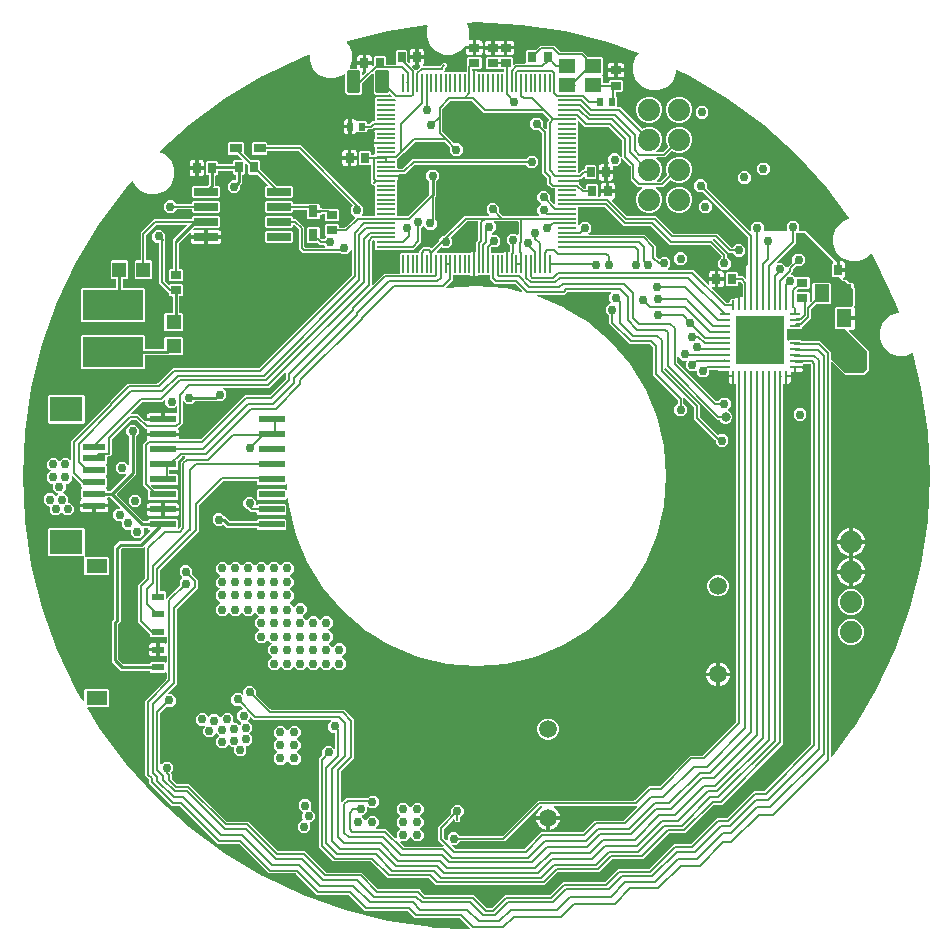
<source format=gbr>
G04 EAGLE Gerber X2 export*
%TF.Part,Single*%
%TF.FileFunction,Copper,L4,Bot,Mixed*%
%TF.FilePolarity,Positive*%
%TF.GenerationSoftware,Autodesk,EAGLE,8.6.0*%
%TF.CreationDate,2018-04-20T19:50:09Z*%
G75*
%MOMM*%
%FSLAX34Y34*%
%LPD*%
%AMOC8*
5,1,8,0,0,1.08239X$1,22.5*%
G01*
%ADD10R,1.300000X1.500000*%
%ADD11R,0.900000X0.700000*%
%ADD12R,0.700000X0.900000*%
%ADD13R,1.000000X0.800000*%
%ADD14R,0.800000X1.000000*%
%ADD15R,1.200000X1.300000*%
%ADD16R,1.300000X1.200000*%
%ADD17R,0.245000X1.600000*%
%ADD18R,1.600000X0.245000*%
%ADD19R,2.032000X0.660400*%
%ADD20R,2.200000X0.600000*%
%ADD21R,5.080000X2.540000*%
%ADD22R,0.600000X0.700000*%
%ADD23C,1.508000*%
%ADD24R,1.400000X1.200000*%
%ADD25R,0.850000X0.280000*%
%ADD26R,0.280000X0.850000*%
%ADD27R,4.150000X4.150000*%
%ADD28C,0.330000*%
%ADD29R,1.900000X0.600000*%
%ADD30R,2.800000X2.100000*%
%ADD31C,1.879600*%
%ADD32R,1.000000X0.600000*%
%ADD33R,1.800000X1.250000*%
%ADD34C,0.152400*%
%ADD35C,0.254000*%
%ADD36C,0.304800*%
%ADD37C,0.756400*%
%ADD38C,0.200000*%
%ADD39C,0.806400*%

G36*
X549828Y156301D02*
X549828Y156301D01*
X549918Y156309D01*
X549948Y156321D01*
X549980Y156326D01*
X550061Y156369D01*
X550145Y156405D01*
X550177Y156431D01*
X550198Y156442D01*
X550220Y156465D01*
X550276Y156510D01*
X559490Y165724D01*
X561053Y167287D01*
X598737Y167287D01*
X598828Y167301D01*
X598918Y167309D01*
X598948Y167321D01*
X598980Y167326D01*
X599061Y167369D01*
X599145Y167405D01*
X599177Y167431D01*
X599198Y167442D01*
X599220Y167465D01*
X599276Y167510D01*
X610053Y178287D01*
X645737Y178287D01*
X645828Y178301D01*
X645918Y178309D01*
X645948Y178321D01*
X645980Y178326D01*
X646061Y178369D01*
X646145Y178405D01*
X646177Y178431D01*
X646198Y178442D01*
X646220Y178465D01*
X646276Y178510D01*
X657053Y189287D01*
X682737Y189287D01*
X682828Y189301D01*
X682918Y189309D01*
X682948Y189321D01*
X682980Y189326D01*
X683061Y189369D01*
X683145Y189405D01*
X683177Y189431D01*
X683198Y189442D01*
X683220Y189465D01*
X683276Y189510D01*
X704053Y210287D01*
X718737Y210287D01*
X718828Y210301D01*
X718918Y210309D01*
X718948Y210321D01*
X718980Y210326D01*
X719061Y210369D01*
X719145Y210405D01*
X719177Y210431D01*
X719198Y210442D01*
X719220Y210465D01*
X719276Y210510D01*
X741053Y232287D01*
X748737Y232287D01*
X748828Y232301D01*
X748918Y232309D01*
X748948Y232321D01*
X748980Y232326D01*
X749061Y232369D01*
X749145Y232405D01*
X749177Y232431D01*
X749198Y232442D01*
X749220Y232465D01*
X749276Y232510D01*
X772053Y255287D01*
X780737Y255287D01*
X780828Y255301D01*
X780918Y255309D01*
X780948Y255321D01*
X780980Y255326D01*
X781061Y255369D01*
X781145Y255405D01*
X781177Y255431D01*
X781198Y255442D01*
X781220Y255465D01*
X781276Y255510D01*
X820490Y294724D01*
X820543Y294798D01*
X820603Y294868D01*
X820615Y294898D01*
X820634Y294924D01*
X820661Y295011D01*
X820695Y295096D01*
X820699Y295137D01*
X820706Y295159D01*
X820705Y295191D01*
X820713Y295263D01*
X820713Y615738D01*
X820699Y615828D01*
X820691Y615919D01*
X820679Y615948D01*
X820674Y615980D01*
X820631Y616061D01*
X820595Y616145D01*
X820569Y616177D01*
X820558Y616198D01*
X820535Y616220D01*
X820490Y616276D01*
X820276Y616490D01*
X820202Y616543D01*
X820132Y616603D01*
X820102Y616615D01*
X820076Y616634D01*
X819989Y616661D01*
X819904Y616695D01*
X819863Y616699D01*
X819841Y616706D01*
X819809Y616705D01*
X819737Y616713D01*
X814302Y616713D01*
X814282Y616710D01*
X814263Y616712D01*
X814161Y616690D01*
X814059Y616674D01*
X814042Y616664D01*
X814022Y616660D01*
X813933Y616607D01*
X813842Y616558D01*
X813828Y616544D01*
X813811Y616534D01*
X813744Y616455D01*
X813672Y616380D01*
X813664Y616362D01*
X813651Y616347D01*
X813612Y616251D01*
X813569Y616157D01*
X813567Y616137D01*
X813559Y616119D01*
X813541Y615952D01*
X813541Y615043D01*
X806750Y615043D01*
X806731Y615040D01*
X806711Y615042D01*
X806610Y615020D01*
X806508Y615004D01*
X806490Y614994D01*
X806471Y614990D01*
X806381Y614937D01*
X806290Y614889D01*
X806290Y614888D01*
X806276Y614874D01*
X806259Y614864D01*
X806259Y614863D01*
X806192Y614785D01*
X806120Y614710D01*
X806112Y614692D01*
X806099Y614677D01*
X806060Y614580D01*
X806017Y614487D01*
X806015Y614467D01*
X806007Y614448D01*
X805989Y614282D01*
X805989Y610341D01*
X804202Y610341D01*
X804182Y610338D01*
X804163Y610340D01*
X804061Y610318D01*
X803959Y610302D01*
X803942Y610292D01*
X803922Y610288D01*
X803833Y610235D01*
X803742Y610186D01*
X803728Y610172D01*
X803711Y610162D01*
X803644Y610083D01*
X803572Y610008D01*
X803564Y609990D01*
X803551Y609975D01*
X803512Y609879D01*
X803469Y609785D01*
X803467Y609765D01*
X803459Y609747D01*
X803441Y609580D01*
X803441Y607793D01*
X799500Y607793D01*
X799481Y607790D01*
X799461Y607792D01*
X799360Y607770D01*
X799258Y607754D01*
X799240Y607744D01*
X799221Y607740D01*
X799131Y607687D01*
X799040Y607639D01*
X799040Y607638D01*
X799026Y607624D01*
X799009Y607614D01*
X799009Y607613D01*
X798942Y607535D01*
X798870Y607460D01*
X798862Y607442D01*
X798849Y607427D01*
X798810Y607330D01*
X798767Y607237D01*
X798765Y607217D01*
X798757Y607198D01*
X798739Y607032D01*
X798739Y600241D01*
X797765Y600241D01*
X797745Y600247D01*
X797627Y600259D01*
X797509Y600272D01*
X797504Y600271D01*
X797500Y600271D01*
X797385Y600245D01*
X797268Y600219D01*
X797265Y600217D01*
X797261Y600216D01*
X797158Y600154D01*
X797057Y600093D01*
X797054Y600090D01*
X797051Y600088D01*
X796973Y599995D01*
X796897Y599906D01*
X796896Y599902D01*
X796893Y599899D01*
X796850Y599788D01*
X796805Y599678D01*
X796805Y599673D01*
X796803Y599670D01*
X796803Y599656D01*
X796787Y599511D01*
X796787Y295553D01*
X744947Y243713D01*
X738263Y243713D01*
X738172Y243699D01*
X738082Y243691D01*
X738052Y243679D01*
X738020Y243674D01*
X737939Y243631D01*
X737855Y243595D01*
X737823Y243569D01*
X737802Y243558D01*
X737780Y243535D01*
X737724Y243490D01*
X713947Y219713D01*
X700263Y219713D01*
X700172Y219699D01*
X700082Y219691D01*
X700052Y219679D01*
X700020Y219674D01*
X699939Y219631D01*
X699855Y219595D01*
X699823Y219569D01*
X699802Y219558D01*
X699780Y219535D01*
X699776Y219532D01*
X699775Y219531D01*
X699724Y219490D01*
X677947Y197713D01*
X652263Y197713D01*
X652172Y197699D01*
X652082Y197691D01*
X652052Y197679D01*
X652020Y197674D01*
X651939Y197631D01*
X651855Y197595D01*
X651823Y197569D01*
X651802Y197558D01*
X651780Y197535D01*
X651724Y197490D01*
X640947Y186713D01*
X606263Y186713D01*
X606172Y186699D01*
X606082Y186691D01*
X606052Y186679D01*
X606020Y186674D01*
X605939Y186631D01*
X605855Y186595D01*
X605823Y186569D01*
X605802Y186558D01*
X605780Y186535D01*
X605724Y186490D01*
X594947Y175713D01*
X503053Y175713D01*
X497276Y181490D01*
X497202Y181543D01*
X497132Y181603D01*
X497102Y181615D01*
X497076Y181634D01*
X496989Y181661D01*
X496904Y181695D01*
X496863Y181699D01*
X496841Y181706D01*
X496809Y181705D01*
X496737Y181713D01*
X462053Y181713D01*
X448276Y195490D01*
X448202Y195543D01*
X448132Y195603D01*
X448102Y195615D01*
X448076Y195634D01*
X447989Y195661D01*
X447904Y195695D01*
X447863Y195699D01*
X447841Y195706D01*
X447809Y195705D01*
X447737Y195713D01*
X416053Y195713D01*
X403713Y208053D01*
X403713Y282947D01*
X405276Y284510D01*
X406470Y285704D01*
X406523Y285778D01*
X406583Y285848D01*
X406595Y285878D01*
X406614Y285904D01*
X406641Y285991D01*
X406675Y286076D01*
X406679Y286117D01*
X406686Y286139D01*
X406685Y286171D01*
X406693Y286243D01*
X406693Y290198D01*
X409802Y293307D01*
X414198Y293307D01*
X416414Y291091D01*
X416472Y291049D01*
X416524Y291000D01*
X416571Y290978D01*
X416613Y290948D01*
X416682Y290926D01*
X416747Y290896D01*
X416799Y290891D01*
X416849Y290875D01*
X416920Y290877D01*
X416991Y290869D01*
X417042Y290880D01*
X417094Y290882D01*
X417162Y290906D01*
X417232Y290921D01*
X417277Y290948D01*
X417325Y290966D01*
X417381Y291011D01*
X417443Y291048D01*
X417477Y291087D01*
X417517Y291120D01*
X417556Y291180D01*
X417603Y291235D01*
X417622Y291283D01*
X417650Y291327D01*
X417668Y291396D01*
X417695Y291463D01*
X417703Y291534D01*
X417711Y291565D01*
X417709Y291588D01*
X417713Y291629D01*
X417713Y303932D01*
X417710Y303952D01*
X417712Y303971D01*
X417690Y304073D01*
X417674Y304175D01*
X417664Y304192D01*
X417660Y304212D01*
X417607Y304301D01*
X417558Y304392D01*
X417544Y304406D01*
X417534Y304423D01*
X417455Y304490D01*
X417380Y304562D01*
X417362Y304570D01*
X417347Y304583D01*
X417251Y304622D01*
X417157Y304665D01*
X417137Y304667D01*
X417119Y304675D01*
X416952Y304693D01*
X414802Y304693D01*
X411693Y307802D01*
X411693Y312198D01*
X413909Y314414D01*
X413951Y314472D01*
X414000Y314524D01*
X414022Y314571D01*
X414052Y314613D01*
X414074Y314682D01*
X414104Y314747D01*
X414109Y314799D01*
X414125Y314849D01*
X414123Y314920D01*
X414131Y314991D01*
X414120Y315042D01*
X414118Y315094D01*
X414094Y315162D01*
X414079Y315232D01*
X414052Y315277D01*
X414034Y315325D01*
X413989Y315381D01*
X413952Y315443D01*
X413913Y315477D01*
X413880Y315517D01*
X413820Y315556D01*
X413765Y315603D01*
X413717Y315622D01*
X413673Y315650D01*
X413604Y315668D01*
X413537Y315695D01*
X413466Y315703D01*
X413435Y315711D01*
X413412Y315709D01*
X413371Y315713D01*
X349053Y315713D01*
X347490Y317276D01*
X346606Y318160D01*
X346548Y318202D01*
X346496Y318251D01*
X346449Y318273D01*
X346407Y318303D01*
X346338Y318324D01*
X346273Y318355D01*
X346221Y318360D01*
X346171Y318376D01*
X346100Y318374D01*
X346029Y318382D01*
X345978Y318371D01*
X345926Y318369D01*
X345858Y318345D01*
X345788Y318330D01*
X345743Y318303D01*
X345695Y318285D01*
X345639Y318240D01*
X345577Y318203D01*
X345543Y318164D01*
X345503Y318131D01*
X345464Y318071D01*
X345417Y318016D01*
X345398Y317968D01*
X345370Y317924D01*
X345352Y317855D01*
X345325Y317788D01*
X345317Y317717D01*
X345309Y317686D01*
X345311Y317662D01*
X345307Y317622D01*
X345307Y316802D01*
X344043Y315538D01*
X344032Y315522D01*
X344016Y315510D01*
X343960Y315422D01*
X343900Y315339D01*
X343894Y315320D01*
X343883Y315303D01*
X343858Y315202D01*
X343827Y315103D01*
X343828Y315084D01*
X343823Y315064D01*
X343831Y314961D01*
X343834Y314858D01*
X343840Y314839D01*
X343842Y314819D01*
X343882Y314724D01*
X343918Y314627D01*
X343931Y314611D01*
X343938Y314593D01*
X344043Y314462D01*
X347307Y311198D01*
X347307Y306802D01*
X345043Y304538D01*
X345032Y304522D01*
X345016Y304510D01*
X344960Y304422D01*
X344900Y304339D01*
X344894Y304320D01*
X344883Y304303D01*
X344858Y304202D01*
X344827Y304103D01*
X344828Y304084D01*
X344823Y304064D01*
X344831Y303961D01*
X344834Y303858D01*
X344840Y303839D01*
X344842Y303819D01*
X344882Y303724D01*
X344918Y303627D01*
X344931Y303611D01*
X344938Y303593D01*
X345043Y303462D01*
X347307Y301198D01*
X347307Y296802D01*
X344198Y293693D01*
X342649Y293693D01*
X342579Y293682D01*
X342507Y293680D01*
X342458Y293662D01*
X342407Y293654D01*
X342343Y293620D01*
X342276Y293595D01*
X342235Y293563D01*
X342189Y293538D01*
X342140Y293487D01*
X342084Y293442D01*
X342056Y293398D01*
X342020Y293360D01*
X341990Y293295D01*
X341951Y293235D01*
X341938Y293184D01*
X341916Y293137D01*
X341908Y293066D01*
X341891Y292996D01*
X341895Y292944D01*
X341889Y292893D01*
X341904Y292822D01*
X341910Y292751D01*
X341930Y292703D01*
X341941Y292652D01*
X341978Y292591D01*
X342006Y292525D01*
X342051Y292469D01*
X342068Y292441D01*
X342085Y292426D01*
X342111Y292394D01*
X342307Y292198D01*
X342307Y287802D01*
X339198Y284693D01*
X334802Y284693D01*
X331693Y287802D01*
X331693Y291932D01*
X331690Y291952D01*
X331692Y291971D01*
X331670Y292073D01*
X331654Y292175D01*
X331644Y292192D01*
X331640Y292212D01*
X331587Y292301D01*
X331538Y292392D01*
X331524Y292406D01*
X331514Y292423D01*
X331435Y292490D01*
X331360Y292562D01*
X331342Y292570D01*
X331327Y292583D01*
X331231Y292622D01*
X331137Y292665D01*
X331117Y292667D01*
X331099Y292675D01*
X330932Y292693D01*
X329802Y292693D01*
X328038Y294457D01*
X328022Y294468D01*
X328010Y294484D01*
X327922Y294540D01*
X327839Y294600D01*
X327820Y294606D01*
X327803Y294617D01*
X327702Y294642D01*
X327603Y294673D01*
X327584Y294672D01*
X327564Y294677D01*
X327461Y294669D01*
X327358Y294666D01*
X327339Y294660D01*
X327319Y294658D01*
X327224Y294618D01*
X327127Y294582D01*
X327111Y294569D01*
X327093Y294562D01*
X326962Y294457D01*
X324198Y291693D01*
X319802Y291693D01*
X316693Y294802D01*
X316693Y299198D01*
X318957Y301462D01*
X318968Y301478D01*
X318984Y301490D01*
X319040Y301578D01*
X319100Y301661D01*
X319106Y301680D01*
X319117Y301697D01*
X319142Y301798D01*
X319173Y301897D01*
X319172Y301916D01*
X319177Y301936D01*
X319169Y302039D01*
X319166Y302142D01*
X319160Y302161D01*
X319158Y302181D01*
X319118Y302276D01*
X319082Y302373D01*
X319069Y302389D01*
X319062Y302407D01*
X318957Y302538D01*
X317538Y303957D01*
X317522Y303968D01*
X317510Y303984D01*
X317423Y304040D01*
X317339Y304100D01*
X317319Y304106D01*
X317303Y304117D01*
X317202Y304142D01*
X317103Y304173D01*
X317084Y304172D01*
X317064Y304177D01*
X316961Y304169D01*
X316858Y304166D01*
X316839Y304160D01*
X316819Y304158D01*
X316724Y304117D01*
X316627Y304082D01*
X316611Y304069D01*
X316593Y304062D01*
X316462Y303957D01*
X313198Y300693D01*
X308802Y300693D01*
X305693Y303802D01*
X305693Y308198D01*
X306889Y309394D01*
X306931Y309452D01*
X306980Y309504D01*
X307002Y309551D01*
X307032Y309593D01*
X307054Y309662D01*
X307084Y309727D01*
X307089Y309779D01*
X307105Y309829D01*
X307103Y309900D01*
X307111Y309971D01*
X307100Y310022D01*
X307098Y310074D01*
X307074Y310142D01*
X307059Y310212D01*
X307032Y310256D01*
X307014Y310305D01*
X306969Y310361D01*
X306932Y310423D01*
X306893Y310457D01*
X306860Y310497D01*
X306800Y310536D01*
X306745Y310583D01*
X306697Y310602D01*
X306653Y310630D01*
X306584Y310648D01*
X306517Y310675D01*
X306446Y310683D01*
X306415Y310691D01*
X306392Y310689D01*
X306351Y310693D01*
X302802Y310693D01*
X299693Y313802D01*
X299693Y318198D01*
X302802Y321307D01*
X307198Y321307D01*
X309962Y318543D01*
X309978Y318532D01*
X309990Y318516D01*
X310078Y318460D01*
X310161Y318400D01*
X310180Y318394D01*
X310197Y318383D01*
X310298Y318358D01*
X310397Y318327D01*
X310416Y318328D01*
X310436Y318323D01*
X310539Y318331D01*
X310642Y318334D01*
X310661Y318340D01*
X310681Y318342D01*
X310776Y318382D01*
X310873Y318418D01*
X310889Y318431D01*
X310907Y318438D01*
X311038Y318543D01*
X312802Y320307D01*
X317198Y320307D01*
X319462Y318043D01*
X319478Y318032D01*
X319490Y318016D01*
X319578Y317960D01*
X319661Y317900D01*
X319680Y317894D01*
X319697Y317883D01*
X319798Y317858D01*
X319897Y317827D01*
X319916Y317828D01*
X319936Y317823D01*
X320039Y317831D01*
X320142Y317834D01*
X320161Y317840D01*
X320181Y317842D01*
X320276Y317882D01*
X320373Y317918D01*
X320389Y317931D01*
X320407Y317938D01*
X320538Y318043D01*
X323802Y321307D01*
X328198Y321307D01*
X331307Y318198D01*
X331307Y314068D01*
X331309Y314054D01*
X331308Y314042D01*
X331309Y314037D01*
X331308Y314029D01*
X331330Y313927D01*
X331346Y313825D01*
X331356Y313808D01*
X331360Y313788D01*
X331413Y313699D01*
X331462Y313608D01*
X331476Y313594D01*
X331486Y313577D01*
X331565Y313510D01*
X331640Y313438D01*
X331658Y313430D01*
X331673Y313417D01*
X331769Y313378D01*
X331863Y313335D01*
X331883Y313333D01*
X331901Y313325D01*
X332068Y313307D01*
X334198Y313307D01*
X335962Y311543D01*
X335978Y311532D01*
X335990Y311516D01*
X336078Y311460D01*
X336161Y311400D01*
X336180Y311394D01*
X336197Y311383D01*
X336298Y311358D01*
X336397Y311327D01*
X336416Y311328D01*
X336436Y311323D01*
X336539Y311331D01*
X336642Y311334D01*
X336661Y311340D01*
X336681Y311342D01*
X336776Y311382D01*
X336873Y311418D01*
X336889Y311431D01*
X336907Y311438D01*
X337038Y311543D01*
X337957Y312462D01*
X337968Y312478D01*
X337984Y312490D01*
X338040Y312578D01*
X338100Y312661D01*
X338106Y312680D01*
X338117Y312697D01*
X338142Y312798D01*
X338173Y312897D01*
X338172Y312916D01*
X338177Y312936D01*
X338169Y313039D01*
X338166Y313142D01*
X338160Y313161D01*
X338158Y313181D01*
X338118Y313276D01*
X338082Y313373D01*
X338069Y313389D01*
X338062Y313407D01*
X337957Y313538D01*
X334693Y316802D01*
X334693Y321198D01*
X337802Y324307D01*
X338622Y324307D01*
X338692Y324318D01*
X338764Y324320D01*
X338813Y324338D01*
X338864Y324346D01*
X338928Y324380D01*
X338995Y324405D01*
X339036Y324437D01*
X339082Y324462D01*
X339131Y324514D01*
X339187Y324558D01*
X339215Y324602D01*
X339251Y324640D01*
X339281Y324705D01*
X339320Y324765D01*
X339333Y324816D01*
X339355Y324863D01*
X339363Y324934D01*
X339380Y325004D01*
X339376Y325056D01*
X339382Y325107D01*
X339367Y325178D01*
X339361Y325249D01*
X339341Y325297D01*
X339330Y325348D01*
X339293Y325409D01*
X339265Y325475D01*
X339220Y325531D01*
X339203Y325559D01*
X339186Y325574D01*
X339160Y325606D01*
X337296Y327470D01*
X337222Y327523D01*
X337152Y327583D01*
X337122Y327595D01*
X337096Y327614D01*
X337009Y327641D01*
X336924Y327675D01*
X336883Y327679D01*
X336861Y327686D01*
X336829Y327685D01*
X336757Y327693D01*
X332802Y327693D01*
X329693Y330802D01*
X329693Y335198D01*
X332802Y338307D01*
X337198Y338307D01*
X338394Y337111D01*
X338452Y337069D01*
X338504Y337020D01*
X338551Y336998D01*
X338593Y336968D01*
X338662Y336946D01*
X338727Y336916D01*
X338779Y336911D01*
X338829Y336895D01*
X338900Y336897D01*
X338971Y336889D01*
X339022Y336900D01*
X339074Y336902D01*
X339142Y336926D01*
X339212Y336941D01*
X339257Y336968D01*
X339305Y336986D01*
X339361Y337031D01*
X339423Y337068D01*
X339457Y337107D01*
X339497Y337140D01*
X339536Y337200D01*
X339583Y337255D01*
X339602Y337303D01*
X339630Y337347D01*
X339648Y337416D01*
X339675Y337483D01*
X339683Y337554D01*
X339691Y337585D01*
X339689Y337608D01*
X339693Y337649D01*
X339693Y341198D01*
X342802Y344307D01*
X347198Y344307D01*
X350307Y341198D01*
X350307Y337243D01*
X350321Y337152D01*
X350329Y337062D01*
X350341Y337032D01*
X350346Y337000D01*
X350389Y336919D01*
X350425Y336835D01*
X350451Y336803D01*
X350462Y336782D01*
X350485Y336760D01*
X350530Y336704D01*
X362724Y324510D01*
X362798Y324457D01*
X362868Y324397D01*
X362898Y324385D01*
X362924Y324366D01*
X363011Y324339D01*
X363096Y324305D01*
X363137Y324301D01*
X363159Y324294D01*
X363191Y324295D01*
X363263Y324287D01*
X424947Y324287D01*
X433287Y315947D01*
X433287Y283053D01*
X422510Y272276D01*
X422457Y272202D01*
X422397Y272132D01*
X422385Y272102D01*
X422366Y272076D01*
X422339Y271989D01*
X422305Y271904D01*
X422301Y271863D01*
X422294Y271841D01*
X422295Y271809D01*
X422287Y271737D01*
X422287Y246358D01*
X422298Y246288D01*
X422300Y246216D01*
X422318Y246167D01*
X422326Y246116D01*
X422360Y246052D01*
X422385Y245985D01*
X422417Y245944D01*
X422442Y245898D01*
X422494Y245849D01*
X422538Y245793D01*
X422582Y245765D01*
X422620Y245729D01*
X422685Y245699D01*
X422745Y245660D01*
X422796Y245647D01*
X422843Y245625D01*
X422914Y245617D01*
X422984Y245600D01*
X423036Y245604D01*
X423087Y245598D01*
X423158Y245613D01*
X423229Y245619D01*
X423277Y245639D01*
X423328Y245650D01*
X423389Y245687D01*
X423455Y245715D01*
X423511Y245760D01*
X423539Y245777D01*
X423554Y245794D01*
X423586Y245820D01*
X424276Y246510D01*
X427053Y249287D01*
X444467Y249287D01*
X444557Y249301D01*
X444648Y249309D01*
X444677Y249321D01*
X444709Y249326D01*
X444790Y249369D01*
X444874Y249405D01*
X444906Y249431D01*
X444927Y249442D01*
X444949Y249465D01*
X445005Y249510D01*
X446802Y251307D01*
X451198Y251307D01*
X454307Y248198D01*
X454307Y243802D01*
X451198Y240693D01*
X446802Y240693D01*
X445606Y241889D01*
X445548Y241931D01*
X445496Y241980D01*
X445449Y242002D01*
X445407Y242032D01*
X445338Y242054D01*
X445273Y242084D01*
X445221Y242089D01*
X445171Y242105D01*
X445100Y242103D01*
X445029Y242111D01*
X444978Y242100D01*
X444926Y242098D01*
X444858Y242074D01*
X444788Y242059D01*
X444743Y242032D01*
X444695Y242014D01*
X444639Y241969D01*
X444577Y241932D01*
X444543Y241893D01*
X444503Y241860D01*
X444464Y241800D01*
X444417Y241745D01*
X444398Y241697D01*
X444370Y241653D01*
X444352Y241584D01*
X444325Y241517D01*
X444317Y241446D01*
X444309Y241415D01*
X444311Y241392D01*
X444307Y241351D01*
X444307Y237802D01*
X441198Y234693D01*
X440649Y234693D01*
X440579Y234682D01*
X440507Y234680D01*
X440458Y234662D01*
X440407Y234654D01*
X440343Y234620D01*
X440276Y234595D01*
X440235Y234563D01*
X440189Y234538D01*
X440140Y234487D01*
X440084Y234442D01*
X440056Y234398D01*
X440020Y234360D01*
X439990Y234295D01*
X439951Y234235D01*
X439938Y234184D01*
X439916Y234137D01*
X439908Y234066D01*
X439891Y233996D01*
X439895Y233944D01*
X439889Y233893D01*
X439904Y233822D01*
X439910Y233751D01*
X439930Y233703D01*
X439941Y233652D01*
X439978Y233591D01*
X440006Y233525D01*
X440051Y233469D01*
X440068Y233441D01*
X440085Y233426D01*
X440111Y233394D01*
X442462Y231043D01*
X442478Y231032D01*
X442490Y231016D01*
X442578Y230960D01*
X442661Y230900D01*
X442680Y230894D01*
X442697Y230883D01*
X442798Y230858D01*
X442897Y230827D01*
X442916Y230828D01*
X442936Y230823D01*
X443039Y230831D01*
X443142Y230834D01*
X443161Y230840D01*
X443181Y230842D01*
X443276Y230882D01*
X443373Y230918D01*
X443389Y230931D01*
X443407Y230938D01*
X443538Y231043D01*
X446802Y234307D01*
X451198Y234307D01*
X454307Y231198D01*
X454307Y226802D01*
X452091Y224586D01*
X452049Y224528D01*
X452000Y224476D01*
X451978Y224429D01*
X451948Y224387D01*
X451926Y224318D01*
X451896Y224253D01*
X451891Y224201D01*
X451875Y224151D01*
X451877Y224080D01*
X451869Y224009D01*
X451880Y223958D01*
X451882Y223906D01*
X451906Y223838D01*
X451921Y223768D01*
X451948Y223723D01*
X451966Y223675D01*
X452011Y223619D01*
X452048Y223557D01*
X452087Y223523D01*
X452120Y223483D01*
X452180Y223444D01*
X452235Y223397D01*
X452283Y223378D01*
X452327Y223350D01*
X452396Y223332D01*
X452463Y223305D01*
X452534Y223297D01*
X452565Y223289D01*
X452588Y223291D01*
X452629Y223287D01*
X460947Y223287D01*
X468394Y215840D01*
X468452Y215798D01*
X468504Y215749D01*
X468551Y215727D01*
X468593Y215697D01*
X468662Y215676D01*
X468727Y215645D01*
X468779Y215640D01*
X468829Y215624D01*
X468900Y215626D01*
X468971Y215618D01*
X469022Y215629D01*
X469074Y215631D01*
X469142Y215655D01*
X469212Y215670D01*
X469257Y215697D01*
X469305Y215715D01*
X469361Y215760D01*
X469423Y215797D01*
X469457Y215836D01*
X469497Y215869D01*
X469536Y215929D01*
X469583Y215984D01*
X469602Y216032D01*
X469630Y216076D01*
X469648Y216145D01*
X469675Y216212D01*
X469683Y216283D01*
X469691Y216314D01*
X469689Y216338D01*
X469693Y216378D01*
X469693Y220198D01*
X472457Y222962D01*
X472468Y222978D01*
X472484Y222990D01*
X472513Y223035D01*
X472541Y223064D01*
X472559Y223103D01*
X472600Y223161D01*
X472606Y223180D01*
X472617Y223197D01*
X472635Y223267D01*
X472644Y223287D01*
X472647Y223313D01*
X472673Y223397D01*
X472672Y223416D01*
X472677Y223436D01*
X472670Y223523D01*
X472671Y223532D01*
X472669Y223542D01*
X472666Y223642D01*
X472660Y223661D01*
X472658Y223681D01*
X472618Y223776D01*
X472582Y223873D01*
X472569Y223889D01*
X472562Y223907D01*
X472457Y224038D01*
X469693Y226802D01*
X469693Y231198D01*
X472457Y233962D01*
X472468Y233978D01*
X472484Y233990D01*
X472540Y234078D01*
X472600Y234161D01*
X472606Y234180D01*
X472617Y234197D01*
X472642Y234298D01*
X472673Y234397D01*
X472672Y234416D01*
X472677Y234436D01*
X472669Y234539D01*
X472666Y234642D01*
X472660Y234661D01*
X472658Y234681D01*
X472618Y234776D01*
X472582Y234873D01*
X472569Y234889D01*
X472562Y234907D01*
X472457Y235038D01*
X469693Y237802D01*
X469693Y242198D01*
X472802Y245307D01*
X477198Y245307D01*
X480462Y242043D01*
X480478Y242032D01*
X480490Y242016D01*
X480578Y241960D01*
X480661Y241900D01*
X480680Y241894D01*
X480697Y241883D01*
X480798Y241858D01*
X480897Y241827D01*
X480916Y241828D01*
X480936Y241823D01*
X481039Y241831D01*
X481142Y241834D01*
X481161Y241840D01*
X481181Y241842D01*
X481276Y241882D01*
X481373Y241918D01*
X481389Y241931D01*
X481407Y241938D01*
X481538Y242043D01*
X484802Y245307D01*
X489198Y245307D01*
X492307Y242198D01*
X492307Y237802D01*
X489543Y235038D01*
X489532Y235022D01*
X489516Y235010D01*
X489460Y234922D01*
X489400Y234839D01*
X489394Y234820D01*
X489383Y234803D01*
X489358Y234702D01*
X489327Y234603D01*
X489328Y234584D01*
X489323Y234564D01*
X489331Y234461D01*
X489334Y234358D01*
X489340Y234339D01*
X489342Y234319D01*
X489382Y234224D01*
X489418Y234127D01*
X489431Y234111D01*
X489438Y234093D01*
X489543Y233962D01*
X492307Y231198D01*
X492307Y226802D01*
X489543Y224038D01*
X489532Y224022D01*
X489516Y224010D01*
X489460Y223922D01*
X489400Y223839D01*
X489394Y223820D01*
X489383Y223803D01*
X489358Y223702D01*
X489357Y223699D01*
X489356Y223697D01*
X489356Y223696D01*
X489327Y223603D01*
X489328Y223584D01*
X489323Y223564D01*
X489330Y223468D01*
X489329Y223453D01*
X489331Y223441D01*
X489334Y223358D01*
X489340Y223339D01*
X489342Y223319D01*
X489375Y223243D01*
X489381Y223213D01*
X489395Y223189D01*
X489418Y223127D01*
X489431Y223111D01*
X489438Y223093D01*
X489495Y223022D01*
X489507Y223001D01*
X489520Y222990D01*
X489543Y222962D01*
X492307Y220198D01*
X492307Y215802D01*
X489198Y212693D01*
X484802Y212693D01*
X481538Y215957D01*
X481522Y215968D01*
X481510Y215984D01*
X481422Y216040D01*
X481339Y216100D01*
X481320Y216106D01*
X481303Y216117D01*
X481202Y216142D01*
X481103Y216173D01*
X481084Y216172D01*
X481064Y216177D01*
X480961Y216169D01*
X480858Y216166D01*
X480839Y216160D01*
X480819Y216158D01*
X480724Y216118D01*
X480627Y216082D01*
X480611Y216069D01*
X480593Y216062D01*
X480462Y215957D01*
X477198Y212693D01*
X473378Y212693D01*
X473308Y212682D01*
X473236Y212680D01*
X473187Y212662D01*
X473136Y212654D01*
X473072Y212620D01*
X473005Y212595D01*
X472964Y212563D01*
X472918Y212538D01*
X472869Y212486D01*
X472813Y212442D01*
X472785Y212398D01*
X472749Y212360D01*
X472719Y212295D01*
X472680Y212235D01*
X472667Y212184D01*
X472645Y212137D01*
X472637Y212066D01*
X472620Y211996D01*
X472624Y211944D01*
X472618Y211893D01*
X472633Y211822D01*
X472639Y211751D01*
X472659Y211703D01*
X472670Y211652D01*
X472707Y211591D01*
X472735Y211525D01*
X472780Y211469D01*
X472797Y211441D01*
X472814Y211426D01*
X472840Y211394D01*
X475724Y208510D01*
X475798Y208457D01*
X475868Y208397D01*
X475898Y208385D01*
X475924Y208366D01*
X476011Y208339D01*
X476096Y208305D01*
X476137Y208301D01*
X476159Y208294D01*
X476191Y208295D01*
X476263Y208287D01*
X508642Y208287D01*
X508712Y208298D01*
X508784Y208300D01*
X508833Y208318D01*
X508884Y208326D01*
X508948Y208360D01*
X509015Y208385D01*
X509056Y208417D01*
X509102Y208442D01*
X509151Y208494D01*
X509207Y208538D01*
X509235Y208582D01*
X509271Y208620D01*
X509301Y208685D01*
X509340Y208745D01*
X509353Y208796D01*
X509375Y208843D01*
X509383Y208914D01*
X509400Y208984D01*
X509396Y209036D01*
X509402Y209087D01*
X509387Y209158D01*
X509381Y209229D01*
X509361Y209277D01*
X509350Y209328D01*
X509313Y209389D01*
X509285Y209455D01*
X509240Y209511D01*
X509223Y209539D01*
X509206Y209554D01*
X509180Y209586D01*
X504713Y214053D01*
X504713Y224947D01*
X515470Y235704D01*
X515523Y235778D01*
X515583Y235848D01*
X515595Y235878D01*
X515614Y235904D01*
X515641Y235991D01*
X515675Y236076D01*
X515679Y236117D01*
X515686Y236139D01*
X515685Y236171D01*
X515693Y236242D01*
X515693Y240198D01*
X518802Y243307D01*
X523198Y243307D01*
X526307Y240198D01*
X526307Y235802D01*
X523510Y233005D01*
X523457Y232931D01*
X523397Y232861D01*
X523385Y232831D01*
X523366Y232805D01*
X523339Y232718D01*
X523305Y232633D01*
X523301Y232592D01*
X523294Y232570D01*
X523295Y232538D01*
X523287Y232467D01*
X523287Y230053D01*
X521947Y228713D01*
X520053Y228713D01*
X518713Y230053D01*
X518713Y230642D01*
X518702Y230712D01*
X518700Y230784D01*
X518682Y230833D01*
X518674Y230884D01*
X518640Y230948D01*
X518615Y231015D01*
X518583Y231056D01*
X518558Y231102D01*
X518506Y231151D01*
X518462Y231207D01*
X518418Y231235D01*
X518380Y231271D01*
X518315Y231301D01*
X518255Y231340D01*
X518204Y231353D01*
X518157Y231375D01*
X518086Y231383D01*
X518016Y231400D01*
X517964Y231396D01*
X517913Y231402D01*
X517842Y231387D01*
X517771Y231381D01*
X517723Y231361D01*
X517672Y231350D01*
X517611Y231313D01*
X517545Y231285D01*
X517489Y231240D01*
X517461Y231223D01*
X517446Y231206D01*
X517414Y231180D01*
X509510Y223276D01*
X509457Y223202D01*
X509435Y223177D01*
X509418Y223159D01*
X509417Y223155D01*
X509397Y223132D01*
X509385Y223102D01*
X509366Y223076D01*
X509339Y222989D01*
X509315Y222936D01*
X509314Y222925D01*
X509305Y222904D01*
X509301Y222863D01*
X509294Y222841D01*
X509295Y222809D01*
X509287Y222737D01*
X509287Y216263D01*
X509301Y216172D01*
X509309Y216082D01*
X509321Y216052D01*
X509326Y216020D01*
X509369Y215939D01*
X509405Y215855D01*
X509431Y215823D01*
X509442Y215802D01*
X509465Y215780D01*
X509510Y215724D01*
X511394Y213840D01*
X511452Y213798D01*
X511504Y213749D01*
X511551Y213727D01*
X511593Y213697D01*
X511662Y213676D01*
X511727Y213645D01*
X511779Y213640D01*
X511829Y213624D01*
X511900Y213626D01*
X511971Y213618D01*
X512022Y213629D01*
X512074Y213631D01*
X512142Y213655D01*
X512212Y213670D01*
X512257Y213697D01*
X512305Y213715D01*
X512361Y213760D01*
X512423Y213797D01*
X512457Y213836D01*
X512497Y213869D01*
X512536Y213929D01*
X512583Y213984D01*
X512602Y214032D01*
X512630Y214076D01*
X512648Y214145D01*
X512675Y214212D01*
X512683Y214283D01*
X512691Y214314D01*
X512689Y214338D01*
X512693Y214378D01*
X512693Y217198D01*
X515802Y220307D01*
X520198Y220307D01*
X522995Y217510D01*
X523069Y217457D01*
X523139Y217397D01*
X523169Y217385D01*
X523195Y217366D01*
X523282Y217339D01*
X523367Y217305D01*
X523408Y217301D01*
X523430Y217294D01*
X523462Y217295D01*
X523533Y217287D01*
X558737Y217287D01*
X558828Y217301D01*
X558918Y217309D01*
X558948Y217321D01*
X558980Y217326D01*
X559061Y217369D01*
X559145Y217405D01*
X559177Y217431D01*
X559198Y217442D01*
X559220Y217465D01*
X559276Y217510D01*
X589053Y247287D01*
X670737Y247287D01*
X670828Y247301D01*
X670918Y247309D01*
X670948Y247321D01*
X670980Y247326D01*
X671061Y247369D01*
X671145Y247405D01*
X671177Y247431D01*
X671198Y247442D01*
X671220Y247465D01*
X671276Y247510D01*
X683053Y259287D01*
X691737Y259287D01*
X691828Y259301D01*
X691918Y259309D01*
X691948Y259321D01*
X691980Y259326D01*
X692061Y259369D01*
X692145Y259405D01*
X692177Y259431D01*
X692198Y259442D01*
X692220Y259465D01*
X692276Y259510D01*
X718053Y285287D01*
X728737Y285287D01*
X728828Y285301D01*
X728918Y285309D01*
X728948Y285321D01*
X728980Y285326D01*
X729061Y285369D01*
X729145Y285405D01*
X729177Y285431D01*
X729198Y285442D01*
X729220Y285465D01*
X729276Y285510D01*
X756990Y313224D01*
X757043Y313298D01*
X757103Y313368D01*
X757115Y313398D01*
X757134Y313424D01*
X757161Y313511D01*
X757195Y313596D01*
X757199Y313637D01*
X757206Y313659D01*
X757205Y313691D01*
X757213Y313763D01*
X757213Y599511D01*
X757194Y599627D01*
X757176Y599746D01*
X757174Y599750D01*
X757174Y599754D01*
X757118Y599859D01*
X757063Y599965D01*
X757060Y599968D01*
X757058Y599972D01*
X756973Y600053D01*
X756887Y600136D01*
X756883Y600138D01*
X756880Y600141D01*
X756772Y600191D01*
X756665Y600242D01*
X756661Y600243D01*
X756657Y600245D01*
X756538Y600258D01*
X756421Y600272D01*
X756416Y600271D01*
X756413Y600272D01*
X756399Y600269D01*
X756255Y600247D01*
X756235Y600241D01*
X755261Y600241D01*
X755261Y607032D01*
X755258Y607051D01*
X755260Y607071D01*
X755238Y607172D01*
X755222Y607274D01*
X755212Y607292D01*
X755208Y607311D01*
X755155Y607401D01*
X755107Y607492D01*
X755106Y607492D01*
X755092Y607506D01*
X755082Y607523D01*
X755081Y607523D01*
X755003Y607590D01*
X754928Y607662D01*
X754910Y607670D01*
X754895Y607683D01*
X754798Y607722D01*
X754705Y607765D01*
X754685Y607767D01*
X754666Y607775D01*
X754500Y607793D01*
X750559Y607793D01*
X750559Y610596D01*
X750556Y610616D01*
X750558Y610635D01*
X750536Y610737D01*
X750520Y610839D01*
X750510Y610856D01*
X750506Y610876D01*
X750453Y610965D01*
X750404Y611056D01*
X750390Y611070D01*
X750380Y611087D01*
X750301Y611154D01*
X750226Y611226D01*
X750208Y611234D01*
X750193Y611247D01*
X750097Y611286D01*
X750003Y611329D01*
X749983Y611331D01*
X749965Y611339D01*
X749798Y611357D01*
X742368Y611357D01*
X741953Y611772D01*
X741879Y611825D01*
X741810Y611885D01*
X741780Y611897D01*
X741754Y611916D01*
X741667Y611943D01*
X741582Y611977D01*
X741541Y611981D01*
X741519Y611988D01*
X741486Y611987D01*
X741415Y611995D01*
X735068Y611995D01*
X735048Y611992D01*
X735029Y611994D01*
X734927Y611972D01*
X734825Y611956D01*
X734808Y611946D01*
X734788Y611942D01*
X734699Y611889D01*
X734608Y611840D01*
X734594Y611826D01*
X734577Y611816D01*
X734510Y611737D01*
X734438Y611662D01*
X734430Y611644D01*
X734417Y611629D01*
X734378Y611533D01*
X734335Y611439D01*
X734333Y611419D01*
X734325Y611401D01*
X734307Y611234D01*
X734307Y608802D01*
X731198Y605693D01*
X726802Y605693D01*
X723693Y608802D01*
X723693Y610351D01*
X723682Y610421D01*
X723680Y610493D01*
X723662Y610542D01*
X723654Y610593D01*
X723620Y610657D01*
X723595Y610724D01*
X723563Y610765D01*
X723538Y610811D01*
X723487Y610860D01*
X723442Y610916D01*
X723398Y610944D01*
X723360Y610980D01*
X723295Y611010D01*
X723235Y611049D01*
X723184Y611062D01*
X723137Y611084D01*
X723066Y611092D01*
X722996Y611109D01*
X722944Y611105D01*
X722893Y611111D01*
X722822Y611096D01*
X722751Y611090D01*
X722703Y611070D01*
X722652Y611059D01*
X722591Y611022D01*
X722525Y610994D01*
X722469Y610949D01*
X722441Y610932D01*
X722426Y610915D01*
X722394Y610889D01*
X722198Y610693D01*
X717802Y610693D01*
X714693Y613802D01*
X714693Y618198D01*
X714889Y618394D01*
X714931Y618452D01*
X714980Y618504D01*
X715002Y618551D01*
X715032Y618593D01*
X715054Y618662D01*
X715084Y618727D01*
X715089Y618779D01*
X715105Y618829D01*
X715103Y618900D01*
X715111Y618971D01*
X715100Y619022D01*
X715098Y619074D01*
X715074Y619142D01*
X715059Y619212D01*
X715032Y619257D01*
X715014Y619305D01*
X714969Y619361D01*
X714932Y619423D01*
X714893Y619457D01*
X714860Y619497D01*
X714800Y619536D01*
X714745Y619583D01*
X714697Y619602D01*
X714653Y619630D01*
X714584Y619648D01*
X714517Y619675D01*
X714446Y619683D01*
X714415Y619691D01*
X714392Y619689D01*
X714351Y619693D01*
X711802Y619693D01*
X708586Y622909D01*
X708528Y622951D01*
X708476Y623000D01*
X708429Y623022D01*
X708387Y623052D01*
X708318Y623074D01*
X708253Y623104D01*
X708201Y623109D01*
X708151Y623125D01*
X708080Y623123D01*
X708009Y623131D01*
X707958Y623120D01*
X707906Y623118D01*
X707838Y623094D01*
X707768Y623079D01*
X707723Y623052D01*
X707675Y623034D01*
X707619Y622989D01*
X707557Y622952D01*
X707523Y622913D01*
X707483Y622880D01*
X707444Y622820D01*
X707397Y622765D01*
X707378Y622717D01*
X707350Y622673D01*
X707332Y622604D01*
X707305Y622537D01*
X707297Y622466D01*
X707289Y622435D01*
X707291Y622412D01*
X707287Y622371D01*
X707287Y618263D01*
X707301Y618172D01*
X707309Y618082D01*
X707321Y618052D01*
X707326Y618020D01*
X707369Y617939D01*
X707405Y617855D01*
X707431Y617823D01*
X707442Y617802D01*
X707465Y617780D01*
X707510Y617724D01*
X739724Y585510D01*
X739798Y585457D01*
X739868Y585397D01*
X739898Y585385D01*
X739924Y585366D01*
X740011Y585339D01*
X740096Y585305D01*
X740137Y585301D01*
X740159Y585294D01*
X740191Y585295D01*
X740263Y585287D01*
X741467Y585287D01*
X741557Y585301D01*
X741648Y585309D01*
X741677Y585321D01*
X741709Y585326D01*
X741790Y585369D01*
X741874Y585405D01*
X741906Y585431D01*
X741927Y585442D01*
X741949Y585465D01*
X742005Y585510D01*
X744802Y588307D01*
X749198Y588307D01*
X752307Y585198D01*
X752307Y580802D01*
X749880Y578375D01*
X749853Y578338D01*
X749819Y578307D01*
X749782Y578239D01*
X749736Y578175D01*
X749723Y578132D01*
X749701Y578091D01*
X749687Y578015D01*
X749664Y577940D01*
X749665Y577894D01*
X749657Y577849D01*
X749668Y577772D01*
X749670Y577694D01*
X749686Y577651D01*
X749693Y577606D01*
X749728Y577537D01*
X749755Y577463D01*
X749784Y577428D01*
X749804Y577387D01*
X749860Y577332D01*
X749909Y577271D01*
X749947Y577247D01*
X749980Y577214D01*
X750100Y577148D01*
X750116Y577138D01*
X750120Y577137D01*
X750127Y577134D01*
X751148Y576711D01*
X752711Y575148D01*
X753557Y573105D01*
X753557Y570895D01*
X752711Y568852D01*
X751148Y567289D01*
X749105Y566443D01*
X746895Y566443D01*
X744852Y567289D01*
X743289Y568852D01*
X743127Y569243D01*
X743066Y569342D01*
X743006Y569443D01*
X743001Y569447D01*
X742998Y569452D01*
X742908Y569526D01*
X742819Y569603D01*
X742813Y569605D01*
X742808Y569609D01*
X742701Y569650D01*
X742591Y569695D01*
X742583Y569696D01*
X742579Y569697D01*
X742560Y569698D01*
X742424Y569713D01*
X741053Y569713D01*
X697586Y613180D01*
X697528Y613222D01*
X697476Y613271D01*
X697429Y613293D01*
X697387Y613323D01*
X697318Y613344D01*
X697253Y613375D01*
X697201Y613380D01*
X697151Y613396D01*
X697080Y613394D01*
X697009Y613402D01*
X696958Y613391D01*
X696906Y613389D01*
X696838Y613365D01*
X696768Y613350D01*
X696723Y613323D01*
X696675Y613305D01*
X696619Y613260D01*
X696557Y613223D01*
X696523Y613184D01*
X696483Y613151D01*
X696444Y613091D01*
X696397Y613036D01*
X696378Y612988D01*
X696350Y612944D01*
X696332Y612875D01*
X696305Y612808D01*
X696297Y612737D01*
X696289Y612706D01*
X696291Y612682D01*
X696287Y612642D01*
X696287Y612263D01*
X696301Y612172D01*
X696309Y612082D01*
X696321Y612052D01*
X696326Y612020D01*
X696369Y611939D01*
X696405Y611855D01*
X696431Y611823D01*
X696442Y611802D01*
X696465Y611780D01*
X696510Y611724D01*
X726287Y581947D01*
X726287Y572263D01*
X726301Y572172D01*
X726309Y572082D01*
X726321Y572052D01*
X726326Y572020D01*
X726369Y571939D01*
X726405Y571855D01*
X726431Y571823D01*
X726442Y571802D01*
X726465Y571780D01*
X726510Y571724D01*
X741326Y556908D01*
X741342Y556896D01*
X741355Y556880D01*
X741442Y556824D01*
X741526Y556764D01*
X741545Y556758D01*
X741562Y556747D01*
X741662Y556722D01*
X741761Y556692D01*
X741781Y556692D01*
X741800Y556687D01*
X741903Y556695D01*
X742007Y556698D01*
X742026Y556705D01*
X742046Y556707D01*
X742140Y556747D01*
X742238Y556783D01*
X742254Y556795D01*
X742272Y556803D01*
X742403Y556908D01*
X742802Y557307D01*
X747198Y557307D01*
X750307Y554198D01*
X750307Y549802D01*
X747198Y546693D01*
X742802Y546693D01*
X739693Y549802D01*
X739693Y551757D01*
X739679Y551848D01*
X739671Y551938D01*
X739659Y551968D01*
X739654Y552000D01*
X739611Y552081D01*
X739575Y552165D01*
X739549Y552197D01*
X739538Y552218D01*
X739515Y552240D01*
X739470Y552296D01*
X721713Y570053D01*
X721713Y579737D01*
X721699Y579828D01*
X721691Y579918D01*
X721679Y579948D01*
X721674Y579980D01*
X721631Y580061D01*
X721595Y580145D01*
X721569Y580177D01*
X721558Y580198D01*
X721535Y580220D01*
X721519Y580240D01*
X721514Y580248D01*
X721509Y580253D01*
X721490Y580276D01*
X713586Y588180D01*
X713528Y588222D01*
X713476Y588271D01*
X713429Y588293D01*
X713387Y588323D01*
X713318Y588344D01*
X713253Y588375D01*
X713201Y588380D01*
X713151Y588396D01*
X713080Y588394D01*
X713009Y588402D01*
X712958Y588391D01*
X712906Y588389D01*
X712838Y588365D01*
X712768Y588350D01*
X712723Y588323D01*
X712675Y588305D01*
X712619Y588260D01*
X712557Y588223D01*
X712523Y588184D01*
X712483Y588151D01*
X712444Y588091D01*
X712397Y588036D01*
X712378Y587988D01*
X712350Y587944D01*
X712332Y587875D01*
X712305Y587808D01*
X712297Y587737D01*
X712289Y587706D01*
X712291Y587682D01*
X712287Y587642D01*
X712287Y583533D01*
X712288Y583526D01*
X712288Y583524D01*
X712290Y583515D01*
X712301Y583443D01*
X712309Y583352D01*
X712321Y583323D01*
X712326Y583291D01*
X712369Y583210D01*
X712405Y583126D01*
X712431Y583094D01*
X712442Y583073D01*
X712465Y583051D01*
X712510Y582995D01*
X715307Y580198D01*
X715307Y575802D01*
X712198Y572693D01*
X707802Y572693D01*
X704693Y575802D01*
X704693Y580198D01*
X707490Y582995D01*
X707543Y583069D01*
X707603Y583139D01*
X707615Y583169D01*
X707634Y583195D01*
X707661Y583282D01*
X707695Y583367D01*
X707699Y583408D01*
X707706Y583430D01*
X707705Y583462D01*
X707713Y583533D01*
X707713Y585738D01*
X707699Y585828D01*
X707691Y585919D01*
X707679Y585948D01*
X707674Y585980D01*
X707631Y586061D01*
X707595Y586145D01*
X707569Y586177D01*
X707558Y586198D01*
X707535Y586220D01*
X707490Y586276D01*
X688276Y605490D01*
X686713Y607053D01*
X686713Y630737D01*
X686699Y630828D01*
X686691Y630918D01*
X686679Y630948D01*
X686674Y630980D01*
X686631Y631061D01*
X686595Y631145D01*
X686569Y631177D01*
X686558Y631198D01*
X686535Y631220D01*
X686513Y631248D01*
X686510Y631252D01*
X686507Y631254D01*
X686490Y631276D01*
X684276Y633490D01*
X684202Y633543D01*
X684132Y633603D01*
X684102Y633615D01*
X684076Y633634D01*
X683989Y633661D01*
X683904Y633695D01*
X683863Y633699D01*
X683841Y633706D01*
X683809Y633705D01*
X683737Y633713D01*
X667053Y633713D01*
X649713Y651053D01*
X649713Y657467D01*
X649699Y657557D01*
X649691Y657648D01*
X649679Y657677D01*
X649674Y657709D01*
X649631Y657790D01*
X649595Y657874D01*
X649569Y657906D01*
X649558Y657927D01*
X649535Y657949D01*
X649490Y658005D01*
X646693Y660802D01*
X646693Y665198D01*
X649802Y668307D01*
X650351Y668307D01*
X650421Y668318D01*
X650493Y668320D01*
X650542Y668338D01*
X650593Y668346D01*
X650657Y668380D01*
X650724Y668405D01*
X650765Y668437D01*
X650811Y668462D01*
X650860Y668514D01*
X650916Y668558D01*
X650944Y668602D01*
X650980Y668640D01*
X651010Y668705D01*
X651049Y668765D01*
X651062Y668816D01*
X651084Y668863D01*
X651092Y668934D01*
X651109Y669004D01*
X651105Y669056D01*
X651111Y669107D01*
X651096Y669178D01*
X651090Y669249D01*
X651070Y669297D01*
X651059Y669348D01*
X651022Y669409D01*
X650994Y669475D01*
X650949Y669531D01*
X650932Y669559D01*
X650915Y669574D01*
X650889Y669606D01*
X649693Y670802D01*
X649693Y675198D01*
X650909Y676414D01*
X650951Y676472D01*
X651000Y676524D01*
X651022Y676571D01*
X651052Y676613D01*
X651074Y676682D01*
X651104Y676747D01*
X651109Y676799D01*
X651125Y676849D01*
X651123Y676920D01*
X651131Y676991D01*
X651120Y677042D01*
X651118Y677094D01*
X651094Y677162D01*
X651079Y677232D01*
X651052Y677277D01*
X651034Y677325D01*
X650989Y677381D01*
X650952Y677443D01*
X650913Y677477D01*
X650880Y677517D01*
X650820Y677556D01*
X650765Y677603D01*
X650717Y677622D01*
X650673Y677650D01*
X650604Y677668D01*
X650537Y677695D01*
X650466Y677703D01*
X650435Y677711D01*
X650412Y677709D01*
X650371Y677713D01*
X614262Y677713D01*
X614172Y677699D01*
X614081Y677691D01*
X614052Y677679D01*
X614020Y677674D01*
X613939Y677631D01*
X613855Y677595D01*
X613823Y677569D01*
X613802Y677558D01*
X613780Y677535D01*
X613724Y677490D01*
X611947Y675713D01*
X588939Y675713D01*
X588843Y675698D01*
X588746Y675688D01*
X588722Y675678D01*
X588697Y675674D01*
X588611Y675628D01*
X588522Y675588D01*
X588502Y675571D01*
X588479Y675558D01*
X588412Y675488D01*
X588340Y675422D01*
X588328Y675399D01*
X588310Y675380D01*
X588269Y675292D01*
X588222Y675206D01*
X588217Y675181D01*
X588206Y675157D01*
X588195Y675060D01*
X588178Y674964D01*
X588182Y674938D01*
X588179Y674913D01*
X588200Y674817D01*
X588214Y674721D01*
X588226Y674698D01*
X588231Y674672D01*
X588281Y674589D01*
X588325Y674502D01*
X588344Y674483D01*
X588358Y674461D01*
X588431Y674398D01*
X588501Y674330D01*
X588530Y674314D01*
X588544Y674301D01*
X588575Y674289D01*
X588648Y674249D01*
X610057Y665381D01*
X612954Y663605D01*
X614196Y662844D01*
X615439Y662083D01*
X621650Y658277D01*
X622892Y657515D01*
X624134Y656754D01*
X629103Y653709D01*
X630346Y652948D01*
X631587Y652187D01*
X650788Y635788D01*
X667187Y616587D01*
X680381Y595057D01*
X690044Y571727D01*
X695939Y547174D01*
X697920Y522000D01*
X695939Y496826D01*
X690044Y472273D01*
X680381Y448943D01*
X667187Y427413D01*
X650788Y408212D01*
X631587Y391813D01*
X610057Y378619D01*
X586727Y368956D01*
X562173Y363061D01*
X537000Y361080D01*
X511827Y363061D01*
X487273Y368956D01*
X463944Y378619D01*
X458880Y381722D01*
X457638Y382483D01*
X456395Y383244D01*
X456395Y383245D01*
X455153Y384006D01*
X453911Y384767D01*
X452669Y385528D01*
X445215Y390096D01*
X443973Y390857D01*
X442731Y391618D01*
X442413Y391813D01*
X423212Y408212D01*
X406813Y427413D01*
X393619Y448943D01*
X383956Y472273D01*
X378061Y496826D01*
X377616Y502480D01*
X377606Y502521D01*
X377605Y502563D01*
X377577Y502639D01*
X377557Y502719D01*
X377535Y502754D01*
X377520Y502794D01*
X377469Y502857D01*
X377425Y502926D01*
X377393Y502953D01*
X377367Y502986D01*
X377298Y503030D01*
X377234Y503081D01*
X377195Y503096D01*
X377160Y503119D01*
X377080Y503139D01*
X377004Y503167D01*
X376962Y503168D01*
X376921Y503179D01*
X376840Y503172D01*
X376758Y503175D01*
X376718Y503163D01*
X376676Y503160D01*
X376601Y503128D01*
X376522Y503104D01*
X376488Y503080D01*
X376450Y503063D01*
X376329Y502967D01*
X376322Y502962D01*
X376321Y502960D01*
X376319Y502958D01*
X375222Y501861D01*
X351958Y501861D01*
X351065Y502754D01*
X351065Y510018D01*
X351958Y510911D01*
X375222Y510911D01*
X375641Y510491D01*
X375724Y510432D01*
X375802Y510368D01*
X375823Y510361D01*
X375841Y510348D01*
X375938Y510318D01*
X376033Y510282D01*
X376055Y510282D01*
X376076Y510275D01*
X376177Y510278D01*
X376278Y510275D01*
X376300Y510281D01*
X376322Y510282D01*
X376417Y510316D01*
X376514Y510346D01*
X376532Y510358D01*
X376553Y510366D01*
X376632Y510429D01*
X376715Y510488D01*
X376728Y510506D01*
X376745Y510520D01*
X376800Y510605D01*
X376859Y510687D01*
X376866Y510708D01*
X376878Y510727D01*
X376903Y510825D01*
X376933Y510921D01*
X376934Y510949D01*
X376938Y510965D01*
X376935Y510998D01*
X376938Y511089D01*
X376689Y514253D01*
X376679Y514294D01*
X376678Y514336D01*
X376650Y514413D01*
X376631Y514492D01*
X376608Y514528D01*
X376594Y514567D01*
X376543Y514631D01*
X376499Y514700D01*
X376466Y514726D01*
X376440Y514759D01*
X376371Y514803D01*
X376308Y514855D01*
X376269Y514869D01*
X376233Y514892D01*
X376154Y514912D01*
X376077Y514940D01*
X376035Y514942D01*
X375995Y514952D01*
X375913Y514946D01*
X375831Y514948D01*
X375791Y514936D01*
X375749Y514933D01*
X375674Y514901D01*
X375596Y514877D01*
X375562Y514853D01*
X375523Y514837D01*
X375402Y514740D01*
X375395Y514735D01*
X375394Y514733D01*
X375392Y514732D01*
X375222Y514561D01*
X351958Y514561D01*
X351065Y515454D01*
X351065Y516952D01*
X351062Y516972D01*
X351064Y516991D01*
X351042Y517093D01*
X351026Y517195D01*
X351016Y517212D01*
X351012Y517232D01*
X350959Y517321D01*
X350910Y517412D01*
X350896Y517426D01*
X350886Y517443D01*
X350807Y517510D01*
X350732Y517582D01*
X350714Y517590D01*
X350699Y517603D01*
X350603Y517642D01*
X350509Y517685D01*
X350489Y517687D01*
X350471Y517695D01*
X350304Y517713D01*
X323263Y517713D01*
X323172Y517699D01*
X323082Y517691D01*
X323052Y517679D01*
X323020Y517674D01*
X322939Y517631D01*
X322855Y517595D01*
X322823Y517569D01*
X322802Y517558D01*
X322780Y517535D01*
X322724Y517490D01*
X302510Y497276D01*
X302457Y497202D01*
X302397Y497132D01*
X302385Y497102D01*
X302366Y497076D01*
X302339Y496989D01*
X302305Y496904D01*
X302301Y496863D01*
X302294Y496841D01*
X302295Y496809D01*
X302287Y496737D01*
X302287Y475053D01*
X269510Y442276D01*
X269457Y442202D01*
X269397Y442132D01*
X269385Y442102D01*
X269366Y442076D01*
X269339Y441989D01*
X269305Y441904D01*
X269301Y441863D01*
X269294Y441841D01*
X269295Y441809D01*
X269287Y441737D01*
X269287Y425286D01*
X269290Y425266D01*
X269288Y425247D01*
X269310Y425145D01*
X269326Y425043D01*
X269336Y425026D01*
X269340Y425006D01*
X269393Y424917D01*
X269442Y424826D01*
X269456Y424812D01*
X269466Y424795D01*
X269545Y424728D01*
X269620Y424656D01*
X269638Y424648D01*
X269653Y424635D01*
X269749Y424596D01*
X269843Y424553D01*
X269863Y424551D01*
X269881Y424543D01*
X270048Y424525D01*
X273032Y424525D01*
X273925Y423632D01*
X273925Y418996D01*
X273936Y418926D01*
X273938Y418854D01*
X273956Y418805D01*
X273964Y418754D01*
X273998Y418690D01*
X274023Y418623D01*
X274055Y418582D01*
X274080Y418536D01*
X274132Y418487D01*
X274176Y418431D01*
X274220Y418403D01*
X274258Y418367D01*
X274323Y418337D01*
X274383Y418298D01*
X274434Y418285D01*
X274481Y418263D01*
X274552Y418255D01*
X274622Y418238D01*
X274674Y418242D01*
X274725Y418236D01*
X274796Y418251D01*
X274867Y418257D01*
X274915Y418277D01*
X274966Y418288D01*
X275027Y418325D01*
X275093Y418353D01*
X275149Y418398D01*
X275177Y418415D01*
X275192Y418432D01*
X275224Y418458D01*
X276276Y419510D01*
X285470Y428704D01*
X285523Y428778D01*
X285583Y428848D01*
X285595Y428878D01*
X285614Y428904D01*
X285641Y428991D01*
X285675Y429076D01*
X285679Y429117D01*
X285686Y429139D01*
X285685Y429171D01*
X285693Y429243D01*
X285693Y433198D01*
X287957Y435462D01*
X287968Y435478D01*
X287984Y435490D01*
X288040Y435578D01*
X288100Y435661D01*
X288106Y435680D01*
X288117Y435697D01*
X288142Y435798D01*
X288173Y435897D01*
X288172Y435916D01*
X288177Y435936D01*
X288169Y436039D01*
X288166Y436142D01*
X288160Y436161D01*
X288158Y436181D01*
X288118Y436276D01*
X288082Y436373D01*
X288069Y436389D01*
X288062Y436407D01*
X287957Y436538D01*
X285693Y438802D01*
X285693Y443198D01*
X288802Y446307D01*
X293198Y446307D01*
X296307Y443198D01*
X296307Y439243D01*
X296321Y439152D01*
X296329Y439062D01*
X296341Y439032D01*
X296346Y439000D01*
X296389Y438919D01*
X296425Y438835D01*
X296451Y438803D01*
X296462Y438782D01*
X296485Y438760D01*
X296530Y438704D01*
X301287Y433947D01*
X301287Y427053D01*
X283510Y409276D01*
X283457Y409202D01*
X283397Y409132D01*
X283385Y409102D01*
X283366Y409076D01*
X283339Y408989D01*
X283305Y408904D01*
X283301Y408863D01*
X283294Y408841D01*
X283295Y408809D01*
X283287Y408737D01*
X283287Y346053D01*
X275840Y338606D01*
X275798Y338548D01*
X275749Y338496D01*
X275727Y338449D01*
X275697Y338407D01*
X275676Y338338D01*
X275645Y338273D01*
X275640Y338221D01*
X275624Y338171D01*
X275626Y338100D01*
X275618Y338029D01*
X275629Y337978D01*
X275631Y337926D01*
X275655Y337858D01*
X275670Y337788D01*
X275697Y337743D01*
X275715Y337695D01*
X275760Y337639D01*
X275797Y337577D01*
X275836Y337543D01*
X275869Y337503D01*
X275929Y337464D01*
X275984Y337417D01*
X276032Y337398D01*
X276076Y337370D01*
X276145Y337352D01*
X276212Y337325D01*
X276283Y337317D01*
X276314Y337309D01*
X276338Y337311D01*
X276378Y337307D01*
X279198Y337307D01*
X282307Y334198D01*
X282307Y329802D01*
X279198Y326693D01*
X275243Y326693D01*
X275152Y326679D01*
X275062Y326671D01*
X275032Y326659D01*
X275000Y326654D01*
X274919Y326611D01*
X274835Y326575D01*
X274803Y326549D01*
X274782Y326538D01*
X274760Y326515D01*
X274704Y326470D01*
X269510Y321276D01*
X269457Y321202D01*
X269397Y321132D01*
X269385Y321102D01*
X269366Y321076D01*
X269339Y320989D01*
X269305Y320904D01*
X269301Y320863D01*
X269294Y320841D01*
X269295Y320809D01*
X269287Y320737D01*
X269287Y278629D01*
X269298Y278559D01*
X269300Y278487D01*
X269318Y278438D01*
X269326Y278387D01*
X269360Y278323D01*
X269385Y278256D01*
X269417Y278215D01*
X269442Y278169D01*
X269494Y278120D01*
X269538Y278064D01*
X269582Y278036D01*
X269620Y278000D01*
X269685Y277970D01*
X269745Y277931D01*
X269796Y277918D01*
X269843Y277896D01*
X269914Y277888D01*
X269984Y277871D01*
X270036Y277875D01*
X270087Y277869D01*
X270158Y277884D01*
X270229Y277890D01*
X270277Y277910D01*
X270328Y277921D01*
X270389Y277958D01*
X270455Y277986D01*
X270511Y278031D01*
X270539Y278048D01*
X270554Y278065D01*
X270586Y278091D01*
X272802Y280307D01*
X277198Y280307D01*
X280307Y277198D01*
X280307Y272802D01*
X278908Y271403D01*
X278896Y271387D01*
X278880Y271374D01*
X278824Y271287D01*
X278764Y271203D01*
X278758Y271184D01*
X278747Y271167D01*
X278722Y271067D01*
X278692Y270968D01*
X278692Y270948D01*
X278687Y270929D01*
X278695Y270826D01*
X278698Y270722D01*
X278705Y270703D01*
X278707Y270683D01*
X278747Y270589D01*
X278783Y270491D01*
X278795Y270475D01*
X278803Y270457D01*
X278908Y270326D01*
X279287Y269947D01*
X279287Y266263D01*
X279301Y266172D01*
X279309Y266082D01*
X279321Y266052D01*
X279326Y266020D01*
X279369Y265939D01*
X279405Y265855D01*
X279431Y265823D01*
X279442Y265802D01*
X279465Y265780D01*
X279510Y265724D01*
X283724Y261510D01*
X283798Y261457D01*
X283868Y261397D01*
X283898Y261385D01*
X283924Y261366D01*
X284011Y261339D01*
X284096Y261305D01*
X284137Y261301D01*
X284159Y261294D01*
X284191Y261295D01*
X284263Y261287D01*
X293947Y261287D01*
X325724Y229510D01*
X325798Y229457D01*
X325868Y229397D01*
X325898Y229385D01*
X325924Y229366D01*
X326011Y229339D01*
X326096Y229305D01*
X326137Y229301D01*
X326159Y229294D01*
X326191Y229295D01*
X326263Y229287D01*
X343947Y229287D01*
X368724Y204510D01*
X368798Y204457D01*
X368868Y204397D01*
X368898Y204385D01*
X368924Y204366D01*
X369011Y204339D01*
X369096Y204305D01*
X369137Y204301D01*
X369159Y204294D01*
X369191Y204295D01*
X369263Y204287D01*
X391947Y204287D01*
X409724Y186510D01*
X409798Y186457D01*
X409868Y186397D01*
X409898Y186385D01*
X409924Y186366D01*
X410011Y186339D01*
X410096Y186305D01*
X410137Y186301D01*
X410159Y186294D01*
X410191Y186295D01*
X410263Y186287D01*
X439947Y186287D01*
X453724Y172510D01*
X453798Y172457D01*
X453868Y172397D01*
X453898Y172385D01*
X453924Y172366D01*
X454011Y172339D01*
X454096Y172305D01*
X454137Y172301D01*
X454159Y172294D01*
X454191Y172295D01*
X454263Y172287D01*
X488947Y172287D01*
X490510Y170724D01*
X493724Y167510D01*
X493798Y167457D01*
X493868Y167397D01*
X493898Y167385D01*
X493924Y167366D01*
X494011Y167339D01*
X494096Y167305D01*
X494137Y167301D01*
X494159Y167294D01*
X494191Y167295D01*
X494263Y167287D01*
X534947Y167287D01*
X545724Y156510D01*
X545798Y156457D01*
X545868Y156397D01*
X545898Y156385D01*
X545924Y156366D01*
X546011Y156339D01*
X546096Y156305D01*
X546137Y156301D01*
X546159Y156294D01*
X546191Y156295D01*
X546263Y156287D01*
X549737Y156287D01*
X549828Y156301D01*
G37*
G36*
X530748Y138244D02*
X530748Y138244D01*
X530838Y138246D01*
X530870Y138257D01*
X530903Y138261D01*
X530985Y138299D01*
X531069Y138330D01*
X531095Y138351D01*
X531126Y138365D01*
X531191Y138428D01*
X531261Y138484D01*
X531279Y138512D01*
X531304Y138535D01*
X531345Y138615D01*
X531394Y138691D01*
X531403Y138723D01*
X531418Y138753D01*
X531432Y138842D01*
X531454Y138929D01*
X531452Y138963D01*
X531457Y138996D01*
X531442Y139085D01*
X531435Y139175D01*
X531422Y139205D01*
X531417Y139238D01*
X531374Y139318D01*
X531339Y139401D01*
X531312Y139434D01*
X531301Y139455D01*
X531278Y139477D01*
X531234Y139532D01*
X523276Y147490D01*
X523202Y147543D01*
X523132Y147603D01*
X523102Y147615D01*
X523076Y147634D01*
X522989Y147661D01*
X522904Y147695D01*
X522863Y147699D01*
X522841Y147706D01*
X522809Y147705D01*
X522738Y147713D01*
X485053Y147713D01*
X479276Y153490D01*
X479202Y153543D01*
X479132Y153603D01*
X479102Y153615D01*
X479076Y153634D01*
X478989Y153661D01*
X478904Y153695D01*
X478863Y153699D01*
X478841Y153706D01*
X478809Y153705D01*
X478737Y153713D01*
X443053Y153713D01*
X429276Y167490D01*
X429202Y167543D01*
X429132Y167603D01*
X429102Y167615D01*
X429076Y167634D01*
X428989Y167661D01*
X428904Y167695D01*
X428863Y167699D01*
X428841Y167706D01*
X428809Y167705D01*
X428737Y167713D01*
X402053Y167713D01*
X384276Y185490D01*
X384202Y185543D01*
X384132Y185603D01*
X384102Y185615D01*
X384076Y185634D01*
X383989Y185661D01*
X383904Y185695D01*
X383863Y185699D01*
X383841Y185706D01*
X383809Y185705D01*
X383737Y185713D01*
X361053Y185713D01*
X336276Y210490D01*
X336202Y210543D01*
X336132Y210603D01*
X336102Y210615D01*
X336076Y210634D01*
X335989Y210661D01*
X335904Y210695D01*
X335863Y210699D01*
X335841Y210706D01*
X335809Y210705D01*
X335737Y210713D01*
X318053Y210713D01*
X286276Y242490D01*
X286202Y242543D01*
X286132Y242603D01*
X286102Y242615D01*
X286076Y242634D01*
X285989Y242661D01*
X285904Y242695D01*
X285863Y242699D01*
X285841Y242706D01*
X285809Y242705D01*
X285737Y242713D01*
X279053Y242713D01*
X259713Y262053D01*
X259713Y264737D01*
X259699Y264828D01*
X259691Y264918D01*
X259679Y264948D01*
X259674Y264980D01*
X259631Y265061D01*
X259595Y265145D01*
X259569Y265177D01*
X259558Y265198D01*
X259535Y265220D01*
X259490Y265276D01*
X256713Y268053D01*
X256713Y331947D01*
X274490Y349724D01*
X274543Y349798D01*
X274603Y349868D01*
X274615Y349898D01*
X274634Y349924D01*
X274661Y350011D01*
X274695Y350096D01*
X274699Y350137D01*
X274706Y350159D01*
X274705Y350191D01*
X274713Y350263D01*
X274713Y355319D01*
X274702Y355390D01*
X274700Y355462D01*
X274682Y355511D01*
X274674Y355562D01*
X274640Y355625D01*
X274615Y355693D01*
X274583Y355733D01*
X274558Y355779D01*
X274507Y355829D01*
X274462Y355885D01*
X274418Y355913D01*
X274380Y355949D01*
X274315Y355979D01*
X274255Y356018D01*
X274204Y356030D01*
X274157Y356052D01*
X274086Y356060D01*
X274016Y356078D01*
X273964Y356074D01*
X273913Y356079D01*
X273842Y356064D01*
X273771Y356059D01*
X273723Y356038D01*
X273672Y356027D01*
X273611Y355990D01*
X273545Y355962D01*
X273489Y355917D01*
X273461Y355901D01*
X273446Y355883D01*
X273414Y355857D01*
X273032Y355475D01*
X261768Y355475D01*
X260875Y356368D01*
X260875Y356444D01*
X260872Y356464D01*
X260874Y356483D01*
X260852Y356585D01*
X260836Y356687D01*
X260826Y356704D01*
X260822Y356724D01*
X260769Y356813D01*
X260720Y356904D01*
X260706Y356918D01*
X260696Y356935D01*
X260617Y357002D01*
X260542Y357074D01*
X260524Y357082D01*
X260509Y357095D01*
X260413Y357134D01*
X260319Y357177D01*
X260299Y357179D01*
X260281Y357187D01*
X260114Y357205D01*
X235842Y357205D01*
X228205Y364842D01*
X228205Y399158D01*
X229982Y400935D01*
X230035Y401009D01*
X230095Y401078D01*
X230107Y401108D01*
X230126Y401134D01*
X230153Y401221D01*
X230187Y401306D01*
X230191Y401347D01*
X230198Y401369D01*
X230197Y401402D01*
X230205Y401473D01*
X230205Y462158D01*
X234842Y466795D01*
X251923Y466795D01*
X252013Y466809D01*
X252104Y466817D01*
X252134Y466829D01*
X252166Y466834D01*
X252246Y466877D01*
X252330Y466913D01*
X252362Y466939D01*
X252383Y466950D01*
X252405Y466973D01*
X252461Y467018D01*
X260605Y475162D01*
X260647Y475220D01*
X260697Y475272D01*
X260719Y475319D01*
X260749Y475361D01*
X260770Y475430D01*
X260800Y475495D01*
X260806Y475547D01*
X260821Y475597D01*
X260819Y475668D01*
X260827Y475739D01*
X260816Y475790D01*
X260815Y475842D01*
X260790Y475910D01*
X260775Y475980D01*
X260748Y476025D01*
X260730Y476073D01*
X260686Y476129D01*
X260649Y476191D01*
X260609Y476225D01*
X260577Y476265D01*
X260516Y476304D01*
X260462Y476351D01*
X260414Y476370D01*
X260370Y476398D01*
X260300Y476416D01*
X260234Y476443D01*
X260162Y476451D01*
X260131Y476459D01*
X260108Y476457D01*
X260067Y476461D01*
X259958Y476461D01*
X259065Y477354D01*
X259065Y477444D01*
X259062Y477464D01*
X259064Y477483D01*
X259042Y477585D01*
X259026Y477687D01*
X259016Y477704D01*
X259012Y477724D01*
X258959Y477813D01*
X258910Y477904D01*
X258896Y477918D01*
X258886Y477935D01*
X258807Y478002D01*
X258732Y478074D01*
X258714Y478082D01*
X258699Y478095D01*
X258603Y478134D01*
X258509Y478177D01*
X258489Y478179D01*
X258471Y478187D01*
X258304Y478205D01*
X256068Y478205D01*
X256048Y478202D01*
X256029Y478204D01*
X255927Y478182D01*
X255825Y478166D01*
X255808Y478156D01*
X255788Y478152D01*
X255699Y478099D01*
X255608Y478050D01*
X255594Y478036D01*
X255577Y478026D01*
X255510Y477947D01*
X255438Y477872D01*
X255430Y477854D01*
X255417Y477839D01*
X255378Y477743D01*
X255335Y477649D01*
X255333Y477629D01*
X255325Y477611D01*
X255307Y477444D01*
X255307Y472802D01*
X252198Y469693D01*
X247802Y469693D01*
X244693Y472802D01*
X244693Y475932D01*
X244690Y475952D01*
X244692Y475971D01*
X244670Y476073D01*
X244654Y476175D01*
X244644Y476192D01*
X244640Y476212D01*
X244587Y476301D01*
X244538Y476392D01*
X244524Y476406D01*
X244514Y476423D01*
X244435Y476490D01*
X244360Y476562D01*
X244342Y476570D01*
X244327Y476583D01*
X244231Y476622D01*
X244137Y476665D01*
X244117Y476667D01*
X244099Y476675D01*
X243932Y476693D01*
X239802Y476693D01*
X236693Y479802D01*
X236693Y482932D01*
X236690Y482952D01*
X236692Y482971D01*
X236670Y483073D01*
X236654Y483175D01*
X236644Y483192D01*
X236640Y483212D01*
X236587Y483301D01*
X236538Y483392D01*
X236524Y483406D01*
X236514Y483423D01*
X236435Y483490D01*
X236360Y483562D01*
X236342Y483570D01*
X236327Y483583D01*
X236231Y483622D01*
X236137Y483665D01*
X236117Y483667D01*
X236099Y483675D01*
X235932Y483693D01*
X232802Y483693D01*
X229693Y486802D01*
X229693Y491198D01*
X232802Y494307D01*
X234903Y494307D01*
X234974Y494318D01*
X235046Y494320D01*
X235095Y494338D01*
X235146Y494346D01*
X235209Y494380D01*
X235277Y494405D01*
X235317Y494437D01*
X235363Y494462D01*
X235413Y494514D01*
X235469Y494558D01*
X235497Y494602D01*
X235533Y494640D01*
X235563Y494705D01*
X235602Y494765D01*
X235614Y494816D01*
X235636Y494863D01*
X235644Y494934D01*
X235662Y495004D01*
X235658Y495056D01*
X235663Y495107D01*
X235648Y495178D01*
X235643Y495249D01*
X235622Y495297D01*
X235611Y495348D01*
X235574Y495409D01*
X235546Y495475D01*
X235501Y495531D01*
X235485Y495559D01*
X235467Y495574D01*
X235441Y495606D01*
X227305Y503742D01*
X227231Y503795D01*
X227162Y503855D01*
X227132Y503867D01*
X227106Y503886D01*
X227019Y503913D01*
X226934Y503947D01*
X226893Y503951D01*
X226871Y503958D01*
X226838Y503957D01*
X226767Y503965D01*
X225286Y503965D01*
X225266Y503962D01*
X225247Y503964D01*
X225145Y503942D01*
X225043Y503926D01*
X225026Y503916D01*
X225006Y503912D01*
X224917Y503859D01*
X224826Y503810D01*
X224812Y503796D01*
X224795Y503786D01*
X224728Y503707D01*
X224656Y503632D01*
X224648Y503614D01*
X224635Y503599D01*
X224596Y503503D01*
X224553Y503409D01*
X224551Y503395D01*
X224393Y503236D01*
X224324Y503141D01*
X224253Y503044D01*
X224251Y503040D01*
X224249Y503037D01*
X224214Y502923D01*
X224178Y502810D01*
X224178Y502805D01*
X224177Y502802D01*
X224180Y502683D01*
X224182Y502564D01*
X224183Y502560D01*
X224183Y502556D01*
X224224Y502445D01*
X224263Y502332D01*
X224266Y502329D01*
X224267Y502325D01*
X224342Y502232D01*
X224415Y502138D01*
X224419Y502135D01*
X224421Y502133D01*
X224433Y502125D01*
X224550Y502039D01*
X224560Y502033D01*
X225033Y501560D01*
X225368Y500981D01*
X225541Y500334D01*
X225541Y498499D01*
X214238Y498499D01*
X214219Y498496D01*
X214199Y498498D01*
X214097Y498476D01*
X213995Y498460D01*
X213978Y498450D01*
X213958Y498446D01*
X213869Y498393D01*
X213778Y498344D01*
X213764Y498330D01*
X213747Y498320D01*
X213680Y498241D01*
X213609Y498166D01*
X213600Y498148D01*
X213587Y498133D01*
X213549Y498037D01*
X213505Y497943D01*
X213503Y497923D01*
X213496Y497905D01*
X213483Y497981D01*
X213474Y497998D01*
X213470Y498018D01*
X213417Y498107D01*
X213368Y498198D01*
X213354Y498212D01*
X213344Y498229D01*
X213265Y498296D01*
X213190Y498368D01*
X213172Y498376D01*
X213157Y498389D01*
X213060Y498428D01*
X212967Y498471D01*
X212947Y498473D01*
X212929Y498481D01*
X212762Y498499D01*
X201459Y498499D01*
X201459Y500334D01*
X201632Y500981D01*
X201967Y501560D01*
X202440Y502033D01*
X202450Y502039D01*
X202541Y502114D01*
X202635Y502188D01*
X202637Y502192D01*
X202640Y502195D01*
X202703Y502294D01*
X202768Y502395D01*
X202769Y502399D01*
X202771Y502403D01*
X202799Y502518D01*
X202828Y502634D01*
X202827Y502638D01*
X202828Y502642D01*
X202818Y502759D01*
X202809Y502879D01*
X202807Y502883D01*
X202807Y502887D01*
X202759Y502995D01*
X202712Y503105D01*
X202709Y503109D01*
X202708Y503112D01*
X202699Y503122D01*
X202607Y503236D01*
X202475Y503368D01*
X202475Y510632D01*
X203305Y511462D01*
X203317Y511478D01*
X203333Y511490D01*
X203386Y511573D01*
X203390Y511578D01*
X203393Y511584D01*
X203449Y511661D01*
X203455Y511680D01*
X203466Y511697D01*
X203489Y511790D01*
X203494Y511801D01*
X203495Y511812D01*
X203521Y511897D01*
X203521Y511916D01*
X203526Y511936D01*
X203519Y512024D01*
X203521Y512046D01*
X203517Y512065D01*
X203515Y512142D01*
X203508Y512161D01*
X203507Y512181D01*
X203476Y512252D01*
X203469Y512286D01*
X203452Y512314D01*
X203431Y512373D01*
X203418Y512389D01*
X203410Y512407D01*
X203356Y512476D01*
X203343Y512497D01*
X203329Y512509D01*
X203305Y512538D01*
X202475Y513368D01*
X202475Y514975D01*
X202461Y515066D01*
X202453Y515156D01*
X202441Y515186D01*
X202436Y515218D01*
X202393Y515299D01*
X202357Y515383D01*
X202331Y515415D01*
X202320Y515436D01*
X202297Y515458D01*
X202252Y515514D01*
X195606Y522160D01*
X195548Y522202D01*
X195496Y522251D01*
X195449Y522273D01*
X195407Y522303D01*
X195338Y522324D01*
X195273Y522355D01*
X195221Y522360D01*
X195171Y522376D01*
X195100Y522374D01*
X195029Y522382D01*
X194978Y522371D01*
X194926Y522369D01*
X194858Y522345D01*
X194788Y522330D01*
X194743Y522303D01*
X194695Y522285D01*
X194639Y522240D01*
X194577Y522203D01*
X194543Y522164D01*
X194503Y522131D01*
X194464Y522071D01*
X194417Y522016D01*
X194398Y521968D01*
X194370Y521924D01*
X194352Y521855D01*
X194325Y521788D01*
X194317Y521717D01*
X194309Y521686D01*
X194311Y521662D01*
X194307Y521622D01*
X194307Y518802D01*
X191198Y515693D01*
X190068Y515693D01*
X190048Y515690D01*
X190029Y515692D01*
X189927Y515670D01*
X189825Y515654D01*
X189808Y515644D01*
X189788Y515640D01*
X189699Y515587D01*
X189608Y515538D01*
X189594Y515524D01*
X189577Y515514D01*
X189510Y515435D01*
X189438Y515360D01*
X189430Y515342D01*
X189417Y515327D01*
X189378Y515231D01*
X189335Y515137D01*
X189333Y515117D01*
X189325Y515099D01*
X189307Y514932D01*
X189307Y510802D01*
X187111Y508606D01*
X187069Y508548D01*
X187020Y508496D01*
X186998Y508449D01*
X186968Y508407D01*
X186946Y508338D01*
X186916Y508273D01*
X186911Y508221D01*
X186895Y508171D01*
X186897Y508100D01*
X186889Y508029D01*
X186900Y507978D01*
X186902Y507926D01*
X186926Y507858D01*
X186941Y507788D01*
X186968Y507743D01*
X186986Y507695D01*
X187031Y507639D01*
X187068Y507577D01*
X187107Y507543D01*
X187140Y507503D01*
X187200Y507464D01*
X187255Y507417D01*
X187303Y507398D01*
X187347Y507370D01*
X187416Y507352D01*
X187483Y507325D01*
X187554Y507317D01*
X187585Y507309D01*
X187608Y507311D01*
X187649Y507307D01*
X188198Y507307D01*
X191307Y504198D01*
X191307Y500068D01*
X191310Y500048D01*
X191308Y500029D01*
X191330Y499927D01*
X191346Y499825D01*
X191356Y499808D01*
X191360Y499788D01*
X191413Y499699D01*
X191462Y499608D01*
X191476Y499594D01*
X191486Y499577D01*
X191565Y499510D01*
X191640Y499438D01*
X191658Y499430D01*
X191673Y499417D01*
X191769Y499378D01*
X191863Y499335D01*
X191883Y499333D01*
X191901Y499325D01*
X192068Y499307D01*
X193198Y499307D01*
X196307Y496198D01*
X196307Y491802D01*
X193198Y488693D01*
X188802Y488693D01*
X186538Y490957D01*
X186522Y490968D01*
X186510Y490984D01*
X186422Y491040D01*
X186339Y491100D01*
X186320Y491106D01*
X186303Y491117D01*
X186202Y491142D01*
X186103Y491173D01*
X186084Y491172D01*
X186064Y491177D01*
X185961Y491169D01*
X185858Y491166D01*
X185839Y491160D01*
X185819Y491158D01*
X185724Y491118D01*
X185627Y491082D01*
X185611Y491069D01*
X185593Y491062D01*
X185462Y490957D01*
X183198Y488693D01*
X178802Y488693D01*
X175693Y491802D01*
X175693Y495932D01*
X175690Y495952D01*
X175692Y495971D01*
X175670Y496073D01*
X175654Y496175D01*
X175644Y496192D01*
X175640Y496212D01*
X175587Y496301D01*
X175538Y496392D01*
X175524Y496406D01*
X175514Y496423D01*
X175435Y496490D01*
X175360Y496562D01*
X175342Y496570D01*
X175327Y496583D01*
X175231Y496622D01*
X175137Y496665D01*
X175117Y496667D01*
X175099Y496675D01*
X174932Y496693D01*
X173802Y496693D01*
X170693Y499802D01*
X170693Y504198D01*
X173802Y507307D01*
X178198Y507307D01*
X180462Y505043D01*
X180478Y505032D01*
X180490Y505016D01*
X180578Y504960D01*
X180661Y504900D01*
X180680Y504894D01*
X180697Y504883D01*
X180798Y504858D01*
X180897Y504827D01*
X180916Y504828D01*
X180936Y504823D01*
X181039Y504831D01*
X181142Y504834D01*
X181161Y504840D01*
X181181Y504842D01*
X181276Y504882D01*
X181373Y504918D01*
X181389Y504931D01*
X181407Y504938D01*
X181538Y505043D01*
X182889Y506394D01*
X182931Y506452D01*
X182980Y506504D01*
X183002Y506551D01*
X183032Y506593D01*
X183054Y506662D01*
X183084Y506727D01*
X183089Y506779D01*
X183105Y506829D01*
X183103Y506900D01*
X183111Y506971D01*
X183100Y507022D01*
X183098Y507074D01*
X183074Y507142D01*
X183059Y507212D01*
X183032Y507257D01*
X183014Y507305D01*
X182969Y507361D01*
X182932Y507423D01*
X182893Y507457D01*
X182860Y507497D01*
X182800Y507536D01*
X182745Y507583D01*
X182697Y507602D01*
X182653Y507630D01*
X182584Y507648D01*
X182517Y507675D01*
X182446Y507683D01*
X182415Y507691D01*
X182392Y507689D01*
X182351Y507693D01*
X181802Y507693D01*
X178693Y510802D01*
X178693Y514932D01*
X178690Y514952D01*
X178692Y514971D01*
X178670Y515073D01*
X178654Y515175D01*
X178644Y515192D01*
X178640Y515212D01*
X178587Y515301D01*
X178538Y515392D01*
X178524Y515406D01*
X178514Y515423D01*
X178435Y515490D01*
X178360Y515562D01*
X178342Y515570D01*
X178327Y515583D01*
X178231Y515622D01*
X178137Y515665D01*
X178117Y515667D01*
X178099Y515675D01*
X177932Y515693D01*
X176802Y515693D01*
X173693Y518802D01*
X173693Y523198D01*
X176457Y525962D01*
X176468Y525978D01*
X176484Y525990D01*
X176515Y526039D01*
X176518Y526042D01*
X176520Y526047D01*
X176540Y526078D01*
X176600Y526161D01*
X176606Y526180D01*
X176617Y526197D01*
X176642Y526298D01*
X176673Y526397D01*
X176672Y526416D01*
X176677Y526436D01*
X176669Y526539D01*
X176666Y526642D01*
X176660Y526661D01*
X176658Y526681D01*
X176618Y526776D01*
X176582Y526873D01*
X176569Y526889D01*
X176562Y526907D01*
X176457Y527038D01*
X173693Y529802D01*
X173693Y534198D01*
X176802Y537307D01*
X181198Y537307D01*
X183462Y535043D01*
X183478Y535032D01*
X183490Y535016D01*
X183567Y534967D01*
X183582Y534954D01*
X183591Y534950D01*
X183661Y534900D01*
X183680Y534894D01*
X183697Y534883D01*
X183798Y534858D01*
X183897Y534827D01*
X183916Y534828D01*
X183936Y534823D01*
X184039Y534831D01*
X184142Y534834D01*
X184161Y534840D01*
X184181Y534842D01*
X184276Y534882D01*
X184373Y534918D01*
X184389Y534931D01*
X184407Y534938D01*
X184480Y534997D01*
X184484Y534998D01*
X184487Y535002D01*
X184538Y535043D01*
X186802Y537307D01*
X191198Y537307D01*
X192414Y536091D01*
X192472Y536049D01*
X192524Y536000D01*
X192571Y535978D01*
X192613Y535948D01*
X192682Y535926D01*
X192747Y535896D01*
X192799Y535891D01*
X192849Y535875D01*
X192920Y535877D01*
X192991Y535869D01*
X193042Y535880D01*
X193094Y535882D01*
X193162Y535906D01*
X193232Y535921D01*
X193277Y535948D01*
X193325Y535966D01*
X193381Y536011D01*
X193443Y536048D01*
X193477Y536087D01*
X193517Y536120D01*
X193556Y536180D01*
X193603Y536235D01*
X193622Y536283D01*
X193650Y536327D01*
X193668Y536396D01*
X193695Y536463D01*
X193703Y536534D01*
X193711Y536565D01*
X193709Y536588D01*
X193713Y536629D01*
X193713Y551947D01*
X227276Y585510D01*
X240490Y598724D01*
X242053Y600287D01*
X266737Y600287D01*
X266828Y600301D01*
X266918Y600309D01*
X266948Y600321D01*
X266980Y600326D01*
X267061Y600369D01*
X267145Y600405D01*
X267177Y600431D01*
X267198Y600442D01*
X267220Y600465D01*
X267222Y600466D01*
X267225Y600469D01*
X267276Y600510D01*
X280053Y613287D01*
X352737Y613287D01*
X352828Y613301D01*
X352918Y613309D01*
X352948Y613321D01*
X352980Y613326D01*
X353061Y613369D01*
X353145Y613405D01*
X353177Y613431D01*
X353198Y613442D01*
X353220Y613465D01*
X353276Y613510D01*
X431490Y691724D01*
X431543Y691798D01*
X431603Y691868D01*
X431615Y691898D01*
X431634Y691924D01*
X431661Y692011D01*
X431695Y692096D01*
X431699Y692137D01*
X431706Y692159D01*
X431705Y692191D01*
X431713Y692263D01*
X431713Y712371D01*
X431702Y712441D01*
X431700Y712513D01*
X431682Y712562D01*
X431674Y712613D01*
X431640Y712677D01*
X431615Y712744D01*
X431583Y712785D01*
X431558Y712831D01*
X431506Y712880D01*
X431462Y712936D01*
X431418Y712964D01*
X431380Y713000D01*
X431315Y713030D01*
X431255Y713069D01*
X431204Y713082D01*
X431157Y713104D01*
X431086Y713112D01*
X431016Y713129D01*
X430964Y713125D01*
X430913Y713131D01*
X430842Y713116D01*
X430771Y713110D01*
X430723Y713090D01*
X430672Y713079D01*
X430611Y713042D01*
X430545Y713014D01*
X430489Y712969D01*
X430461Y712952D01*
X430446Y712935D01*
X430414Y712909D01*
X427198Y709693D01*
X422802Y709693D01*
X422005Y710490D01*
X421931Y710543D01*
X421861Y710603D01*
X421831Y710615D01*
X421805Y710634D01*
X421718Y710661D01*
X421633Y710695D01*
X421592Y710699D01*
X421570Y710706D01*
X421538Y710705D01*
X421467Y710713D01*
X390053Y710713D01*
X386713Y714053D01*
X386713Y730737D01*
X386699Y730828D01*
X386691Y730918D01*
X386679Y730948D01*
X386674Y730980D01*
X386631Y731061D01*
X386595Y731145D01*
X386569Y731177D01*
X386558Y731198D01*
X386535Y731220D01*
X386490Y731276D01*
X383018Y734748D01*
X382944Y734801D01*
X382874Y734861D01*
X382844Y734873D01*
X382818Y734892D01*
X382731Y734919D01*
X382646Y734953D01*
X382605Y734957D01*
X382583Y734964D01*
X382551Y734963D01*
X382479Y734971D01*
X382158Y734971D01*
X382138Y734968D01*
X382119Y734970D01*
X382017Y734948D01*
X381915Y734932D01*
X381898Y734922D01*
X381878Y734918D01*
X381789Y734865D01*
X381698Y734816D01*
X381684Y734802D01*
X381667Y734792D01*
X381600Y734713D01*
X381528Y734638D01*
X381520Y734620D01*
X381507Y734605D01*
X381468Y734509D01*
X381425Y734415D01*
X381423Y734395D01*
X381415Y734377D01*
X381397Y734210D01*
X381397Y733324D01*
X380504Y732431D01*
X358920Y732431D01*
X358027Y733324D01*
X358027Y741192D01*
X358920Y742085D01*
X380504Y742085D01*
X381397Y741192D01*
X381397Y740306D01*
X381400Y740286D01*
X381398Y740267D01*
X381420Y740165D01*
X381436Y740063D01*
X381446Y740046D01*
X381450Y740026D01*
X381503Y739937D01*
X381552Y739846D01*
X381566Y739832D01*
X381576Y739815D01*
X381655Y739748D01*
X381730Y739676D01*
X381748Y739668D01*
X381763Y739655D01*
X381859Y739616D01*
X381953Y739573D01*
X381973Y739571D01*
X381991Y739563D01*
X382158Y739545D01*
X384689Y739545D01*
X391287Y732947D01*
X391287Y716263D01*
X391301Y716172D01*
X391309Y716082D01*
X391321Y716052D01*
X391326Y716020D01*
X391369Y715939D01*
X391405Y715855D01*
X391431Y715823D01*
X391442Y715802D01*
X391465Y715780D01*
X391510Y715724D01*
X391724Y715510D01*
X391798Y715457D01*
X391868Y715397D01*
X391898Y715385D01*
X391924Y715366D01*
X392011Y715339D01*
X392096Y715305D01*
X392137Y715301D01*
X392159Y715294D01*
X392191Y715295D01*
X392263Y715287D01*
X408371Y715287D01*
X408441Y715298D01*
X408513Y715300D01*
X408562Y715318D01*
X408613Y715326D01*
X408677Y715360D01*
X408744Y715385D01*
X408785Y715417D01*
X408831Y715442D01*
X408880Y715494D01*
X408936Y715538D01*
X408964Y715582D01*
X409000Y715620D01*
X409030Y715685D01*
X409069Y715745D01*
X409082Y715796D01*
X409104Y715843D01*
X409112Y715914D01*
X409129Y715984D01*
X409125Y716036D01*
X409131Y716087D01*
X409116Y716158D01*
X409110Y716229D01*
X409090Y716277D01*
X409079Y716328D01*
X409042Y716389D01*
X409014Y716455D01*
X408969Y716511D01*
X408952Y716539D01*
X408935Y716554D01*
X408909Y716586D01*
X408005Y717490D01*
X407931Y717543D01*
X407861Y717603D01*
X407831Y717615D01*
X407805Y717634D01*
X407718Y717661D01*
X407633Y717695D01*
X407592Y717699D01*
X407570Y717706D01*
X407538Y717705D01*
X407467Y717713D01*
X404147Y717713D01*
X402584Y719276D01*
X402468Y719392D01*
X402394Y719445D01*
X402324Y719505D01*
X402294Y719517D01*
X402268Y719536D01*
X402181Y719563D01*
X402096Y719597D01*
X402055Y719601D01*
X402033Y719608D01*
X402001Y719607D01*
X401930Y719615D01*
X394322Y719615D01*
X393429Y720508D01*
X393429Y731772D01*
X394322Y732665D01*
X403586Y732665D01*
X404479Y731772D01*
X404479Y724164D01*
X404493Y724074D01*
X404501Y723983D01*
X404513Y723954D01*
X404518Y723922D01*
X404561Y723841D01*
X404597Y723757D01*
X404623Y723725D01*
X404634Y723704D01*
X404657Y723682D01*
X404702Y723626D01*
X405818Y722510D01*
X405892Y722457D01*
X405962Y722397D01*
X405992Y722385D01*
X406018Y722366D01*
X406105Y722339D01*
X406190Y722305D01*
X406231Y722301D01*
X406253Y722294D01*
X406285Y722295D01*
X406356Y722287D01*
X407467Y722287D01*
X407557Y722301D01*
X407648Y722309D01*
X407677Y722321D01*
X407709Y722326D01*
X407790Y722369D01*
X407874Y722405D01*
X407906Y722431D01*
X407927Y722442D01*
X407949Y722465D01*
X408005Y722510D01*
X409506Y724011D01*
X409518Y724027D01*
X409533Y724040D01*
X409589Y724127D01*
X409650Y724211D01*
X409656Y724230D01*
X409666Y724247D01*
X409692Y724347D01*
X409722Y724446D01*
X409722Y724466D01*
X409726Y724485D01*
X409718Y724588D01*
X409716Y724692D01*
X409709Y724710D01*
X409707Y724730D01*
X409667Y724825D01*
X409631Y724923D01*
X409619Y724938D01*
X409611Y724957D01*
X409506Y725088D01*
X408713Y725880D01*
X408713Y734144D01*
X409606Y735037D01*
X419870Y735037D01*
X420763Y734144D01*
X420763Y733060D01*
X420766Y733040D01*
X420764Y733021D01*
X420786Y732919D01*
X420802Y732817D01*
X420812Y732800D01*
X420816Y732780D01*
X420869Y732691D01*
X420918Y732600D01*
X420932Y732586D01*
X420942Y732569D01*
X421021Y732502D01*
X421096Y732430D01*
X421114Y732422D01*
X421129Y732409D01*
X421225Y732370D01*
X421319Y732327D01*
X421339Y732325D01*
X421357Y732317D01*
X421524Y732299D01*
X425749Y732299D01*
X425840Y732313D01*
X425930Y732321D01*
X425960Y732333D01*
X425992Y732338D01*
X426073Y732381D01*
X426157Y732417D01*
X426189Y732443D01*
X426210Y732454D01*
X426232Y732477D01*
X426288Y732522D01*
X434160Y740394D01*
X434202Y740452D01*
X434251Y740504D01*
X434273Y740551D01*
X434303Y740593D01*
X434324Y740662D01*
X434355Y740727D01*
X434360Y740779D01*
X434376Y740829D01*
X434374Y740900D01*
X434382Y740971D01*
X434371Y741022D01*
X434369Y741074D01*
X434345Y741142D01*
X434330Y741212D01*
X434303Y741257D01*
X434285Y741305D01*
X434240Y741361D01*
X434203Y741423D01*
X434164Y741457D01*
X434131Y741497D01*
X434071Y741536D01*
X434016Y741583D01*
X433968Y741602D01*
X433924Y741630D01*
X433855Y741648D01*
X433842Y741653D01*
X430693Y744802D01*
X430693Y749198D01*
X432092Y750597D01*
X432104Y750613D01*
X432120Y750626D01*
X432176Y750713D01*
X432236Y750797D01*
X432242Y750816D01*
X432253Y750833D01*
X432278Y750933D01*
X432308Y751032D01*
X432308Y751052D01*
X432313Y751071D01*
X432305Y751174D01*
X432302Y751278D01*
X432295Y751297D01*
X432293Y751316D01*
X432253Y751411D01*
X432217Y751509D01*
X432205Y751525D01*
X432197Y751543D01*
X432092Y751674D01*
X386584Y797182D01*
X386510Y797235D01*
X386440Y797295D01*
X386410Y797307D01*
X386384Y797326D01*
X386297Y797353D01*
X386212Y797387D01*
X386171Y797391D01*
X386149Y797398D01*
X386117Y797397D01*
X386045Y797405D01*
X360924Y797405D01*
X360904Y797402D01*
X360885Y797404D01*
X360783Y797382D01*
X360681Y797366D01*
X360664Y797356D01*
X360644Y797352D01*
X360555Y797299D01*
X360464Y797250D01*
X360450Y797236D01*
X360433Y797226D01*
X360366Y797147D01*
X360294Y797072D01*
X360286Y797054D01*
X360273Y797039D01*
X360234Y796943D01*
X360191Y796849D01*
X360189Y796829D01*
X360181Y796811D01*
X360163Y796644D01*
X360163Y795060D01*
X359270Y794167D01*
X348006Y794167D01*
X347113Y795060D01*
X347113Y804324D01*
X348006Y805217D01*
X359270Y805217D01*
X360163Y804324D01*
X360163Y802740D01*
X360166Y802720D01*
X360164Y802701D01*
X360186Y802599D01*
X360202Y802497D01*
X360212Y802480D01*
X360216Y802460D01*
X360269Y802371D01*
X360318Y802280D01*
X360332Y802266D01*
X360342Y802249D01*
X360421Y802182D01*
X360496Y802110D01*
X360514Y802102D01*
X360529Y802089D01*
X360625Y802050D01*
X360719Y802007D01*
X360739Y802005D01*
X360757Y801997D01*
X360924Y801979D01*
X388255Y801979D01*
X437704Y752530D01*
X437778Y752477D01*
X437848Y752417D01*
X437878Y752405D01*
X437904Y752386D01*
X437991Y752359D01*
X438076Y752325D01*
X438117Y752321D01*
X438139Y752314D01*
X438171Y752315D01*
X438193Y752312D01*
X441307Y749198D01*
X441307Y744802D01*
X440091Y743586D01*
X440049Y743528D01*
X440000Y743476D01*
X439978Y743429D01*
X439948Y743387D01*
X439926Y743318D01*
X439896Y743253D01*
X439891Y743201D01*
X439875Y743151D01*
X439877Y743080D01*
X439869Y743009D01*
X439880Y742958D01*
X439882Y742906D01*
X439906Y742838D01*
X439921Y742768D01*
X439948Y742723D01*
X439966Y742675D01*
X440011Y742619D01*
X440048Y742557D01*
X440087Y742523D01*
X440120Y742483D01*
X440180Y742444D01*
X440235Y742397D01*
X440283Y742378D01*
X440327Y742350D01*
X440396Y742332D01*
X440463Y742305D01*
X440534Y742297D01*
X440565Y742289D01*
X440588Y742291D01*
X440629Y742287D01*
X450214Y742287D01*
X450234Y742290D01*
X450253Y742288D01*
X450355Y742310D01*
X450457Y742326D01*
X450474Y742336D01*
X450494Y742340D01*
X450583Y742393D01*
X450674Y742442D01*
X450688Y742456D01*
X450705Y742466D01*
X450772Y742545D01*
X450844Y742620D01*
X450852Y742638D01*
X450865Y742653D01*
X450904Y742749D01*
X450947Y742843D01*
X450949Y742863D01*
X450957Y742881D01*
X450975Y743048D01*
X450975Y767364D01*
X450972Y767384D01*
X450974Y767403D01*
X450952Y767505D01*
X450936Y767607D01*
X450926Y767624D01*
X450922Y767644D01*
X450869Y767733D01*
X450820Y767824D01*
X450806Y767838D01*
X450796Y767855D01*
X450717Y767922D01*
X450642Y767994D01*
X450624Y768002D01*
X450609Y768015D01*
X450513Y768054D01*
X450419Y768097D01*
X450399Y768099D01*
X450381Y768107D01*
X450214Y768125D01*
X449185Y768125D01*
X447845Y769465D01*
X447845Y771359D01*
X447884Y771398D01*
X447895Y771414D01*
X447911Y771426D01*
X447967Y771513D01*
X448027Y771597D01*
X448033Y771616D01*
X448044Y771633D01*
X448069Y771734D01*
X448100Y771832D01*
X448099Y771852D01*
X448104Y771872D01*
X448096Y771975D01*
X448093Y772078D01*
X448086Y772097D01*
X448085Y772117D01*
X448044Y772212D01*
X448009Y772309D01*
X447996Y772325D01*
X447989Y772343D01*
X447884Y772474D01*
X447845Y772513D01*
X447845Y784514D01*
X447842Y784534D01*
X447844Y784553D01*
X447822Y784655D01*
X447806Y784757D01*
X447796Y784774D01*
X447792Y784794D01*
X447739Y784883D01*
X447690Y784974D01*
X447676Y784988D01*
X447666Y785005D01*
X447587Y785072D01*
X447512Y785144D01*
X447494Y785152D01*
X447479Y785165D01*
X447383Y785204D01*
X447289Y785247D01*
X447269Y785249D01*
X447251Y785257D01*
X447084Y785275D01*
X438568Y785275D01*
X437675Y786168D01*
X437675Y796432D01*
X438568Y797325D01*
X446832Y797325D01*
X447725Y796432D01*
X447725Y794412D01*
X447727Y794400D01*
X447726Y794390D01*
X447736Y794343D01*
X447736Y794342D01*
X447738Y794270D01*
X447756Y794221D01*
X447764Y794170D01*
X447798Y794106D01*
X447823Y794039D01*
X447855Y793998D01*
X447880Y793952D01*
X447931Y793903D01*
X447976Y793847D01*
X448020Y793819D01*
X448058Y793783D01*
X448123Y793753D01*
X448183Y793714D01*
X448234Y793701D01*
X448281Y793679D01*
X448352Y793671D01*
X448422Y793654D01*
X448474Y793658D01*
X448525Y793652D01*
X448596Y793667D01*
X448667Y793673D01*
X448715Y793693D01*
X448766Y793704D01*
X448827Y793741D01*
X448893Y793769D01*
X448949Y793814D01*
X448977Y793831D01*
X448992Y793848D01*
X449024Y793874D01*
X449185Y794035D01*
X450214Y794035D01*
X450234Y794038D01*
X450253Y794036D01*
X450355Y794058D01*
X450457Y794074D01*
X450474Y794084D01*
X450494Y794088D01*
X450583Y794141D01*
X450674Y794190D01*
X450688Y794204D01*
X450705Y794214D01*
X450772Y794293D01*
X450844Y794368D01*
X450852Y794386D01*
X450865Y794401D01*
X450904Y794497D01*
X450947Y794591D01*
X450949Y794611D01*
X450957Y794629D01*
X450975Y794796D01*
X450975Y800391D01*
X450961Y800481D01*
X450953Y800572D01*
X450941Y800602D01*
X450936Y800634D01*
X450893Y800715D01*
X450857Y800799D01*
X450831Y800831D01*
X450820Y800851D01*
X450797Y800874D01*
X450752Y800930D01*
X450467Y801215D01*
X450132Y801794D01*
X449959Y802441D01*
X449959Y803239D01*
X460500Y803239D01*
X460519Y803242D01*
X460539Y803240D01*
X460640Y803262D01*
X460742Y803278D01*
X460760Y803288D01*
X460779Y803292D01*
X460869Y803345D01*
X460960Y803393D01*
X460973Y803408D01*
X460991Y803418D01*
X461058Y803497D01*
X461129Y803572D01*
X461138Y803590D01*
X461151Y803605D01*
X461189Y803701D01*
X461233Y803795D01*
X461235Y803815D01*
X461242Y803833D01*
X461261Y804000D01*
X461258Y804020D01*
X461260Y804039D01*
X461260Y804040D01*
X461238Y804141D01*
X461221Y804243D01*
X461212Y804260D01*
X461208Y804280D01*
X461154Y804369D01*
X461106Y804460D01*
X461092Y804474D01*
X461081Y804491D01*
X461003Y804558D01*
X460928Y804630D01*
X460910Y804638D01*
X460895Y804651D01*
X460798Y804690D01*
X460705Y804733D01*
X460685Y804735D01*
X460666Y804743D01*
X460500Y804761D01*
X449959Y804761D01*
X449959Y805559D01*
X450132Y806206D01*
X450467Y806785D01*
X450752Y807070D01*
X450805Y807144D01*
X450865Y807214D01*
X450877Y807244D01*
X450896Y807270D01*
X450923Y807357D01*
X450957Y807442D01*
X450961Y807483D01*
X450968Y807505D01*
X450967Y807537D01*
X450975Y807609D01*
X450975Y812391D01*
X450961Y812481D01*
X450953Y812572D01*
X450941Y812602D01*
X450936Y812634D01*
X450893Y812715D01*
X450857Y812799D01*
X450831Y812831D01*
X450820Y812851D01*
X450797Y812874D01*
X450752Y812930D01*
X450467Y813215D01*
X450132Y813794D01*
X449959Y814441D01*
X449959Y814888D01*
X449948Y814958D01*
X449946Y815030D01*
X449928Y815079D01*
X449920Y815130D01*
X449886Y815194D01*
X449861Y815261D01*
X449829Y815302D01*
X449804Y815348D01*
X449752Y815397D01*
X449707Y815453D01*
X449664Y815481D01*
X449626Y815517D01*
X449561Y815547D01*
X449500Y815586D01*
X449450Y815599D01*
X449403Y815621D01*
X449332Y815629D01*
X449262Y815646D01*
X449210Y815642D01*
X449159Y815648D01*
X449088Y815633D01*
X449017Y815627D01*
X448985Y815613D01*
X445486Y815613D01*
X445466Y815610D01*
X445447Y815612D01*
X445345Y815590D01*
X445243Y815574D01*
X445226Y815564D01*
X445206Y815560D01*
X445117Y815507D01*
X445026Y815458D01*
X445012Y815444D01*
X444995Y815434D01*
X444928Y815355D01*
X444856Y815280D01*
X444848Y815262D01*
X444835Y815247D01*
X444796Y815151D01*
X444753Y815057D01*
X444751Y815037D01*
X444743Y815019D01*
X444725Y814852D01*
X444725Y813768D01*
X443832Y812875D01*
X436568Y812875D01*
X436436Y813007D01*
X436341Y813076D01*
X436244Y813147D01*
X436240Y813149D01*
X436237Y813151D01*
X436123Y813186D01*
X436010Y813222D01*
X436005Y813222D01*
X436002Y813223D01*
X435883Y813220D01*
X435764Y813218D01*
X435760Y813217D01*
X435756Y813217D01*
X435645Y813176D01*
X435532Y813137D01*
X435529Y813134D01*
X435525Y813133D01*
X435432Y813058D01*
X435338Y812985D01*
X435335Y812981D01*
X435333Y812979D01*
X435325Y812967D01*
X435239Y812850D01*
X435233Y812840D01*
X434760Y812367D01*
X434181Y812032D01*
X433534Y811859D01*
X431699Y811859D01*
X431699Y817162D01*
X431696Y817181D01*
X431698Y817201D01*
X431676Y817303D01*
X431660Y817405D01*
X431650Y817422D01*
X431646Y817442D01*
X431593Y817531D01*
X431544Y817622D01*
X431530Y817636D01*
X431520Y817653D01*
X431441Y817720D01*
X431366Y817791D01*
X431348Y817800D01*
X431333Y817813D01*
X431237Y817851D01*
X431143Y817895D01*
X431123Y817897D01*
X431105Y817904D01*
X431181Y817917D01*
X431198Y817926D01*
X431218Y817930D01*
X431307Y817983D01*
X431398Y818032D01*
X431412Y818046D01*
X431429Y818056D01*
X431496Y818135D01*
X431568Y818210D01*
X431576Y818228D01*
X431589Y818243D01*
X431628Y818340D01*
X431671Y818433D01*
X431673Y818453D01*
X431681Y818471D01*
X431699Y818638D01*
X431699Y823941D01*
X433534Y823941D01*
X434181Y823768D01*
X434760Y823433D01*
X435233Y822960D01*
X435239Y822950D01*
X435284Y822895D01*
X435301Y822866D01*
X435322Y822849D01*
X435388Y822765D01*
X435392Y822763D01*
X435395Y822760D01*
X435494Y822697D01*
X435595Y822632D01*
X435599Y822631D01*
X435603Y822629D01*
X435718Y822601D01*
X435834Y822572D01*
X435838Y822573D01*
X435842Y822572D01*
X435961Y822582D01*
X436079Y822591D01*
X436083Y822593D01*
X436087Y822593D01*
X436195Y822641D01*
X436305Y822688D01*
X436309Y822691D01*
X436312Y822692D01*
X436322Y822701D01*
X436384Y822750D01*
X436385Y822751D01*
X436386Y822752D01*
X436436Y822793D01*
X436568Y822925D01*
X443832Y822925D01*
X444725Y822032D01*
X444725Y820948D01*
X444728Y820928D01*
X444726Y820909D01*
X444748Y820807D01*
X444764Y820705D01*
X444774Y820688D01*
X444778Y820668D01*
X444831Y820579D01*
X444880Y820488D01*
X444894Y820474D01*
X444904Y820457D01*
X444983Y820390D01*
X445058Y820318D01*
X445076Y820310D01*
X445091Y820297D01*
X445187Y820258D01*
X445281Y820215D01*
X445301Y820213D01*
X445319Y820205D01*
X445486Y820187D01*
X446637Y820187D01*
X446728Y820201D01*
X446818Y820209D01*
X446848Y820221D01*
X446880Y820226D01*
X446961Y820269D01*
X447045Y820305D01*
X447077Y820331D01*
X447098Y820342D01*
X447120Y820365D01*
X447176Y820410D01*
X449053Y822287D01*
X450214Y822287D01*
X450234Y822290D01*
X450253Y822288D01*
X450355Y822310D01*
X450457Y822326D01*
X450474Y822336D01*
X450494Y822340D01*
X450583Y822393D01*
X450674Y822442D01*
X450688Y822456D01*
X450705Y822466D01*
X450772Y822545D01*
X450844Y822620D01*
X450852Y822638D01*
X450865Y822653D01*
X450904Y822749D01*
X450947Y822843D01*
X450949Y822863D01*
X450957Y822881D01*
X450975Y823048D01*
X450975Y841857D01*
X451868Y842750D01*
X465133Y842750D01*
X465203Y842761D01*
X465275Y842763D01*
X465324Y842781D01*
X465375Y842789D01*
X465439Y842823D01*
X465506Y842848D01*
X465547Y842880D01*
X465593Y842905D01*
X465642Y842956D01*
X465698Y843001D01*
X465726Y843045D01*
X465762Y843083D01*
X465792Y843148D01*
X465831Y843208D01*
X465844Y843259D01*
X465866Y843306D01*
X465874Y843377D01*
X465891Y843447D01*
X465887Y843499D01*
X465893Y843550D01*
X465878Y843621D01*
X465872Y843692D01*
X465852Y843740D01*
X465841Y843791D01*
X465804Y843852D01*
X465776Y843918D01*
X465731Y843974D01*
X465714Y844002D01*
X465697Y844017D01*
X465671Y844049D01*
X464130Y845590D01*
X464114Y845602D01*
X464102Y845617D01*
X464014Y845673D01*
X463930Y845733D01*
X463911Y845739D01*
X463895Y845750D01*
X463794Y845775D01*
X463695Y845806D01*
X463675Y845805D01*
X463656Y845810D01*
X463553Y845802D01*
X463449Y845799D01*
X463431Y845793D01*
X463411Y845791D01*
X463316Y845751D01*
X463218Y845715D01*
X463203Y845702D01*
X463185Y845695D01*
X463054Y845590D01*
X462279Y844815D01*
X451949Y844815D01*
X450089Y846675D01*
X450089Y861756D01*
X450080Y861815D01*
X450080Y861876D01*
X450060Y861936D01*
X450050Y861999D01*
X450021Y862052D01*
X450003Y862109D01*
X449964Y862160D01*
X449934Y862216D01*
X449891Y862258D01*
X449855Y862306D01*
X449802Y862342D01*
X449756Y862386D01*
X449702Y862411D01*
X449652Y862445D01*
X449591Y862463D01*
X449533Y862489D01*
X449473Y862496D01*
X449416Y862512D01*
X449352Y862509D01*
X449289Y862516D01*
X449230Y862504D01*
X449170Y862501D01*
X449110Y862478D01*
X449048Y862464D01*
X448997Y862433D01*
X448941Y862412D01*
X448865Y862355D01*
X448837Y862338D01*
X448827Y862326D01*
X448807Y862311D01*
X440379Y854387D01*
X440316Y854305D01*
X440249Y854227D01*
X440241Y854208D01*
X440229Y854191D01*
X440196Y854094D01*
X440157Y853999D01*
X440154Y853973D01*
X440149Y853959D01*
X440149Y853926D01*
X440139Y853832D01*
X440139Y846675D01*
X438279Y844815D01*
X427949Y844815D01*
X426089Y846675D01*
X426089Y861568D01*
X426078Y861639D01*
X426076Y861711D01*
X426058Y861760D01*
X426050Y861811D01*
X426016Y861874D01*
X425991Y861942D01*
X425959Y861982D01*
X425934Y862028D01*
X425883Y862078D01*
X425838Y862134D01*
X425794Y862162D01*
X425756Y862198D01*
X425691Y862228D01*
X425631Y862267D01*
X425580Y862279D01*
X425533Y862301D01*
X425462Y862309D01*
X425392Y862327D01*
X425340Y862323D01*
X425289Y862329D01*
X425218Y862313D01*
X425147Y862308D01*
X425099Y862287D01*
X425048Y862276D01*
X424987Y862239D01*
X424921Y862211D01*
X424865Y862167D01*
X424837Y862150D01*
X424822Y862132D01*
X424790Y862107D01*
X424287Y861604D01*
X417612Y858839D01*
X410388Y858839D01*
X403713Y861604D01*
X398604Y866713D01*
X395839Y873388D01*
X395839Y877843D01*
X395835Y877870D01*
X395837Y877897D01*
X395815Y877991D01*
X395800Y878086D01*
X395787Y878110D01*
X395781Y878137D01*
X395729Y878219D01*
X395684Y878304D01*
X395665Y878322D01*
X395650Y878345D01*
X395576Y878407D01*
X395506Y878473D01*
X395481Y878484D01*
X395460Y878502D01*
X395370Y878536D01*
X395283Y878577D01*
X395256Y878580D01*
X395231Y878589D01*
X395134Y878593D01*
X395039Y878604D01*
X395012Y878598D01*
X394985Y878599D01*
X394822Y878560D01*
X390055Y876855D01*
X390032Y876842D01*
X389986Y876826D01*
X355981Y860743D01*
X355959Y860728D01*
X355915Y860707D01*
X323650Y841369D01*
X323629Y841351D01*
X323588Y841327D01*
X293373Y818919D01*
X293355Y818900D01*
X293316Y818871D01*
X269390Y797186D01*
X269350Y797136D01*
X269302Y797092D01*
X269274Y797040D01*
X269237Y796994D01*
X269215Y796933D01*
X269184Y796877D01*
X269173Y796818D01*
X269153Y796763D01*
X269152Y796698D01*
X269140Y796635D01*
X269149Y796576D01*
X269147Y796517D01*
X269167Y796455D01*
X269176Y796391D01*
X269203Y796339D01*
X269220Y796282D01*
X269258Y796230D01*
X269287Y796172D01*
X269330Y796131D01*
X269364Y796083D01*
X269417Y796045D01*
X269463Y796000D01*
X269538Y795959D01*
X269565Y795940D01*
X269582Y795934D01*
X269610Y795919D01*
X273287Y794396D01*
X278396Y789287D01*
X281161Y782612D01*
X281161Y775388D01*
X278396Y768713D01*
X273287Y763604D01*
X266612Y760839D01*
X259388Y760839D01*
X252713Y763604D01*
X247604Y768713D01*
X246580Y771184D01*
X246546Y771239D01*
X246521Y771299D01*
X246482Y771343D01*
X246451Y771393D01*
X246401Y771435D01*
X246358Y771483D01*
X246307Y771512D01*
X246261Y771550D01*
X246201Y771573D01*
X246145Y771606D01*
X246087Y771617D01*
X246032Y771638D01*
X245967Y771641D01*
X245904Y771654D01*
X245845Y771646D01*
X245786Y771649D01*
X245724Y771631D01*
X245660Y771623D01*
X245606Y771597D01*
X245550Y771580D01*
X245497Y771544D01*
X245439Y771515D01*
X245375Y771459D01*
X245348Y771440D01*
X245336Y771425D01*
X245313Y771404D01*
X240129Y765684D01*
X240114Y765662D01*
X240081Y765627D01*
X217673Y735412D01*
X217666Y735399D01*
X217655Y735387D01*
X217648Y735372D01*
X217631Y735350D01*
X198293Y703085D01*
X198283Y703061D01*
X198257Y703019D01*
X182174Y669014D01*
X182167Y668989D01*
X182145Y668945D01*
X169473Y633527D01*
X169468Y633501D01*
X169451Y633456D01*
X160311Y596966D01*
X160309Y596940D01*
X160296Y596893D01*
X154777Y559683D01*
X154777Y559657D01*
X154769Y559609D01*
X152924Y522037D01*
X152927Y522011D01*
X152924Y521963D01*
X154769Y484391D01*
X154775Y484365D01*
X154777Y484317D01*
X160296Y447107D01*
X160304Y447082D01*
X160311Y447034D01*
X169451Y410544D01*
X169461Y410520D01*
X169473Y410473D01*
X182145Y375055D01*
X182158Y375032D01*
X182174Y374986D01*
X198257Y340981D01*
X198272Y340959D01*
X198293Y340915D01*
X203561Y332125D01*
X203588Y332093D01*
X203608Y332056D01*
X203667Y331999D01*
X203720Y331937D01*
X203756Y331915D01*
X203786Y331886D01*
X203860Y331852D01*
X203930Y331810D01*
X203971Y331800D01*
X204009Y331783D01*
X204090Y331774D01*
X204170Y331756D01*
X204212Y331760D01*
X204253Y331756D01*
X204334Y331773D01*
X204415Y331782D01*
X204453Y331799D01*
X204494Y331808D01*
X204564Y331850D01*
X204639Y331884D01*
X204669Y331913D01*
X204705Y331934D01*
X204758Y331996D01*
X204818Y332053D01*
X204838Y332089D01*
X204865Y332121D01*
X204896Y332197D01*
X204934Y332269D01*
X204941Y332310D01*
X204957Y332349D01*
X204974Y332504D01*
X204975Y332512D01*
X204975Y332514D01*
X204975Y332516D01*
X204975Y340832D01*
X205868Y341725D01*
X225132Y341725D01*
X226025Y340832D01*
X226025Y327068D01*
X225132Y326175D01*
X208471Y326175D01*
X208371Y326159D01*
X208270Y326148D01*
X208250Y326139D01*
X208228Y326136D01*
X208139Y326088D01*
X208046Y326046D01*
X208030Y326031D01*
X208011Y326020D01*
X207941Y325947D01*
X207867Y325877D01*
X207856Y325858D01*
X207841Y325842D01*
X207798Y325750D01*
X207751Y325661D01*
X207747Y325639D01*
X207738Y325619D01*
X207726Y325518D01*
X207710Y325418D01*
X207713Y325396D01*
X207711Y325375D01*
X207732Y325276D01*
X207748Y325175D01*
X207759Y325151D01*
X207763Y325134D01*
X207780Y325106D01*
X207818Y325023D01*
X217631Y308650D01*
X217649Y308630D01*
X217673Y308588D01*
X240081Y278373D01*
X240100Y278355D01*
X240129Y278316D01*
X265391Y250443D01*
X265411Y250427D01*
X265443Y250391D01*
X293316Y225129D01*
X293338Y225114D01*
X293373Y225081D01*
X323588Y202673D01*
X323611Y202661D01*
X323650Y202631D01*
X355915Y183293D01*
X355939Y183283D01*
X355981Y183257D01*
X389986Y167174D01*
X390011Y167167D01*
X390055Y167145D01*
X425473Y154473D01*
X425499Y154468D01*
X425544Y154451D01*
X462034Y145311D01*
X462060Y145309D01*
X462107Y145296D01*
X499317Y139777D01*
X499343Y139777D01*
X499391Y139769D01*
X530659Y138233D01*
X530748Y138244D01*
G37*
G36*
X838092Y284460D02*
X838092Y284460D01*
X838096Y284459D01*
X838211Y284486D01*
X838328Y284511D01*
X838331Y284513D01*
X838336Y284514D01*
X838436Y284576D01*
X838539Y284637D01*
X838542Y284640D01*
X838545Y284643D01*
X838659Y284765D01*
X856327Y308588D01*
X856339Y308611D01*
X856369Y308650D01*
X875707Y340915D01*
X875717Y340939D01*
X875743Y340981D01*
X891826Y374986D01*
X891833Y375011D01*
X891855Y375055D01*
X904527Y410473D01*
X904532Y410499D01*
X904549Y410544D01*
X913689Y447034D01*
X913691Y447060D01*
X913704Y447107D01*
X919223Y484317D01*
X919223Y484343D01*
X919231Y484391D01*
X921076Y521963D01*
X921073Y521989D01*
X921076Y522037D01*
X919231Y559609D01*
X919225Y559635D01*
X919223Y559683D01*
X913704Y596893D01*
X913696Y596918D01*
X913689Y596966D01*
X906576Y625364D01*
X906546Y625434D01*
X906525Y625507D01*
X906497Y625546D01*
X906478Y625590D01*
X906428Y625647D01*
X906384Y625709D01*
X906346Y625738D01*
X906314Y625773D01*
X906248Y625810D01*
X906187Y625856D01*
X906141Y625871D01*
X906100Y625894D01*
X906025Y625908D01*
X905953Y625932D01*
X905905Y625931D01*
X905858Y625940D01*
X905783Y625930D01*
X905707Y625930D01*
X905645Y625912D01*
X905614Y625907D01*
X905591Y625896D01*
X905546Y625883D01*
X900612Y623839D01*
X893388Y623839D01*
X886713Y626604D01*
X881604Y631713D01*
X878839Y638388D01*
X878839Y645612D01*
X881604Y652287D01*
X886713Y657396D01*
X893388Y660161D01*
X893917Y660161D01*
X893944Y660165D01*
X893971Y660163D01*
X894065Y660185D01*
X894160Y660200D01*
X894184Y660213D01*
X894210Y660219D01*
X894292Y660271D01*
X894377Y660316D01*
X894396Y660335D01*
X894419Y660350D01*
X894480Y660424D01*
X894546Y660494D01*
X894558Y660519D01*
X894575Y660540D01*
X894609Y660630D01*
X894650Y660717D01*
X894653Y660744D01*
X894663Y660769D01*
X894666Y660866D01*
X894677Y660961D01*
X894671Y660988D01*
X894672Y661015D01*
X894634Y661178D01*
X891855Y668945D01*
X891842Y668968D01*
X891826Y669014D01*
X875743Y703019D01*
X875728Y703041D01*
X875707Y703085D01*
X871735Y709713D01*
X871662Y709800D01*
X871591Y709888D01*
X871583Y709893D01*
X871576Y709901D01*
X871480Y709959D01*
X871385Y710021D01*
X871374Y710023D01*
X871365Y710029D01*
X871255Y710053D01*
X871146Y710081D01*
X871136Y710080D01*
X871125Y710082D01*
X871013Y710070D01*
X870901Y710061D01*
X870891Y710057D01*
X870881Y710056D01*
X870778Y710009D01*
X870674Y709965D01*
X870665Y709957D01*
X870657Y709954D01*
X870639Y709936D01*
X870544Y709860D01*
X867287Y706604D01*
X860612Y703839D01*
X853388Y703839D01*
X846713Y706604D01*
X841604Y711713D01*
X838839Y718388D01*
X838839Y725612D01*
X841604Y732287D01*
X846713Y737396D01*
X852041Y739603D01*
X852137Y739662D01*
X852234Y739719D01*
X852241Y739727D01*
X852250Y739733D01*
X852322Y739819D01*
X852396Y739904D01*
X852400Y739914D01*
X852407Y739922D01*
X852447Y740027D01*
X852491Y740131D01*
X852491Y740142D01*
X852495Y740152D01*
X852500Y740264D01*
X852508Y740377D01*
X852505Y740387D01*
X852506Y740397D01*
X852474Y740506D01*
X852446Y740615D01*
X852439Y740626D01*
X852437Y740634D01*
X852423Y740654D01*
X852361Y740760D01*
X833919Y765627D01*
X833900Y765645D01*
X833871Y765684D01*
X808609Y793557D01*
X808589Y793573D01*
X808557Y793609D01*
X780684Y818871D01*
X780662Y818886D01*
X780627Y818919D01*
X750412Y841327D01*
X750389Y841339D01*
X750350Y841369D01*
X718085Y860707D01*
X718061Y860717D01*
X718019Y860743D01*
X707247Y865837D01*
X707185Y865855D01*
X707127Y865882D01*
X707068Y865889D01*
X707011Y865905D01*
X706947Y865902D01*
X706883Y865910D01*
X706825Y865897D01*
X706765Y865894D01*
X706705Y865871D01*
X706642Y865857D01*
X706591Y865827D01*
X706536Y865805D01*
X706486Y865764D01*
X706431Y865731D01*
X706393Y865686D01*
X706347Y865648D01*
X706313Y865593D01*
X706271Y865544D01*
X706249Y865489D01*
X706218Y865439D01*
X706203Y865376D01*
X706179Y865316D01*
X706170Y865231D01*
X706162Y865199D01*
X706164Y865180D01*
X706161Y865149D01*
X706161Y863388D01*
X703396Y856713D01*
X698287Y851604D01*
X691612Y848839D01*
X684388Y848839D01*
X677713Y851604D01*
X672604Y856713D01*
X669839Y863388D01*
X669839Y870612D01*
X672604Y877287D01*
X674424Y879107D01*
X674462Y879159D01*
X674507Y879205D01*
X674533Y879259D01*
X674567Y879307D01*
X674586Y879368D01*
X674615Y879426D01*
X674622Y879485D01*
X674640Y879542D01*
X674638Y879606D01*
X674647Y879670D01*
X674635Y879729D01*
X674633Y879788D01*
X674611Y879849D01*
X674599Y879912D01*
X674569Y879963D01*
X674549Y880019D01*
X674509Y880069D01*
X674477Y880125D01*
X674432Y880165D01*
X674395Y880211D01*
X674341Y880246D01*
X674293Y880289D01*
X674216Y880326D01*
X674188Y880344D01*
X674170Y880348D01*
X674142Y880362D01*
X648527Y889527D01*
X648501Y889532D01*
X648456Y889549D01*
X611966Y898689D01*
X611940Y898691D01*
X611893Y898704D01*
X574683Y904223D01*
X574657Y904223D01*
X574609Y904231D01*
X537037Y906076D01*
X537011Y906073D01*
X536963Y906076D01*
X530138Y905741D01*
X530111Y905735D01*
X530084Y905737D01*
X529991Y905710D01*
X529897Y905689D01*
X529874Y905676D01*
X529848Y905668D01*
X529769Y905613D01*
X529686Y905564D01*
X529668Y905543D01*
X529646Y905528D01*
X529588Y905450D01*
X529526Y905377D01*
X529515Y905352D01*
X529499Y905330D01*
X529469Y905239D01*
X529433Y905150D01*
X529431Y905122D01*
X529423Y905096D01*
X529424Y905000D01*
X529418Y904904D01*
X529425Y904878D01*
X529425Y904851D01*
X529472Y904689D01*
X531161Y900612D01*
X531161Y893388D01*
X530512Y891821D01*
X530501Y891777D01*
X530482Y891735D01*
X530474Y891658D01*
X530456Y891582D01*
X530460Y891536D01*
X530455Y891491D01*
X530472Y891414D01*
X530479Y891337D01*
X530498Y891295D01*
X530507Y891250D01*
X530547Y891183D01*
X530579Y891112D01*
X530610Y891078D01*
X530633Y891039D01*
X530693Y890988D01*
X530745Y890931D01*
X530785Y890909D01*
X530820Y890879D01*
X530893Y890850D01*
X530961Y890813D01*
X531006Y890804D01*
X531049Y890787D01*
X531184Y890772D01*
X531203Y890769D01*
X531208Y890770D01*
X531215Y890769D01*
X533837Y890769D01*
X533837Y886251D01*
X528250Y886251D01*
X528160Y886236D01*
X528069Y886229D01*
X528039Y886217D01*
X528007Y886211D01*
X527926Y886169D01*
X527842Y886133D01*
X527810Y886107D01*
X527790Y886096D01*
X527767Y886073D01*
X527711Y886028D01*
X523287Y881604D01*
X516612Y878839D01*
X509388Y878839D01*
X502713Y881604D01*
X497604Y886713D01*
X494839Y893388D01*
X494839Y900612D01*
X495625Y902510D01*
X495649Y902609D01*
X495677Y902707D01*
X495677Y902729D01*
X495682Y902750D01*
X495672Y902851D01*
X495668Y902952D01*
X495661Y902973D01*
X495659Y902995D01*
X495617Y903087D01*
X495581Y903182D01*
X495567Y903199D01*
X495559Y903220D01*
X495490Y903294D01*
X495426Y903373D01*
X495407Y903384D01*
X495392Y903401D01*
X495303Y903450D01*
X495217Y903504D01*
X495196Y903509D01*
X495177Y903519D01*
X495077Y903537D01*
X494978Y903561D01*
X494951Y903560D01*
X494935Y903563D01*
X494902Y903558D01*
X494810Y903555D01*
X462107Y898704D01*
X462082Y898696D01*
X462034Y898689D01*
X428119Y890194D01*
X428026Y890154D01*
X427931Y890119D01*
X427914Y890105D01*
X427893Y890096D01*
X427818Y890029D01*
X427739Y889965D01*
X427727Y889947D01*
X427710Y889932D01*
X427661Y889844D01*
X427606Y889758D01*
X427600Y889737D01*
X427590Y889718D01*
X427570Y889618D01*
X427546Y889520D01*
X427547Y889498D01*
X427543Y889476D01*
X427557Y889376D01*
X427565Y889275D01*
X427573Y889254D01*
X427576Y889233D01*
X427621Y889142D01*
X427661Y889048D01*
X427678Y889027D01*
X427685Y889012D01*
X427708Y888989D01*
X427766Y888917D01*
X429396Y887287D01*
X432161Y880612D01*
X432161Y873388D01*
X429895Y867917D01*
X429884Y867873D01*
X429865Y867831D01*
X429856Y867754D01*
X429839Y867678D01*
X429843Y867632D01*
X429838Y867587D01*
X429854Y867510D01*
X429862Y867433D01*
X429880Y867391D01*
X429890Y867346D01*
X429930Y867279D01*
X429962Y867208D01*
X429993Y867174D01*
X430016Y867135D01*
X430075Y867084D01*
X430128Y867027D01*
X430168Y867005D01*
X430203Y866975D01*
X430275Y866946D01*
X430344Y866909D01*
X430389Y866900D01*
X430431Y866883D01*
X430567Y866868D01*
X430586Y866865D01*
X430591Y866866D01*
X430598Y866865D01*
X435512Y866865D01*
X435532Y866868D01*
X435551Y866866D01*
X435653Y866888D01*
X435755Y866904D01*
X435772Y866914D01*
X435792Y866918D01*
X435881Y866971D01*
X435972Y867020D01*
X435986Y867034D01*
X436003Y867044D01*
X436070Y867123D01*
X436142Y867198D01*
X436150Y867216D01*
X436163Y867231D01*
X436202Y867327D01*
X436245Y867421D01*
X436247Y867441D01*
X436255Y867459D01*
X436273Y867626D01*
X436273Y870045D01*
X440791Y870045D01*
X440791Y864511D01*
X440759Y864504D01*
X440657Y864488D01*
X440640Y864478D01*
X440620Y864474D01*
X440531Y864421D01*
X440440Y864372D01*
X440426Y864358D01*
X440409Y864348D01*
X440342Y864269D01*
X440270Y864194D01*
X440262Y864176D01*
X440249Y864161D01*
X440210Y864065D01*
X440167Y863971D01*
X440165Y863951D01*
X440157Y863933D01*
X440139Y863766D01*
X440139Y862199D01*
X440148Y862140D01*
X440148Y862080D01*
X440168Y862019D01*
X440178Y861957D01*
X440207Y861903D01*
X440225Y861846D01*
X440264Y861795D01*
X440294Y861739D01*
X440337Y861698D01*
X440373Y861650D01*
X440426Y861614D01*
X440472Y861570D01*
X440526Y861544D01*
X440576Y861510D01*
X440637Y861493D01*
X440695Y861466D01*
X440755Y861460D01*
X440812Y861443D01*
X440876Y861446D01*
X440939Y861439D01*
X440998Y861452D01*
X441058Y861455D01*
X441118Y861478D01*
X441180Y861491D01*
X441231Y861522D01*
X441287Y861544D01*
X441363Y861601D01*
X441391Y861617D01*
X441401Y861629D01*
X441421Y861645D01*
X443597Y863691D01*
X443660Y863772D01*
X443727Y863850D01*
X443734Y863869D01*
X443747Y863886D01*
X443780Y863983D01*
X443819Y864078D01*
X443821Y864104D01*
X443827Y864119D01*
X443827Y864151D01*
X443837Y864245D01*
X443837Y870045D01*
X448355Y870045D01*
X448355Y869924D01*
X448364Y869865D01*
X448364Y869805D01*
X448384Y869744D01*
X448394Y869681D01*
X448423Y869628D01*
X448441Y869571D01*
X448480Y869520D01*
X448510Y869464D01*
X448553Y869423D01*
X448589Y869375D01*
X448642Y869338D01*
X448688Y869295D01*
X448742Y869269D01*
X448792Y869235D01*
X448853Y869218D01*
X448911Y869191D01*
X448971Y869184D01*
X449028Y869168D01*
X449092Y869171D01*
X449155Y869164D01*
X449214Y869177D01*
X449274Y869179D01*
X449333Y869203D01*
X449396Y869216D01*
X449447Y869247D01*
X449503Y869269D01*
X449579Y869326D01*
X449607Y869342D01*
X449617Y869354D01*
X449637Y869370D01*
X450049Y869757D01*
X450112Y869838D01*
X450179Y869917D01*
X450187Y869936D01*
X450199Y869952D01*
X450232Y870049D01*
X450271Y870145D01*
X450274Y870170D01*
X450279Y870185D01*
X450279Y870217D01*
X450289Y870312D01*
X450289Y876700D01*
X451182Y877593D01*
X459446Y877593D01*
X460339Y876700D01*
X460339Y871048D01*
X460342Y871028D01*
X460340Y871009D01*
X460362Y870907D01*
X460378Y870805D01*
X460388Y870788D01*
X460392Y870768D01*
X460445Y870679D01*
X460494Y870588D01*
X460508Y870574D01*
X460518Y870557D01*
X460597Y870490D01*
X460672Y870418D01*
X460690Y870410D01*
X460705Y870397D01*
X460801Y870358D01*
X460895Y870315D01*
X460915Y870313D01*
X460933Y870305D01*
X461100Y870287D01*
X468099Y870287D01*
X468170Y870298D01*
X468242Y870300D01*
X468291Y870318D01*
X468342Y870326D01*
X468405Y870360D01*
X468473Y870385D01*
X468513Y870417D01*
X468559Y870442D01*
X468609Y870493D01*
X468665Y870538D01*
X468693Y870582D01*
X468729Y870620D01*
X468759Y870685D01*
X468798Y870745D01*
X468810Y870796D01*
X468832Y870843D01*
X468840Y870914D01*
X468858Y870984D01*
X468854Y871036D01*
X468859Y871087D01*
X468844Y871158D01*
X468839Y871229D01*
X468818Y871277D01*
X468807Y871328D01*
X468770Y871389D01*
X468742Y871455D01*
X468697Y871511D01*
X468681Y871539D01*
X468663Y871554D01*
X468637Y871586D01*
X468637Y881850D01*
X469530Y882743D01*
X477794Y882743D01*
X478687Y881850D01*
X478687Y872863D01*
X478701Y872773D01*
X478709Y872682D01*
X478721Y872652D01*
X478726Y872620D01*
X478769Y872539D01*
X478805Y872455D01*
X478831Y872423D01*
X478842Y872402D01*
X478865Y872380D01*
X478888Y872352D01*
X478890Y872348D01*
X478893Y872345D01*
X478910Y872324D01*
X479322Y871912D01*
X479380Y871870D01*
X479432Y871821D01*
X479479Y871799D01*
X479521Y871769D01*
X479590Y871748D01*
X479655Y871717D01*
X479707Y871712D01*
X479757Y871696D01*
X479828Y871698D01*
X479899Y871690D01*
X479950Y871701D01*
X480002Y871703D01*
X480070Y871727D01*
X480140Y871742D01*
X480185Y871769D01*
X480233Y871787D01*
X480289Y871832D01*
X480351Y871869D01*
X480385Y871908D01*
X480425Y871941D01*
X480464Y872001D01*
X480511Y872056D01*
X480530Y872104D01*
X480558Y872148D01*
X480576Y872217D01*
X480603Y872284D01*
X480611Y872355D01*
X480619Y872386D01*
X480617Y872410D01*
X480621Y872450D01*
X480621Y875195D01*
X485139Y875195D01*
X485139Y869677D01*
X483394Y869677D01*
X483324Y869666D01*
X483252Y869664D01*
X483203Y869646D01*
X483152Y869638D01*
X483088Y869604D01*
X483021Y869579D01*
X482980Y869547D01*
X482934Y869522D01*
X482885Y869471D01*
X482829Y869426D01*
X482801Y869382D01*
X482765Y869344D01*
X482735Y869279D01*
X482696Y869219D01*
X482683Y869168D01*
X482661Y869121D01*
X482653Y869050D01*
X482636Y868980D01*
X482640Y868928D01*
X482634Y868877D01*
X482649Y868806D01*
X482655Y868735D01*
X482675Y868687D01*
X482686Y868636D01*
X482723Y868575D01*
X482751Y868509D01*
X482796Y868453D01*
X482813Y868425D01*
X482830Y868410D01*
X482856Y868378D01*
X485462Y865772D01*
X485478Y865761D01*
X485490Y865745D01*
X485578Y865689D01*
X485661Y865629D01*
X485680Y865623D01*
X485697Y865612D01*
X485798Y865587D01*
X485897Y865556D01*
X485916Y865557D01*
X485936Y865552D01*
X486039Y865560D01*
X486142Y865563D01*
X486161Y865570D01*
X486181Y865571D01*
X486276Y865611D01*
X486373Y865647D01*
X486389Y865660D01*
X486407Y865667D01*
X486538Y865772D01*
X488490Y867724D01*
X489144Y868378D01*
X489186Y868436D01*
X489235Y868488D01*
X489257Y868535D01*
X489287Y868577D01*
X489308Y868646D01*
X489339Y868711D01*
X489344Y868763D01*
X489360Y868813D01*
X489358Y868884D01*
X489366Y868955D01*
X489355Y869006D01*
X489353Y869058D01*
X489329Y869126D01*
X489314Y869196D01*
X489287Y869241D01*
X489269Y869289D01*
X489224Y869345D01*
X489187Y869407D01*
X489148Y869441D01*
X489115Y869481D01*
X489055Y869520D01*
X489000Y869567D01*
X488952Y869586D01*
X488908Y869614D01*
X488839Y869632D01*
X488772Y869659D01*
X488701Y869667D01*
X488670Y869675D01*
X488646Y869673D01*
X488606Y869677D01*
X488185Y869677D01*
X488185Y875195D01*
X492703Y875195D01*
X492703Y871884D01*
X492530Y871237D01*
X492195Y870658D01*
X492123Y870586D01*
X492082Y870528D01*
X492032Y870476D01*
X492010Y870429D01*
X491980Y870387D01*
X491959Y870318D01*
X491929Y870253D01*
X491923Y870201D01*
X491907Y870152D01*
X491909Y870080D01*
X491901Y870009D01*
X491913Y869958D01*
X491914Y869906D01*
X491938Y869838D01*
X491954Y869768D01*
X491980Y869723D01*
X491998Y869675D01*
X492043Y869619D01*
X492080Y869557D01*
X492119Y869523D01*
X492152Y869483D01*
X492212Y869444D01*
X492267Y869397D01*
X492315Y869378D01*
X492359Y869350D01*
X492428Y869332D01*
X492495Y869305D01*
X492566Y869297D01*
X492597Y869289D01*
X492621Y869291D01*
X492662Y869287D01*
X505737Y869287D01*
X505828Y869301D01*
X505918Y869309D01*
X505948Y869321D01*
X505980Y869326D01*
X506061Y869369D01*
X506145Y869405D01*
X506177Y869431D01*
X506198Y869442D01*
X506220Y869465D01*
X506276Y869510D01*
X508853Y872087D01*
X510747Y872087D01*
X512087Y870747D01*
X512087Y868853D01*
X510510Y867276D01*
X510466Y867215D01*
X510430Y867177D01*
X510423Y867163D01*
X510397Y867132D01*
X510385Y867102D01*
X510366Y867076D01*
X510339Y866989D01*
X510305Y866904D01*
X510301Y866863D01*
X510294Y866841D01*
X510295Y866809D01*
X510287Y866737D01*
X510287Y866053D01*
X509558Y865324D01*
X509516Y865266D01*
X509467Y865214D01*
X509445Y865167D01*
X509415Y865125D01*
X509394Y865056D01*
X509363Y864991D01*
X509358Y864939D01*
X509342Y864889D01*
X509344Y864818D01*
X509336Y864747D01*
X509347Y864696D01*
X509349Y864644D01*
X509373Y864576D01*
X509388Y864506D01*
X509415Y864461D01*
X509433Y864413D01*
X509478Y864357D01*
X509515Y864295D01*
X509554Y864261D01*
X509587Y864221D01*
X509647Y864182D01*
X509702Y864135D01*
X509750Y864116D01*
X509794Y864088D01*
X509863Y864070D01*
X509930Y864043D01*
X510001Y864035D01*
X510032Y864027D01*
X510056Y864029D01*
X510096Y864025D01*
X527952Y864025D01*
X527972Y864028D01*
X527991Y864026D01*
X528093Y864048D01*
X528195Y864064D01*
X528212Y864074D01*
X528232Y864078D01*
X528321Y864131D01*
X528412Y864180D01*
X528426Y864194D01*
X528443Y864204D01*
X528510Y864283D01*
X528582Y864358D01*
X528590Y864376D01*
X528603Y864391D01*
X528642Y864487D01*
X528685Y864581D01*
X528687Y864601D01*
X528695Y864619D01*
X528713Y864786D01*
X528713Y868596D01*
X528696Y868699D01*
X528685Y868803D01*
X528676Y868824D01*
X528674Y868839D01*
X528659Y868867D01*
X528621Y868958D01*
X528538Y869112D01*
X528682Y869595D01*
X528685Y869621D01*
X528695Y869645D01*
X528713Y869812D01*
X528713Y870315D01*
X528837Y870439D01*
X528898Y870524D01*
X528963Y870606D01*
X528972Y870627D01*
X528981Y870639D01*
X528990Y870669D01*
X529029Y870760D01*
X529091Y870969D01*
X529095Y870974D01*
X529131Y871002D01*
X529174Y871067D01*
X529225Y871126D01*
X529242Y871168D01*
X529267Y871206D01*
X529288Y871282D01*
X529317Y871354D01*
X529324Y871415D01*
X529331Y871444D01*
X529330Y871471D01*
X529335Y871521D01*
X529335Y875860D01*
X530228Y876753D01*
X540492Y876753D01*
X541385Y875860D01*
X541385Y867596D01*
X540492Y866703D01*
X534048Y866703D01*
X534028Y866700D01*
X534009Y866702D01*
X533907Y866680D01*
X533805Y866664D01*
X533788Y866654D01*
X533768Y866650D01*
X533679Y866597D01*
X533588Y866548D01*
X533574Y866534D01*
X533557Y866524D01*
X533490Y866445D01*
X533418Y866370D01*
X533410Y866352D01*
X533397Y866337D01*
X533358Y866241D01*
X533315Y866147D01*
X533313Y866127D01*
X533305Y866109D01*
X533287Y865942D01*
X533287Y865802D01*
X533290Y865782D01*
X533288Y865763D01*
X533310Y865661D01*
X533326Y865559D01*
X533336Y865542D01*
X533340Y865522D01*
X533393Y865433D01*
X533442Y865342D01*
X533456Y865328D01*
X533466Y865311D01*
X533545Y865244D01*
X533620Y865172D01*
X533638Y865164D01*
X533653Y865151D01*
X533749Y865112D01*
X533843Y865069D01*
X533863Y865067D01*
X533881Y865059D01*
X534048Y865041D01*
X534239Y865041D01*
X534239Y854500D01*
X534242Y854481D01*
X534240Y854461D01*
X534262Y854360D01*
X534278Y854258D01*
X534288Y854240D01*
X534292Y854221D01*
X534345Y854131D01*
X534393Y854040D01*
X534408Y854027D01*
X534418Y854009D01*
X534497Y853942D01*
X534572Y853871D01*
X534590Y853862D01*
X534605Y853849D01*
X534701Y853811D01*
X534795Y853767D01*
X534815Y853765D01*
X534833Y853758D01*
X535000Y853739D01*
X535020Y853742D01*
X535039Y853740D01*
X535040Y853740D01*
X535141Y853762D01*
X535243Y853779D01*
X535260Y853788D01*
X535280Y853792D01*
X535369Y853846D01*
X535460Y853894D01*
X535474Y853908D01*
X535491Y853919D01*
X535558Y853997D01*
X535630Y854072D01*
X535638Y854090D01*
X535651Y854105D01*
X535690Y854202D01*
X535733Y854295D01*
X535735Y854315D01*
X535743Y854334D01*
X535761Y854500D01*
X535761Y865041D01*
X536559Y865041D01*
X537206Y864868D01*
X537785Y864533D01*
X538070Y864248D01*
X538144Y864195D01*
X538214Y864135D01*
X538244Y864123D01*
X538270Y864104D01*
X538357Y864077D01*
X538442Y864043D01*
X538483Y864039D01*
X538505Y864032D01*
X538537Y864033D01*
X538609Y864025D01*
X559952Y864025D01*
X559972Y864028D01*
X559991Y864026D01*
X560093Y864048D01*
X560195Y864064D01*
X560212Y864074D01*
X560232Y864078D01*
X560321Y864131D01*
X560412Y864180D01*
X560426Y864194D01*
X560443Y864204D01*
X560510Y864283D01*
X560582Y864358D01*
X560590Y864376D01*
X560603Y864391D01*
X560642Y864487D01*
X560685Y864581D01*
X560687Y864601D01*
X560695Y864619D01*
X560713Y864786D01*
X560713Y865914D01*
X560710Y865934D01*
X560712Y865953D01*
X560690Y866055D01*
X560674Y866157D01*
X560664Y866174D01*
X560660Y866194D01*
X560607Y866283D01*
X560558Y866374D01*
X560544Y866388D01*
X560534Y866405D01*
X560455Y866472D01*
X560380Y866544D01*
X560362Y866552D01*
X560347Y866565D01*
X560251Y866604D01*
X560157Y866647D01*
X560137Y866649D01*
X560119Y866657D01*
X559952Y866675D01*
X556803Y866675D01*
X556713Y866661D01*
X556622Y866653D01*
X556592Y866641D01*
X556560Y866636D01*
X556479Y866593D01*
X556396Y866557D01*
X556388Y866551D01*
X546100Y866551D01*
X545207Y867444D01*
X545207Y875708D01*
X546100Y876601D01*
X556229Y876601D01*
X556319Y876615D01*
X556410Y876623D01*
X556440Y876635D01*
X556472Y876640D01*
X556553Y876683D01*
X556636Y876719D01*
X556644Y876725D01*
X566932Y876725D01*
X567825Y875832D01*
X567825Y870896D01*
X567836Y870826D01*
X567838Y870754D01*
X567856Y870705D01*
X567864Y870654D01*
X567898Y870590D01*
X567923Y870523D01*
X567955Y870482D01*
X567980Y870436D01*
X568032Y870387D01*
X568076Y870331D01*
X568120Y870303D01*
X568158Y870267D01*
X568223Y870237D01*
X568283Y870198D01*
X568334Y870185D01*
X568381Y870163D01*
X568452Y870155D01*
X568522Y870138D01*
X568574Y870142D01*
X568625Y870136D01*
X568696Y870151D01*
X568767Y870157D01*
X568815Y870177D01*
X568866Y870188D01*
X568927Y870225D01*
X568993Y870253D01*
X569049Y870298D01*
X569077Y870315D01*
X569092Y870332D01*
X569124Y870358D01*
X570053Y871287D01*
X578480Y871287D01*
X578500Y871290D01*
X578519Y871288D01*
X578621Y871310D01*
X578723Y871326D01*
X578740Y871336D01*
X578760Y871340D01*
X578849Y871393D01*
X578940Y871442D01*
X578954Y871456D01*
X578971Y871466D01*
X579038Y871545D01*
X579110Y871620D01*
X579118Y871638D01*
X579131Y871653D01*
X579170Y871749D01*
X579213Y871843D01*
X579215Y871863D01*
X579223Y871881D01*
X579241Y872048D01*
X579241Y881764D01*
X580134Y882657D01*
X586741Y882657D01*
X586832Y882671D01*
X586922Y882679D01*
X586952Y882691D01*
X586984Y882696D01*
X587065Y882739D01*
X587149Y882775D01*
X587181Y882801D01*
X587202Y882812D01*
X587224Y882835D01*
X587280Y882880D01*
X590687Y886287D01*
X602947Y886287D01*
X607724Y881510D01*
X607798Y881457D01*
X607868Y881397D01*
X607898Y881385D01*
X607924Y881366D01*
X608011Y881339D01*
X608096Y881305D01*
X608137Y881301D01*
X608159Y881294D01*
X608191Y881295D01*
X608263Y881287D01*
X627293Y881287D01*
X631622Y876958D01*
X631696Y876905D01*
X631766Y876845D01*
X631796Y876833D01*
X631822Y876814D01*
X631909Y876787D01*
X631994Y876753D01*
X632035Y876749D01*
X632057Y876742D01*
X632089Y876743D01*
X632161Y876735D01*
X643768Y876735D01*
X644661Y875842D01*
X644661Y862578D01*
X643831Y861748D01*
X643819Y861732D01*
X643803Y861720D01*
X643747Y861632D01*
X643687Y861549D01*
X643681Y861530D01*
X643670Y861513D01*
X643645Y861412D01*
X643615Y861313D01*
X643615Y861294D01*
X643610Y861274D01*
X643618Y861171D01*
X643621Y861068D01*
X643628Y861049D01*
X643629Y861029D01*
X643670Y860934D01*
X643705Y860837D01*
X643718Y860821D01*
X643726Y860803D01*
X643831Y860672D01*
X644661Y859842D01*
X644661Y855230D01*
X644664Y855210D01*
X644662Y855191D01*
X644684Y855089D01*
X644700Y854987D01*
X644710Y854970D01*
X644714Y854950D01*
X644767Y854861D01*
X644816Y854770D01*
X644830Y854756D01*
X644840Y854739D01*
X644919Y854672D01*
X644994Y854600D01*
X645012Y854592D01*
X645027Y854579D01*
X645123Y854540D01*
X645217Y854497D01*
X645237Y854495D01*
X645255Y854487D01*
X645422Y854469D01*
X648432Y854469D01*
X648452Y854472D01*
X648471Y854470D01*
X648573Y854492D01*
X648675Y854508D01*
X648692Y854518D01*
X648712Y854522D01*
X648801Y854575D01*
X648892Y854624D01*
X648906Y854638D01*
X648923Y854648D01*
X648990Y854727D01*
X649062Y854802D01*
X649070Y854820D01*
X649083Y854835D01*
X649122Y854931D01*
X649165Y855025D01*
X649167Y855045D01*
X649175Y855063D01*
X649193Y855230D01*
X649193Y856714D01*
X650086Y857607D01*
X660350Y857607D01*
X661243Y856714D01*
X661243Y848450D01*
X660350Y847557D01*
X655872Y847557D01*
X655852Y847554D01*
X655833Y847556D01*
X655731Y847534D01*
X655629Y847518D01*
X655612Y847508D01*
X655592Y847504D01*
X655503Y847451D01*
X655412Y847402D01*
X655398Y847388D01*
X655381Y847378D01*
X655314Y847299D01*
X655242Y847224D01*
X655234Y847206D01*
X655221Y847191D01*
X655182Y847095D01*
X655139Y847001D01*
X655137Y846981D01*
X655129Y846963D01*
X655111Y846796D01*
X655111Y844461D01*
X655125Y844371D01*
X655133Y844280D01*
X655145Y844250D01*
X655150Y844218D01*
X655193Y844137D01*
X655229Y844054D01*
X655255Y844021D01*
X655266Y844001D01*
X655289Y843979D01*
X655334Y843923D01*
X656425Y842832D01*
X656425Y835048D01*
X656428Y835028D01*
X656426Y835009D01*
X656448Y834907D01*
X656464Y834805D01*
X656474Y834788D01*
X656478Y834768D01*
X656531Y834679D01*
X656580Y834588D01*
X656594Y834574D01*
X656604Y834557D01*
X656683Y834490D01*
X656758Y834418D01*
X656776Y834410D01*
X656791Y834397D01*
X656887Y834358D01*
X656981Y834315D01*
X657001Y834313D01*
X657019Y834305D01*
X657186Y834287D01*
X658947Y834287D01*
X676867Y816367D01*
X676961Y816299D01*
X677056Y816229D01*
X677062Y816227D01*
X677067Y816223D01*
X677178Y816189D01*
X677290Y816153D01*
X677296Y816153D01*
X677302Y816151D01*
X677419Y816154D01*
X677536Y816155D01*
X677543Y816157D01*
X677548Y816157D01*
X677565Y816164D01*
X677697Y816202D01*
X681127Y817623D01*
X685473Y817623D01*
X689487Y815960D01*
X692560Y812887D01*
X694223Y808873D01*
X694223Y804527D01*
X692560Y800513D01*
X689633Y797586D01*
X689591Y797528D01*
X689542Y797476D01*
X689520Y797429D01*
X689490Y797387D01*
X689469Y797318D01*
X689438Y797253D01*
X689433Y797201D01*
X689417Y797151D01*
X689419Y797080D01*
X689411Y797009D01*
X689422Y796958D01*
X689424Y796906D01*
X689448Y796838D01*
X689464Y796768D01*
X689490Y796723D01*
X689508Y796675D01*
X689553Y796619D01*
X689590Y796557D01*
X689629Y796523D01*
X689662Y796483D01*
X689722Y796444D01*
X689777Y796397D01*
X689825Y796378D01*
X689869Y796350D01*
X689938Y796332D01*
X690005Y796305D01*
X690076Y796297D01*
X690107Y796289D01*
X690131Y796291D01*
X690172Y796287D01*
X694737Y796287D01*
X694828Y796301D01*
X694918Y796309D01*
X694948Y796321D01*
X694980Y796326D01*
X695061Y796369D01*
X695145Y796405D01*
X695177Y796431D01*
X695198Y796442D01*
X695220Y796465D01*
X695276Y796510D01*
X699033Y800267D01*
X699101Y800361D01*
X699171Y800456D01*
X699173Y800462D01*
X699177Y800467D01*
X699211Y800578D01*
X699247Y800690D01*
X699247Y800696D01*
X699249Y800702D01*
X699246Y800819D01*
X699245Y800936D01*
X699243Y800943D01*
X699243Y800948D01*
X699236Y800965D01*
X699198Y801097D01*
X697777Y804527D01*
X697777Y808873D01*
X699440Y812887D01*
X702513Y815960D01*
X706527Y817623D01*
X710873Y817623D01*
X714887Y815960D01*
X717960Y812887D01*
X719623Y808873D01*
X719623Y804527D01*
X717960Y800513D01*
X714887Y797440D01*
X710873Y795777D01*
X706527Y795777D01*
X703097Y797198D01*
X702983Y797225D01*
X702870Y797253D01*
X702863Y797253D01*
X702857Y797254D01*
X702741Y797243D01*
X702624Y797234D01*
X702619Y797232D01*
X702612Y797231D01*
X702505Y797183D01*
X702398Y797138D01*
X702392Y797133D01*
X702388Y797131D01*
X702374Y797119D01*
X702267Y797033D01*
X696947Y791713D01*
X690172Y791713D01*
X690101Y791702D01*
X690029Y791700D01*
X689980Y791682D01*
X689929Y791674D01*
X689866Y791640D01*
X689798Y791615D01*
X689758Y791583D01*
X689711Y791558D01*
X689662Y791506D01*
X689606Y791462D01*
X689578Y791418D01*
X689542Y791380D01*
X689512Y791315D01*
X689473Y791255D01*
X689460Y791204D01*
X689438Y791157D01*
X689431Y791086D01*
X689413Y791016D01*
X689417Y790964D01*
X689411Y790913D01*
X689427Y790842D01*
X689432Y790771D01*
X689453Y790723D01*
X689464Y790672D01*
X689500Y790611D01*
X689529Y790545D01*
X689573Y790489D01*
X689590Y790461D01*
X689608Y790446D01*
X689633Y790414D01*
X692560Y787487D01*
X694223Y783473D01*
X694223Y779127D01*
X692560Y775113D01*
X690033Y772586D01*
X689991Y772528D01*
X689942Y772476D01*
X689920Y772429D01*
X689890Y772387D01*
X689869Y772318D01*
X689838Y772253D01*
X689833Y772201D01*
X689817Y772151D01*
X689819Y772080D01*
X689811Y772009D01*
X689822Y771958D01*
X689824Y771906D01*
X689848Y771838D01*
X689864Y771768D01*
X689890Y771723D01*
X689908Y771675D01*
X689953Y771619D01*
X689990Y771557D01*
X690029Y771523D01*
X690062Y771483D01*
X690122Y771444D01*
X690177Y771397D01*
X690225Y771378D01*
X690269Y771350D01*
X690338Y771332D01*
X690405Y771305D01*
X690476Y771297D01*
X690507Y771289D01*
X690531Y771291D01*
X690572Y771287D01*
X692737Y771287D01*
X692828Y771301D01*
X692918Y771309D01*
X692948Y771321D01*
X692980Y771326D01*
X693061Y771369D01*
X693145Y771405D01*
X693177Y771431D01*
X693198Y771442D01*
X693220Y771465D01*
X693276Y771510D01*
X698330Y776564D01*
X698398Y776659D01*
X698468Y776753D01*
X698470Y776759D01*
X698474Y776764D01*
X698508Y776875D01*
X698544Y776987D01*
X698544Y776993D01*
X698546Y776999D01*
X698543Y777116D01*
X698542Y777233D01*
X698540Y777240D01*
X698540Y777245D01*
X698533Y777262D01*
X698495Y777394D01*
X697777Y779127D01*
X697777Y783473D01*
X699440Y787487D01*
X702513Y790560D01*
X706527Y792223D01*
X710873Y792223D01*
X714887Y790560D01*
X717960Y787487D01*
X719623Y783473D01*
X719623Y779127D01*
X717960Y775113D01*
X714887Y772040D01*
X710873Y770377D01*
X706527Y770377D01*
X702513Y772040D01*
X701932Y772621D01*
X701916Y772633D01*
X701903Y772648D01*
X701816Y772704D01*
X701732Y772765D01*
X701713Y772771D01*
X701696Y772781D01*
X701596Y772807D01*
X701497Y772837D01*
X701477Y772837D01*
X701458Y772841D01*
X701355Y772833D01*
X701251Y772831D01*
X701232Y772824D01*
X701212Y772822D01*
X701118Y772782D01*
X701020Y772746D01*
X701004Y772734D01*
X700986Y772726D01*
X700855Y772621D01*
X694947Y766713D01*
X689564Y766713D01*
X689468Y766698D01*
X689371Y766688D01*
X689347Y766678D01*
X689321Y766674D01*
X689235Y766628D01*
X689146Y766588D01*
X689127Y766571D01*
X689104Y766558D01*
X689037Y766488D01*
X688965Y766422D01*
X688952Y766399D01*
X688934Y766380D01*
X688893Y766292D01*
X688846Y766206D01*
X688842Y766181D01*
X688831Y766157D01*
X688820Y766060D01*
X688803Y765964D01*
X688807Y765938D01*
X688804Y765913D01*
X688824Y765817D01*
X688839Y765721D01*
X688850Y765698D01*
X688856Y765672D01*
X688906Y765589D01*
X688950Y765502D01*
X688969Y765483D01*
X688982Y765461D01*
X689056Y765398D01*
X689126Y765330D01*
X689154Y765314D01*
X689169Y765301D01*
X689200Y765289D01*
X689273Y765249D01*
X689487Y765160D01*
X692560Y762087D01*
X694223Y758073D01*
X694223Y753727D01*
X692560Y749713D01*
X689487Y746640D01*
X685473Y744977D01*
X681127Y744977D01*
X677113Y746640D01*
X674040Y749713D01*
X672377Y753727D01*
X672377Y758073D01*
X674040Y762087D01*
X677113Y765160D01*
X677327Y765249D01*
X677410Y765300D01*
X677496Y765346D01*
X677514Y765365D01*
X677536Y765378D01*
X677599Y765453D01*
X677666Y765524D01*
X677677Y765548D01*
X677693Y765568D01*
X677728Y765659D01*
X677769Y765747D01*
X677772Y765773D01*
X677781Y765797D01*
X677786Y765895D01*
X677796Y765991D01*
X677791Y766017D01*
X677792Y766043D01*
X677765Y766137D01*
X677744Y766232D01*
X677731Y766254D01*
X677723Y766279D01*
X677668Y766359D01*
X677618Y766443D01*
X677598Y766460D01*
X677583Y766481D01*
X677505Y766540D01*
X677431Y766603D01*
X677407Y766613D01*
X677386Y766628D01*
X677293Y766658D01*
X677203Y766695D01*
X677170Y766698D01*
X677152Y766704D01*
X677119Y766704D01*
X677036Y766713D01*
X674053Y766713D01*
X667713Y773053D01*
X667713Y783737D01*
X667699Y783828D01*
X667691Y783918D01*
X667679Y783948D01*
X667674Y783980D01*
X667631Y784061D01*
X667595Y784145D01*
X667569Y784177D01*
X667558Y784198D01*
X667535Y784220D01*
X667490Y784276D01*
X660606Y791160D01*
X660548Y791202D01*
X660496Y791251D01*
X660449Y791273D01*
X660407Y791303D01*
X660338Y791324D01*
X660273Y791355D01*
X660221Y791360D01*
X660171Y791376D01*
X660100Y791374D01*
X660029Y791382D01*
X659978Y791371D01*
X659926Y791369D01*
X659858Y791345D01*
X659788Y791330D01*
X659743Y791303D01*
X659695Y791285D01*
X659639Y791240D01*
X659577Y791203D01*
X659543Y791164D01*
X659503Y791131D01*
X659464Y791071D01*
X659417Y791016D01*
X659398Y790968D01*
X659370Y790924D01*
X659352Y790855D01*
X659325Y790788D01*
X659317Y790717D01*
X659309Y790686D01*
X659311Y790662D01*
X659307Y790622D01*
X659307Y787802D01*
X656198Y784693D01*
X653502Y784693D01*
X653482Y784690D01*
X653463Y784692D01*
X653361Y784670D01*
X653259Y784654D01*
X653242Y784644D01*
X653222Y784640D01*
X653133Y784587D01*
X653042Y784538D01*
X653028Y784524D01*
X653011Y784514D01*
X652944Y784435D01*
X652872Y784360D01*
X652864Y784342D01*
X652851Y784327D01*
X652812Y784231D01*
X652769Y784137D01*
X652767Y784117D01*
X652759Y784099D01*
X652741Y783932D01*
X652741Y780723D01*
X648223Y780723D01*
X648223Y786241D01*
X648417Y786241D01*
X648487Y786252D01*
X648559Y786254D01*
X648608Y786272D01*
X648659Y786280D01*
X648723Y786314D01*
X648790Y786339D01*
X648831Y786371D01*
X648877Y786396D01*
X648926Y786448D01*
X648982Y786492D01*
X649010Y786536D01*
X649046Y786574D01*
X649076Y786639D01*
X649115Y786699D01*
X649128Y786750D01*
X649150Y786797D01*
X649158Y786868D01*
X649175Y786938D01*
X649171Y786990D01*
X649177Y787041D01*
X649162Y787112D01*
X649156Y787183D01*
X649136Y787231D01*
X649125Y787282D01*
X649088Y787343D01*
X649060Y787409D01*
X649015Y787465D01*
X648998Y787493D01*
X648981Y787508D01*
X648955Y787540D01*
X648693Y787802D01*
X648693Y792198D01*
X651802Y795307D01*
X656198Y795307D01*
X659414Y792091D01*
X659472Y792049D01*
X659524Y792000D01*
X659571Y791978D01*
X659613Y791948D01*
X659682Y791926D01*
X659747Y791896D01*
X659799Y791891D01*
X659849Y791875D01*
X659920Y791877D01*
X659991Y791869D01*
X660042Y791880D01*
X660094Y791882D01*
X660162Y791906D01*
X660232Y791921D01*
X660277Y791948D01*
X660325Y791966D01*
X660381Y792011D01*
X660443Y792048D01*
X660477Y792087D01*
X660517Y792120D01*
X660556Y792180D01*
X660603Y792235D01*
X660622Y792283D01*
X660650Y792327D01*
X660668Y792396D01*
X660695Y792463D01*
X660703Y792534D01*
X660711Y792565D01*
X660709Y792588D01*
X660713Y792629D01*
X660713Y805737D01*
X660699Y805828D01*
X660691Y805918D01*
X660679Y805948D01*
X660674Y805980D01*
X660631Y806061D01*
X660595Y806145D01*
X660569Y806177D01*
X660558Y806198D01*
X660535Y806220D01*
X660490Y806276D01*
X649276Y817490D01*
X649202Y817543D01*
X649132Y817603D01*
X649102Y817615D01*
X649076Y817634D01*
X648989Y817661D01*
X648904Y817695D01*
X648863Y817699D01*
X648841Y817706D01*
X648809Y817705D01*
X648737Y817713D01*
X629053Y817713D01*
X624324Y822442D01*
X624266Y822484D01*
X624214Y822533D01*
X624167Y822555D01*
X624125Y822585D01*
X624056Y822606D01*
X623991Y822637D01*
X623939Y822642D01*
X623889Y822658D01*
X623818Y822656D01*
X623747Y822664D01*
X623696Y822653D01*
X623644Y822651D01*
X623576Y822627D01*
X623506Y822612D01*
X623461Y822585D01*
X623413Y822567D01*
X623357Y822522D01*
X623295Y822485D01*
X623261Y822446D01*
X623221Y822413D01*
X623182Y822353D01*
X623135Y822298D01*
X623116Y822250D01*
X623088Y822206D01*
X623070Y822137D01*
X623043Y822070D01*
X623035Y821999D01*
X623027Y821968D01*
X623029Y821944D01*
X623025Y821904D01*
X623025Y779096D01*
X623036Y779026D01*
X623038Y778954D01*
X623056Y778905D01*
X623064Y778854D01*
X623098Y778790D01*
X623123Y778723D01*
X623155Y778682D01*
X623180Y778636D01*
X623232Y778587D01*
X623276Y778531D01*
X623320Y778503D01*
X623358Y778467D01*
X623423Y778437D01*
X623483Y778398D01*
X623534Y778385D01*
X623581Y778363D01*
X623652Y778355D01*
X623722Y778338D01*
X623774Y778342D01*
X623825Y778336D01*
X623896Y778351D01*
X623967Y778357D01*
X624015Y778377D01*
X624066Y778388D01*
X624127Y778425D01*
X624193Y778453D01*
X624249Y778498D01*
X624277Y778515D01*
X624292Y778532D01*
X624324Y778558D01*
X627253Y781487D01*
X627914Y781487D01*
X627934Y781490D01*
X627953Y781488D01*
X628055Y781510D01*
X628157Y781526D01*
X628174Y781536D01*
X628194Y781540D01*
X628283Y781593D01*
X628374Y781642D01*
X628388Y781656D01*
X628405Y781666D01*
X628472Y781745D01*
X628544Y781820D01*
X628552Y781838D01*
X628565Y781853D01*
X628604Y781949D01*
X628647Y782043D01*
X628649Y782063D01*
X628657Y782081D01*
X628675Y782248D01*
X628675Y784332D01*
X629568Y785225D01*
X637832Y785225D01*
X638725Y784332D01*
X638725Y774068D01*
X637832Y773175D01*
X629568Y773175D01*
X628675Y774068D01*
X628675Y774604D01*
X628664Y774674D01*
X628662Y774746D01*
X628644Y774795D01*
X628636Y774846D01*
X628602Y774910D01*
X628577Y774977D01*
X628545Y775018D01*
X628520Y775064D01*
X628468Y775113D01*
X628424Y775169D01*
X628380Y775197D01*
X628342Y775233D01*
X628277Y775263D01*
X628217Y775302D01*
X628166Y775315D01*
X628119Y775337D01*
X628048Y775345D01*
X627978Y775362D01*
X627926Y775358D01*
X627875Y775364D01*
X627804Y775349D01*
X627733Y775343D01*
X627685Y775323D01*
X627634Y775312D01*
X627573Y775275D01*
X627507Y775247D01*
X627451Y775202D01*
X627423Y775185D01*
X627408Y775168D01*
X627376Y775142D01*
X625947Y773713D01*
X624802Y773713D01*
X624782Y773710D01*
X624763Y773712D01*
X624661Y773690D01*
X624559Y773674D01*
X624542Y773664D01*
X624522Y773660D01*
X624433Y773607D01*
X624342Y773558D01*
X624328Y773544D01*
X624311Y773534D01*
X624244Y773455D01*
X624172Y773380D01*
X624164Y773362D01*
X624151Y773347D01*
X624112Y773251D01*
X624069Y773157D01*
X624067Y773137D01*
X624059Y773119D01*
X624041Y772952D01*
X624041Y772761D01*
X613500Y772761D01*
X613481Y772758D01*
X613461Y772760D01*
X613360Y772738D01*
X613258Y772722D01*
X613240Y772712D01*
X613221Y772708D01*
X613131Y772655D01*
X613040Y772607D01*
X613027Y772592D01*
X613009Y772582D01*
X612942Y772503D01*
X612871Y772428D01*
X612862Y772410D01*
X612849Y772395D01*
X612811Y772299D01*
X612767Y772205D01*
X612765Y772185D01*
X612758Y772167D01*
X612739Y772000D01*
X612742Y771980D01*
X612740Y771961D01*
X612740Y771960D01*
X612762Y771859D01*
X612779Y771757D01*
X612788Y771740D01*
X612792Y771720D01*
X612846Y771631D01*
X612894Y771540D01*
X612908Y771526D01*
X612919Y771509D01*
X612997Y771442D01*
X613072Y771370D01*
X613090Y771362D01*
X613105Y771349D01*
X613202Y771310D01*
X613295Y771267D01*
X613315Y771265D01*
X613334Y771257D01*
X613500Y771239D01*
X624041Y771239D01*
X624041Y770441D01*
X623891Y769881D01*
X623884Y769814D01*
X623868Y769749D01*
X623872Y769693D01*
X623866Y769637D01*
X623882Y769571D01*
X623887Y769503D01*
X623909Y769452D01*
X623921Y769397D01*
X623957Y769339D01*
X623983Y769277D01*
X624033Y769215D01*
X624050Y769187D01*
X624066Y769174D01*
X624088Y769146D01*
X627724Y765510D01*
X627798Y765457D01*
X627868Y765397D01*
X627898Y765385D01*
X627924Y765366D01*
X628011Y765339D01*
X628096Y765305D01*
X628137Y765301D01*
X628159Y765294D01*
X628191Y765295D01*
X628263Y765287D01*
X629414Y765287D01*
X629434Y765290D01*
X629453Y765288D01*
X629555Y765310D01*
X629657Y765326D01*
X629674Y765336D01*
X629694Y765340D01*
X629783Y765393D01*
X629874Y765442D01*
X629888Y765456D01*
X629905Y765466D01*
X629972Y765545D01*
X630044Y765620D01*
X630052Y765638D01*
X630065Y765653D01*
X630104Y765749D01*
X630147Y765843D01*
X630149Y765863D01*
X630157Y765881D01*
X630175Y766048D01*
X630175Y768332D01*
X631068Y769225D01*
X639332Y769225D01*
X640225Y768332D01*
X640225Y759048D01*
X640228Y759028D01*
X640226Y759009D01*
X640248Y758907D01*
X640264Y758805D01*
X640274Y758788D01*
X640278Y758768D01*
X640331Y758679D01*
X640380Y758588D01*
X640394Y758574D01*
X640404Y758557D01*
X640483Y758490D01*
X640558Y758418D01*
X640576Y758410D01*
X640591Y758397D01*
X640687Y758358D01*
X640781Y758315D01*
X640801Y758313D01*
X640819Y758305D01*
X640986Y758287D01*
X641398Y758287D01*
X641418Y758290D01*
X641437Y758288D01*
X641539Y758310D01*
X641641Y758326D01*
X641658Y758336D01*
X641678Y758340D01*
X641767Y758393D01*
X641858Y758442D01*
X641872Y758456D01*
X641889Y758466D01*
X641956Y758545D01*
X642028Y758620D01*
X642036Y758638D01*
X642049Y758653D01*
X642088Y758749D01*
X642131Y758843D01*
X642133Y758863D01*
X642141Y758881D01*
X642159Y759048D01*
X642159Y761677D01*
X647438Y761677D01*
X647458Y761680D01*
X647477Y761678D01*
X647579Y761700D01*
X647681Y761717D01*
X647698Y761726D01*
X647718Y761730D01*
X647807Y761783D01*
X647898Y761832D01*
X647912Y761846D01*
X647929Y761856D01*
X647996Y761935D01*
X648067Y762010D01*
X648076Y762028D01*
X648089Y762043D01*
X648128Y762139D01*
X648171Y762233D01*
X648173Y762253D01*
X648181Y762271D01*
X648199Y762438D01*
X648199Y763201D01*
X648201Y763201D01*
X648201Y762438D01*
X648203Y762426D01*
X648202Y762418D01*
X648203Y762411D01*
X648202Y762399D01*
X648224Y762297D01*
X648241Y762195D01*
X648250Y762178D01*
X648254Y762158D01*
X648307Y762069D01*
X648356Y761978D01*
X648370Y761964D01*
X648380Y761947D01*
X648459Y761880D01*
X648534Y761809D01*
X648552Y761800D01*
X648567Y761787D01*
X648663Y761748D01*
X648757Y761705D01*
X648777Y761703D01*
X648795Y761695D01*
X648962Y761677D01*
X654241Y761677D01*
X654241Y758366D01*
X654068Y757719D01*
X653733Y757140D01*
X653260Y756667D01*
X652681Y756332D01*
X652551Y756298D01*
X652464Y756259D01*
X652375Y756226D01*
X652353Y756208D01*
X652327Y756197D01*
X652257Y756132D01*
X652183Y756072D01*
X652167Y756048D01*
X652147Y756029D01*
X652101Y755945D01*
X652050Y755865D01*
X652043Y755838D01*
X652029Y755813D01*
X652013Y755719D01*
X651990Y755627D01*
X651992Y755599D01*
X651987Y755571D01*
X652001Y755476D01*
X652009Y755381D01*
X652020Y755356D01*
X652024Y755328D01*
X652068Y755243D01*
X652105Y755155D01*
X652127Y755128D01*
X652137Y755109D01*
X652160Y755086D01*
X652210Y755024D01*
X664724Y742510D01*
X664798Y742457D01*
X664868Y742397D01*
X664898Y742385D01*
X664924Y742366D01*
X665011Y742339D01*
X665096Y742305D01*
X665137Y742301D01*
X665159Y742294D01*
X665191Y742295D01*
X665263Y742287D01*
X688947Y742287D01*
X703724Y727510D01*
X703798Y727457D01*
X703868Y727397D01*
X703898Y727385D01*
X703924Y727366D01*
X704011Y727339D01*
X704096Y727305D01*
X704137Y727301D01*
X704159Y727294D01*
X704191Y727295D01*
X704263Y727287D01*
X740947Y727287D01*
X752724Y715510D01*
X752798Y715457D01*
X752868Y715397D01*
X752898Y715385D01*
X752924Y715366D01*
X753011Y715339D01*
X753096Y715305D01*
X753137Y715301D01*
X753159Y715294D01*
X753191Y715295D01*
X753263Y715287D01*
X753467Y715287D01*
X753557Y715301D01*
X753648Y715309D01*
X753677Y715321D01*
X753709Y715326D01*
X753790Y715369D01*
X753874Y715405D01*
X753906Y715431D01*
X753927Y715442D01*
X753949Y715465D01*
X754005Y715510D01*
X756802Y718307D01*
X761198Y718307D01*
X764307Y715198D01*
X764307Y710802D01*
X761198Y707693D01*
X756802Y707693D01*
X754005Y710490D01*
X753931Y710543D01*
X753861Y710603D01*
X753831Y710615D01*
X753805Y710634D01*
X753718Y710661D01*
X753633Y710695D01*
X753592Y710699D01*
X753570Y710706D01*
X753538Y710705D01*
X753467Y710713D01*
X751053Y710713D01*
X739276Y722490D01*
X739202Y722543D01*
X739132Y722603D01*
X739102Y722615D01*
X739076Y722634D01*
X738989Y722661D01*
X738904Y722695D01*
X738863Y722699D01*
X738841Y722706D01*
X738809Y722705D01*
X738737Y722713D01*
X738358Y722713D01*
X738288Y722702D01*
X738216Y722700D01*
X738167Y722682D01*
X738116Y722674D01*
X738052Y722640D01*
X737985Y722615D01*
X737944Y722583D01*
X737898Y722558D01*
X737849Y722506D01*
X737793Y722462D01*
X737765Y722418D01*
X737729Y722380D01*
X737699Y722315D01*
X737660Y722255D01*
X737647Y722204D01*
X737625Y722157D01*
X737617Y722086D01*
X737600Y722016D01*
X737604Y721964D01*
X737598Y721913D01*
X737613Y721842D01*
X737619Y721771D01*
X737639Y721723D01*
X737650Y721672D01*
X737687Y721611D01*
X737715Y721545D01*
X737760Y721489D01*
X737777Y721461D01*
X737794Y721446D01*
X737820Y721414D01*
X749287Y709947D01*
X749287Y707533D01*
X749301Y707443D01*
X749309Y707352D01*
X749321Y707323D01*
X749326Y707291D01*
X749369Y707210D01*
X749405Y707126D01*
X749431Y707094D01*
X749442Y707073D01*
X749465Y707051D01*
X749510Y706995D01*
X752307Y704198D01*
X752307Y699802D01*
X749198Y696693D01*
X745838Y696693D01*
X745767Y696682D01*
X745695Y696680D01*
X745646Y696662D01*
X745595Y696654D01*
X745532Y696620D01*
X745464Y696595D01*
X745423Y696563D01*
X745378Y696538D01*
X745328Y696487D01*
X745272Y696442D01*
X745244Y696398D01*
X745208Y696360D01*
X745178Y696295D01*
X745139Y696235D01*
X745126Y696184D01*
X745105Y696137D01*
X745097Y696066D01*
X745079Y695996D01*
X745083Y695944D01*
X745077Y695893D01*
X745093Y695822D01*
X745098Y695751D01*
X745119Y695703D01*
X745130Y695652D01*
X745167Y695591D01*
X745195Y695525D01*
X745239Y695469D01*
X745256Y695441D01*
X745274Y695426D01*
X745299Y695394D01*
X745833Y694860D01*
X746168Y694281D01*
X746341Y693634D01*
X746341Y690323D01*
X741823Y690323D01*
X741823Y695841D01*
X743817Y695841D01*
X743887Y695852D01*
X743959Y695854D01*
X744008Y695872D01*
X744059Y695880D01*
X744123Y695914D01*
X744190Y695939D01*
X744231Y695971D01*
X744277Y695996D01*
X744326Y696047D01*
X744382Y696092D01*
X744410Y696136D01*
X744446Y696174D01*
X744476Y696239D01*
X744515Y696299D01*
X744528Y696350D01*
X744550Y696397D01*
X744558Y696468D01*
X744575Y696538D01*
X744571Y696590D01*
X744577Y696641D01*
X744562Y696712D01*
X744556Y696783D01*
X744536Y696831D01*
X744525Y696882D01*
X744488Y696943D01*
X744460Y697009D01*
X744415Y697065D01*
X744398Y697093D01*
X744381Y697108D01*
X744355Y697140D01*
X741693Y699802D01*
X741693Y704198D01*
X744490Y706995D01*
X744543Y707069D01*
X744603Y707139D01*
X744615Y707169D01*
X744634Y707195D01*
X744661Y707282D01*
X744695Y707367D01*
X744699Y707408D01*
X744706Y707430D01*
X744705Y707462D01*
X744713Y707533D01*
X744713Y707737D01*
X744699Y707828D01*
X744691Y707918D01*
X744679Y707948D01*
X744674Y707980D01*
X744631Y708061D01*
X744595Y708145D01*
X744569Y708177D01*
X744558Y708198D01*
X744535Y708220D01*
X744490Y708276D01*
X735276Y717490D01*
X735202Y717543D01*
X735132Y717603D01*
X735102Y717615D01*
X735076Y717634D01*
X734989Y717661D01*
X734904Y717695D01*
X734863Y717699D01*
X734841Y717706D01*
X734809Y717705D01*
X734737Y717713D01*
X701053Y717713D01*
X685276Y733490D01*
X685202Y733543D01*
X685132Y733603D01*
X685102Y733615D01*
X685076Y733634D01*
X684989Y733661D01*
X684904Y733695D01*
X684863Y733699D01*
X684841Y733706D01*
X684809Y733705D01*
X684737Y733713D01*
X662053Y733713D01*
X646276Y749490D01*
X646202Y749543D01*
X646132Y749603D01*
X646102Y749615D01*
X646076Y749634D01*
X645989Y749661D01*
X645904Y749695D01*
X645863Y749699D01*
X645841Y749706D01*
X645809Y749705D01*
X645737Y749713D01*
X623786Y749713D01*
X623766Y749710D01*
X623747Y749712D01*
X623645Y749690D01*
X623543Y749674D01*
X623526Y749664D01*
X623506Y749660D01*
X623417Y749607D01*
X623326Y749558D01*
X623312Y749544D01*
X623295Y749534D01*
X623228Y749455D01*
X623156Y749380D01*
X623148Y749362D01*
X623135Y749347D01*
X623096Y749251D01*
X623053Y749157D01*
X623051Y749137D01*
X623043Y749119D01*
X623025Y748952D01*
X623025Y735367D01*
X623036Y735297D01*
X623038Y735225D01*
X623056Y735176D01*
X623064Y735125D01*
X623098Y735061D01*
X623123Y734994D01*
X623155Y734953D01*
X623180Y734907D01*
X623232Y734858D01*
X623276Y734802D01*
X623320Y734774D01*
X623358Y734738D01*
X623423Y734708D01*
X623483Y734669D01*
X623534Y734656D01*
X623581Y734634D01*
X623652Y734626D01*
X623722Y734609D01*
X623774Y734613D01*
X623825Y734607D01*
X623896Y734622D01*
X623967Y734628D01*
X624015Y734648D01*
X624066Y734659D01*
X624127Y734696D01*
X624193Y734724D01*
X624249Y734769D01*
X624277Y734786D01*
X624292Y734803D01*
X624324Y734829D01*
X626802Y737307D01*
X631198Y737307D01*
X634307Y734198D01*
X634307Y729802D01*
X632091Y727586D01*
X632049Y727528D01*
X632000Y727476D01*
X631978Y727429D01*
X631948Y727387D01*
X631926Y727318D01*
X631896Y727253D01*
X631891Y727201D01*
X631875Y727151D01*
X631877Y727080D01*
X631869Y727009D01*
X631880Y726958D01*
X631882Y726906D01*
X631906Y726838D01*
X631921Y726768D01*
X631948Y726723D01*
X631966Y726675D01*
X632011Y726619D01*
X632048Y726557D01*
X632087Y726523D01*
X632120Y726483D01*
X632180Y726444D01*
X632235Y726397D01*
X632283Y726378D01*
X632327Y726350D01*
X632396Y726332D01*
X632463Y726305D01*
X632534Y726297D01*
X632565Y726289D01*
X632588Y726291D01*
X632629Y726287D01*
X679947Y726287D01*
X689287Y716947D01*
X689287Y708263D01*
X689301Y708172D01*
X689309Y708082D01*
X689321Y708052D01*
X689326Y708020D01*
X689369Y707939D01*
X689405Y707855D01*
X689431Y707823D01*
X689442Y707802D01*
X689465Y707780D01*
X689510Y707724D01*
X691326Y705908D01*
X691342Y705896D01*
X691355Y705880D01*
X691442Y705824D01*
X691526Y705764D01*
X691545Y705758D01*
X691562Y705747D01*
X691662Y705722D01*
X691761Y705692D01*
X691781Y705692D01*
X691800Y705687D01*
X691903Y705695D01*
X692007Y705698D01*
X692026Y705705D01*
X692046Y705707D01*
X692140Y705747D01*
X692238Y705783D01*
X692254Y705795D01*
X692272Y705803D01*
X692403Y705908D01*
X693802Y707307D01*
X698198Y707307D01*
X701307Y704198D01*
X701307Y699802D01*
X699091Y697586D01*
X699049Y697528D01*
X699000Y697476D01*
X698978Y697429D01*
X698948Y697387D01*
X698926Y697318D01*
X698896Y697253D01*
X698891Y697201D01*
X698875Y697151D01*
X698877Y697080D01*
X698869Y697009D01*
X698880Y696958D01*
X698882Y696906D01*
X698906Y696838D01*
X698921Y696768D01*
X698948Y696723D01*
X698966Y696675D01*
X699011Y696619D01*
X699048Y696557D01*
X699087Y696523D01*
X699120Y696483D01*
X699180Y696444D01*
X699235Y696397D01*
X699283Y696378D01*
X699327Y696350D01*
X699396Y696332D01*
X699463Y696305D01*
X699534Y696297D01*
X699565Y696289D01*
X699588Y696291D01*
X699629Y696287D01*
X720947Y696287D01*
X732960Y684274D01*
X733018Y684232D01*
X733070Y684183D01*
X733117Y684161D01*
X733159Y684131D01*
X733228Y684110D01*
X733293Y684079D01*
X733345Y684074D01*
X733395Y684058D01*
X733466Y684060D01*
X733537Y684052D01*
X733588Y684063D01*
X733640Y684065D01*
X733708Y684089D01*
X733778Y684104D01*
X733823Y684131D01*
X733871Y684149D01*
X733927Y684194D01*
X733989Y684231D01*
X734023Y684270D01*
X734063Y684303D01*
X734102Y684363D01*
X734149Y684418D01*
X734168Y684466D01*
X734196Y684510D01*
X734214Y684579D01*
X734241Y684646D01*
X734249Y684717D01*
X734257Y684748D01*
X734255Y684772D01*
X734259Y684812D01*
X734259Y687277D01*
X738777Y687277D01*
X738777Y681759D01*
X737312Y681759D01*
X737242Y681748D01*
X737170Y681746D01*
X737121Y681728D01*
X737070Y681720D01*
X737006Y681686D01*
X736939Y681661D01*
X736898Y681629D01*
X736852Y681604D01*
X736803Y681552D01*
X736747Y681508D01*
X736719Y681464D01*
X736683Y681426D01*
X736653Y681361D01*
X736614Y681301D01*
X736601Y681250D01*
X736579Y681203D01*
X736571Y681132D01*
X736554Y681062D01*
X736558Y681010D01*
X736552Y680959D01*
X736567Y680888D01*
X736573Y680817D01*
X736593Y680769D01*
X736604Y680718D01*
X736641Y680657D01*
X736669Y680591D01*
X736714Y680535D01*
X736731Y680507D01*
X736748Y680492D01*
X736774Y680460D01*
X748192Y669042D01*
X748266Y668989D01*
X748336Y668929D01*
X748366Y668917D01*
X748392Y668898D01*
X748479Y668871D01*
X748564Y668837D01*
X748605Y668833D01*
X748627Y668826D01*
X748659Y668827D01*
X748731Y668819D01*
X750814Y668819D01*
X750834Y668822D01*
X750853Y668820D01*
X750955Y668842D01*
X751057Y668858D01*
X751074Y668868D01*
X751094Y668872D01*
X751183Y668925D01*
X751274Y668974D01*
X751288Y668988D01*
X751305Y668998D01*
X751372Y669077D01*
X751444Y669152D01*
X751452Y669170D01*
X751465Y669185D01*
X751504Y669281D01*
X751547Y669375D01*
X751549Y669395D01*
X751557Y669413D01*
X751575Y669580D01*
X751575Y671414D01*
X752468Y672307D01*
X755716Y672307D01*
X755806Y672321D01*
X755897Y672329D01*
X755927Y672341D01*
X755959Y672346D01*
X756040Y672389D01*
X756124Y672425D01*
X756156Y672451D01*
X756176Y672462D01*
X756199Y672485D01*
X756255Y672530D01*
X756540Y672815D01*
X757119Y673150D01*
X757766Y673323D01*
X758739Y673323D01*
X758739Y666532D01*
X758741Y666516D01*
X758740Y666500D01*
X758740Y666498D01*
X758740Y666493D01*
X758762Y666392D01*
X758778Y666290D01*
X758788Y666272D01*
X758792Y666253D01*
X758845Y666163D01*
X758893Y666072D01*
X758908Y666058D01*
X758918Y666041D01*
X758997Y665974D01*
X759072Y665903D01*
X759090Y665894D01*
X759105Y665881D01*
X759201Y665843D01*
X759295Y665799D01*
X759315Y665797D01*
X759333Y665790D01*
X759500Y665771D01*
X759520Y665774D01*
X759539Y665772D01*
X759540Y665772D01*
X759641Y665794D01*
X759743Y665811D01*
X759760Y665820D01*
X759780Y665824D01*
X759869Y665878D01*
X759960Y665926D01*
X759974Y665940D01*
X759991Y665951D01*
X760058Y666029D01*
X760130Y666104D01*
X760138Y666122D01*
X760151Y666137D01*
X760190Y666234D01*
X760233Y666327D01*
X760235Y666347D01*
X760243Y666366D01*
X760261Y666532D01*
X760261Y673323D01*
X761234Y673323D01*
X761547Y673239D01*
X761666Y673227D01*
X761783Y673214D01*
X761788Y673215D01*
X761792Y673215D01*
X761907Y673241D01*
X762024Y673266D01*
X762027Y673269D01*
X762031Y673269D01*
X762133Y673331D01*
X762235Y673393D01*
X762238Y673396D01*
X762241Y673398D01*
X762318Y673489D01*
X762395Y673579D01*
X762396Y673583D01*
X762399Y673586D01*
X762442Y673697D01*
X762487Y673808D01*
X762487Y673813D01*
X762489Y673816D01*
X762489Y673829D01*
X762505Y673974D01*
X762505Y684297D01*
X762491Y684388D01*
X762483Y684478D01*
X762471Y684508D01*
X762466Y684540D01*
X762423Y684621D01*
X762387Y684705D01*
X762361Y684737D01*
X762350Y684758D01*
X762327Y684780D01*
X762282Y684836D01*
X760828Y686290D01*
X760754Y686343D01*
X760684Y686403D01*
X760654Y686415D01*
X760628Y686434D01*
X760541Y686461D01*
X760456Y686495D01*
X760415Y686499D01*
X760393Y686506D01*
X760361Y686505D01*
X760289Y686513D01*
X759086Y686513D01*
X759066Y686510D01*
X759047Y686512D01*
X758945Y686490D01*
X758843Y686474D01*
X758826Y686464D01*
X758806Y686460D01*
X758717Y686407D01*
X758626Y686358D01*
X758612Y686344D01*
X758595Y686334D01*
X758528Y686255D01*
X758456Y686180D01*
X758448Y686162D01*
X758435Y686147D01*
X758396Y686051D01*
X758353Y685957D01*
X758351Y685937D01*
X758343Y685919D01*
X758325Y685752D01*
X758325Y683668D01*
X757432Y682775D01*
X749168Y682775D01*
X748275Y683668D01*
X748275Y693932D01*
X749168Y694825D01*
X757432Y694825D01*
X758325Y693932D01*
X758325Y691848D01*
X758328Y691828D01*
X758326Y691809D01*
X758348Y691707D01*
X758364Y691605D01*
X758374Y691588D01*
X758378Y691568D01*
X758431Y691479D01*
X758480Y691388D01*
X758494Y691374D01*
X758504Y691357D01*
X758583Y691290D01*
X758658Y691218D01*
X758676Y691210D01*
X758691Y691197D01*
X758787Y691158D01*
X758881Y691115D01*
X758901Y691113D01*
X758919Y691105D01*
X759086Y691087D01*
X762499Y691087D01*
X764414Y689172D01*
X764472Y689130D01*
X764524Y689081D01*
X764571Y689059D01*
X764613Y689029D01*
X764682Y689008D01*
X764747Y688977D01*
X764799Y688972D01*
X764849Y688956D01*
X764920Y688958D01*
X764991Y688950D01*
X765042Y688961D01*
X765094Y688963D01*
X765162Y688987D01*
X765232Y689002D01*
X765277Y689029D01*
X765325Y689047D01*
X765381Y689092D01*
X765443Y689129D01*
X765477Y689168D01*
X765517Y689201D01*
X765556Y689261D01*
X765603Y689316D01*
X765622Y689364D01*
X765650Y689408D01*
X765668Y689477D01*
X765695Y689544D01*
X765703Y689615D01*
X765711Y689646D01*
X765709Y689670D01*
X765713Y689710D01*
X765713Y699947D01*
X766990Y701224D01*
X767043Y701298D01*
X767103Y701368D01*
X767115Y701398D01*
X767134Y701424D01*
X767161Y701511D01*
X767195Y701596D01*
X767199Y701637D01*
X767206Y701659D01*
X767205Y701691D01*
X767213Y701763D01*
X767213Y724237D01*
X767199Y724328D01*
X767191Y724418D01*
X767179Y724448D01*
X767174Y724480D01*
X767131Y724561D01*
X767095Y724645D01*
X767069Y724677D01*
X767058Y724698D01*
X767035Y724720D01*
X766990Y724776D01*
X729296Y762470D01*
X729222Y762523D01*
X729152Y762583D01*
X729122Y762595D01*
X729096Y762614D01*
X729009Y762641D01*
X728924Y762675D01*
X728883Y762679D01*
X728861Y762686D01*
X728829Y762685D01*
X728757Y762693D01*
X724802Y762693D01*
X721693Y765802D01*
X721693Y770198D01*
X724802Y773307D01*
X729198Y773307D01*
X732307Y770198D01*
X732307Y766243D01*
X732309Y766231D01*
X732308Y766224D01*
X732316Y766188D01*
X732321Y766152D01*
X732329Y766062D01*
X732341Y766032D01*
X732346Y766000D01*
X732389Y765919D01*
X732425Y765835D01*
X732451Y765803D01*
X732462Y765782D01*
X732485Y765760D01*
X732530Y765704D01*
X768394Y729840D01*
X768452Y729798D01*
X768504Y729749D01*
X768551Y729727D01*
X768593Y729697D01*
X768662Y729676D01*
X768727Y729645D01*
X768779Y729640D01*
X768829Y729624D01*
X768900Y729626D01*
X768971Y729618D01*
X769022Y729629D01*
X769074Y729631D01*
X769142Y729655D01*
X769212Y729670D01*
X769257Y729697D01*
X769305Y729715D01*
X769361Y729760D01*
X769423Y729797D01*
X769457Y729836D01*
X769497Y729869D01*
X769536Y729929D01*
X769583Y729984D01*
X769602Y730032D01*
X769630Y730076D01*
X769648Y730145D01*
X769675Y730212D01*
X769683Y730283D01*
X769691Y730314D01*
X769689Y730338D01*
X769693Y730378D01*
X769693Y734198D01*
X772802Y737307D01*
X777198Y737307D01*
X780307Y734198D01*
X780307Y730048D01*
X780310Y730028D01*
X780308Y730009D01*
X780330Y729907D01*
X780346Y729805D01*
X780356Y729788D01*
X780360Y729768D01*
X780413Y729679D01*
X780462Y729588D01*
X780476Y729574D01*
X780486Y729557D01*
X780565Y729490D01*
X780640Y729418D01*
X780658Y729410D01*
X780673Y729397D01*
X780769Y729358D01*
X780863Y729315D01*
X780883Y729313D01*
X780901Y729305D01*
X781068Y729287D01*
X799371Y729287D01*
X799441Y729298D01*
X799513Y729300D01*
X799562Y729318D01*
X799613Y729326D01*
X799677Y729360D01*
X799744Y729385D01*
X799785Y729417D01*
X799831Y729442D01*
X799880Y729493D01*
X799936Y729538D01*
X799964Y729582D01*
X800000Y729620D01*
X800030Y729685D01*
X800069Y729745D01*
X800082Y729796D01*
X800104Y729843D01*
X800112Y729914D01*
X800129Y729984D01*
X800125Y730036D01*
X800131Y730087D01*
X800116Y730158D01*
X800110Y730229D01*
X800090Y730277D01*
X800079Y730328D01*
X800042Y730389D01*
X800014Y730455D01*
X799969Y730511D01*
X799952Y730539D01*
X799935Y730554D01*
X799909Y730586D01*
X799693Y730802D01*
X799693Y735198D01*
X802802Y738307D01*
X807198Y738307D01*
X810307Y735198D01*
X810307Y730802D01*
X810091Y730586D01*
X810049Y730528D01*
X810000Y730476D01*
X809978Y730429D01*
X809948Y730387D01*
X809926Y730318D01*
X809896Y730253D01*
X809891Y730201D01*
X809875Y730151D01*
X809877Y730080D01*
X809869Y730009D01*
X809880Y729958D01*
X809882Y729906D01*
X809906Y729838D01*
X809921Y729768D01*
X809948Y729723D01*
X809966Y729675D01*
X810011Y729619D01*
X810048Y729557D01*
X810087Y729523D01*
X810120Y729483D01*
X810180Y729444D01*
X810235Y729397D01*
X810283Y729378D01*
X810327Y729350D01*
X810396Y729332D01*
X810463Y729305D01*
X810534Y729297D01*
X810565Y729289D01*
X810588Y729291D01*
X810629Y729287D01*
X815947Y729287D01*
X841270Y703964D01*
X841344Y703911D01*
X841414Y703851D01*
X841444Y703839D01*
X841470Y703820D01*
X841557Y703793D01*
X841642Y703759D01*
X841683Y703755D01*
X841705Y703748D01*
X841737Y703749D01*
X841782Y703744D01*
X841792Y703682D01*
X841799Y703591D01*
X841811Y703562D01*
X841817Y703530D01*
X841859Y703449D01*
X841895Y703365D01*
X841921Y703333D01*
X841932Y703312D01*
X841955Y703290D01*
X842000Y703234D01*
X842287Y702947D01*
X842287Y697462D01*
X842290Y697442D01*
X842288Y697423D01*
X842310Y697321D01*
X842326Y697219D01*
X842336Y697202D01*
X842340Y697182D01*
X842393Y697093D01*
X842442Y697002D01*
X842456Y696988D01*
X842466Y696971D01*
X842545Y696904D01*
X842620Y696833D01*
X842638Y696824D01*
X842653Y696811D01*
X842749Y696772D01*
X842843Y696729D01*
X842863Y696727D01*
X842881Y696719D01*
X843048Y696701D01*
X843301Y696701D01*
X843301Y695938D01*
X843304Y695918D01*
X843302Y695899D01*
X843324Y695797D01*
X843341Y695695D01*
X843350Y695678D01*
X843354Y695658D01*
X843407Y695569D01*
X843456Y695478D01*
X843470Y695464D01*
X843480Y695447D01*
X843559Y695380D01*
X843634Y695309D01*
X843652Y695300D01*
X843667Y695287D01*
X843763Y695248D01*
X843857Y695205D01*
X843877Y695203D01*
X843895Y695195D01*
X844062Y695177D01*
X849341Y695177D01*
X849341Y691866D01*
X849168Y691219D01*
X848833Y690640D01*
X848360Y690167D01*
X847765Y689824D01*
X847674Y689749D01*
X847581Y689674D01*
X847578Y689670D01*
X847575Y689668D01*
X847513Y689568D01*
X847448Y689467D01*
X847447Y689463D01*
X847444Y689460D01*
X847417Y689344D01*
X847388Y689229D01*
X847388Y689224D01*
X847387Y689220D01*
X847397Y689102D01*
X847407Y688983D01*
X847408Y688979D01*
X847409Y688975D01*
X847456Y688867D01*
X847503Y688757D01*
X847506Y688753D01*
X847507Y688750D01*
X847517Y688740D01*
X847608Y688626D01*
X847724Y688510D01*
X847798Y688456D01*
X847868Y688397D01*
X847898Y688385D01*
X847924Y688366D01*
X848011Y688339D01*
X848096Y688305D01*
X848137Y688301D01*
X848159Y688294D01*
X848191Y688295D01*
X848263Y688287D01*
X849947Y688287D01*
X852186Y686048D01*
X852260Y685995D01*
X852330Y685935D01*
X852360Y685923D01*
X852386Y685904D01*
X852473Y685877D01*
X852558Y685843D01*
X852599Y685839D01*
X852621Y685832D01*
X852653Y685833D01*
X852725Y685825D01*
X855632Y685825D01*
X856525Y684932D01*
X856525Y682025D01*
X856539Y681934D01*
X856547Y681844D01*
X856559Y681814D01*
X856564Y681782D01*
X856607Y681701D01*
X856643Y681617D01*
X856669Y681585D01*
X856680Y681564D01*
X856703Y681542D01*
X856748Y681486D01*
X857287Y680947D01*
X857287Y666053D01*
X857002Y665768D01*
X856988Y665749D01*
X856971Y665735D01*
X856954Y665708D01*
X856946Y665701D01*
X856922Y665658D01*
X856917Y665650D01*
X856858Y665568D01*
X856852Y665546D01*
X856839Y665527D01*
X856832Y665496D01*
X856826Y665486D01*
X856816Y665432D01*
X856816Y665429D01*
X856786Y665333D01*
X856786Y665310D01*
X856781Y665288D01*
X856784Y665258D01*
X856781Y665244D01*
X856790Y665183D01*
X856792Y665087D01*
X856800Y665066D01*
X856802Y665043D01*
X856813Y665017D01*
X856816Y665000D01*
X856866Y664886D01*
X856877Y664856D01*
X856882Y664850D01*
X856883Y664847D01*
X857268Y664181D01*
X857441Y663534D01*
X857441Y657223D01*
X851048Y657223D01*
X851028Y657220D01*
X851009Y657222D01*
X850907Y657200D01*
X850805Y657183D01*
X850788Y657174D01*
X850768Y657170D01*
X850679Y657117D01*
X850588Y657068D01*
X850574Y657054D01*
X850557Y657044D01*
X850490Y656965D01*
X850418Y656890D01*
X850410Y656872D01*
X850397Y656857D01*
X850358Y656761D01*
X850315Y656667D01*
X850313Y656647D01*
X850305Y656629D01*
X850287Y656462D01*
X850287Y654938D01*
X850290Y654918D01*
X850288Y654899D01*
X850310Y654797D01*
X850326Y654695D01*
X850336Y654678D01*
X850340Y654658D01*
X850393Y654569D01*
X850442Y654478D01*
X850456Y654464D01*
X850466Y654447D01*
X850545Y654380D01*
X850620Y654309D01*
X850638Y654300D01*
X850653Y654287D01*
X850749Y654248D01*
X850843Y654205D01*
X850863Y654203D01*
X850881Y654195D01*
X851048Y654177D01*
X857441Y654177D01*
X857441Y647866D01*
X857268Y647219D01*
X856933Y646640D01*
X856460Y646167D01*
X855881Y645832D01*
X855234Y645659D01*
X853412Y645659D01*
X853342Y645648D01*
X853270Y645646D01*
X853221Y645628D01*
X853170Y645620D01*
X853106Y645586D01*
X853039Y645561D01*
X852998Y645529D01*
X852952Y645504D01*
X852903Y645452D01*
X852847Y645408D01*
X852819Y645364D01*
X852783Y645326D01*
X852753Y645261D01*
X852714Y645201D01*
X852701Y645150D01*
X852679Y645103D01*
X852671Y645032D01*
X852654Y644962D01*
X852658Y644910D01*
X852652Y644859D01*
X852667Y644788D01*
X852673Y644717D01*
X852693Y644669D01*
X852704Y644618D01*
X852741Y644557D01*
X852769Y644491D01*
X852814Y644435D01*
X852831Y644407D01*
X852848Y644392D01*
X852874Y644360D01*
X867724Y629510D01*
X869287Y627947D01*
X869287Y612053D01*
X864947Y607713D01*
X849053Y607713D01*
X838586Y618180D01*
X838528Y618222D01*
X838476Y618271D01*
X838429Y618293D01*
X838387Y618323D01*
X838318Y618344D01*
X838253Y618375D01*
X838201Y618380D01*
X838151Y618396D01*
X838080Y618394D01*
X838009Y618402D01*
X837958Y618391D01*
X837906Y618389D01*
X837838Y618365D01*
X837768Y618350D01*
X837723Y618323D01*
X837675Y618305D01*
X837619Y618260D01*
X837557Y618223D01*
X837523Y618184D01*
X837483Y618151D01*
X837444Y618091D01*
X837397Y618036D01*
X837378Y617988D01*
X837350Y617944D01*
X837332Y617875D01*
X837305Y617808D01*
X837297Y617737D01*
X837289Y617706D01*
X837291Y617682D01*
X837287Y617642D01*
X837287Y285219D01*
X837287Y285215D01*
X837287Y285211D01*
X837307Y285093D01*
X837326Y284976D01*
X837328Y284972D01*
X837329Y284968D01*
X837386Y284864D01*
X837442Y284759D01*
X837445Y284756D01*
X837447Y284752D01*
X837533Y284672D01*
X837620Y284589D01*
X837624Y284588D01*
X837627Y284585D01*
X837734Y284536D01*
X837843Y284486D01*
X837847Y284485D01*
X837851Y284484D01*
X837969Y284472D01*
X838087Y284459D01*
X838092Y284460D01*
G37*
G36*
X449158Y683613D02*
X449158Y683613D01*
X449229Y683619D01*
X449277Y683639D01*
X449328Y683650D01*
X449389Y683687D01*
X449455Y683715D01*
X449511Y683760D01*
X449539Y683777D01*
X449554Y683794D01*
X449586Y683820D01*
X459053Y693287D01*
X471489Y693287D01*
X471509Y693290D01*
X471528Y693288D01*
X471630Y693310D01*
X471732Y693326D01*
X471749Y693336D01*
X471769Y693340D01*
X471858Y693393D01*
X471949Y693442D01*
X471963Y693456D01*
X471980Y693466D01*
X472047Y693545D01*
X472119Y693620D01*
X472127Y693638D01*
X472140Y693653D01*
X472179Y693749D01*
X472222Y693843D01*
X472224Y693863D01*
X472232Y693881D01*
X472250Y694048D01*
X472250Y710132D01*
X473143Y711025D01*
X487714Y711025D01*
X487734Y711028D01*
X487753Y711026D01*
X487855Y711048D01*
X487957Y711064D01*
X487974Y711074D01*
X487994Y711078D01*
X488083Y711131D01*
X488174Y711180D01*
X488188Y711194D01*
X488205Y711204D01*
X488272Y711283D01*
X488344Y711358D01*
X488352Y711376D01*
X488365Y711391D01*
X488404Y711487D01*
X488447Y711581D01*
X488449Y711601D01*
X488457Y711619D01*
X488475Y711786D01*
X488475Y712046D01*
X491954Y715525D01*
X497922Y715525D01*
X498530Y714916D01*
X498546Y714905D01*
X498559Y714889D01*
X498646Y714833D01*
X498730Y714773D01*
X498749Y714767D01*
X498766Y714756D01*
X498866Y714731D01*
X498965Y714701D01*
X498985Y714701D01*
X499004Y714696D01*
X499107Y714704D01*
X499211Y714707D01*
X499229Y714714D01*
X499249Y714715D01*
X499344Y714756D01*
X499442Y714791D01*
X499457Y714804D01*
X499476Y714812D01*
X499607Y714916D01*
X505562Y720872D01*
X505615Y720946D01*
X505675Y721016D01*
X505687Y721046D01*
X505706Y721072D01*
X505733Y721159D01*
X505767Y721244D01*
X505771Y721285D01*
X505778Y721307D01*
X505777Y721339D01*
X505785Y721410D01*
X505785Y722318D01*
X508894Y725427D01*
X509801Y725427D01*
X509892Y725441D01*
X509982Y725449D01*
X510012Y725461D01*
X510044Y725466D01*
X510125Y725509D01*
X510209Y725545D01*
X510241Y725571D01*
X510262Y725582D01*
X510284Y725605D01*
X510340Y725650D01*
X526977Y742287D01*
X545029Y742287D01*
X545079Y742271D01*
X545164Y742237D01*
X545205Y742233D01*
X545227Y742226D01*
X545259Y742227D01*
X545331Y742219D01*
X547439Y742219D01*
X547509Y742230D01*
X547581Y742232D01*
X547630Y742250D01*
X547681Y742258D01*
X547745Y742292D01*
X547812Y742317D01*
X547853Y742349D01*
X547899Y742374D01*
X547948Y742426D01*
X548004Y742470D01*
X548032Y742514D01*
X548068Y742552D01*
X548098Y742617D01*
X548137Y742677D01*
X548150Y742728D01*
X548172Y742775D01*
X548180Y742846D01*
X548197Y742916D01*
X548193Y742968D01*
X548199Y743019D01*
X548184Y743090D01*
X548178Y743161D01*
X548158Y743209D01*
X548147Y743260D01*
X548110Y743321D01*
X548082Y743387D01*
X548037Y743443D01*
X548020Y743471D01*
X548003Y743486D01*
X547977Y743518D01*
X545693Y745802D01*
X545693Y750198D01*
X548802Y753307D01*
X553198Y753307D01*
X556307Y750198D01*
X556307Y746243D01*
X556321Y746152D01*
X556329Y746062D01*
X556341Y746032D01*
X556346Y746000D01*
X556389Y745919D01*
X556425Y745835D01*
X556451Y745803D01*
X556462Y745782D01*
X556485Y745760D01*
X556530Y745704D01*
X559792Y742442D01*
X559866Y742389D01*
X559936Y742329D01*
X559966Y742317D01*
X559992Y742298D01*
X560079Y742271D01*
X560164Y742237D01*
X560205Y742233D01*
X560227Y742226D01*
X560259Y742227D01*
X560331Y742219D01*
X589439Y742219D01*
X589509Y742230D01*
X589581Y742232D01*
X589630Y742250D01*
X589681Y742258D01*
X589745Y742292D01*
X589812Y742317D01*
X589853Y742349D01*
X589899Y742374D01*
X589948Y742426D01*
X590004Y742470D01*
X590032Y742514D01*
X590068Y742552D01*
X590098Y742617D01*
X590137Y742677D01*
X590150Y742728D01*
X590172Y742775D01*
X590180Y742846D01*
X590197Y742916D01*
X590193Y742968D01*
X590199Y743019D01*
X590184Y743090D01*
X590178Y743161D01*
X590158Y743209D01*
X590147Y743260D01*
X590110Y743321D01*
X590082Y743387D01*
X590037Y743443D01*
X590020Y743471D01*
X590003Y743486D01*
X589977Y743518D01*
X588693Y744802D01*
X588693Y749198D01*
X591457Y751962D01*
X591468Y751978D01*
X591484Y751990D01*
X591540Y752078D01*
X591600Y752161D01*
X591606Y752180D01*
X591617Y752197D01*
X591642Y752298D01*
X591673Y752397D01*
X591672Y752416D01*
X591677Y752436D01*
X591669Y752539D01*
X591666Y752642D01*
X591660Y752661D01*
X591658Y752681D01*
X591618Y752776D01*
X591582Y752873D01*
X591569Y752889D01*
X591562Y752907D01*
X591457Y753038D01*
X588693Y755802D01*
X588693Y760198D01*
X591802Y763307D01*
X596198Y763307D01*
X599307Y760198D01*
X599307Y756243D01*
X599321Y756152D01*
X599329Y756062D01*
X599341Y756032D01*
X599346Y756000D01*
X599389Y755919D01*
X599425Y755835D01*
X599451Y755803D01*
X599462Y755782D01*
X599485Y755760D01*
X599530Y755704D01*
X602676Y752558D01*
X602734Y752516D01*
X602786Y752467D01*
X602833Y752445D01*
X602875Y752415D01*
X602944Y752394D01*
X603009Y752363D01*
X603061Y752358D01*
X603111Y752342D01*
X603182Y752344D01*
X603253Y752336D01*
X603304Y752347D01*
X603356Y752349D01*
X603424Y752373D01*
X603494Y752388D01*
X603539Y752415D01*
X603587Y752433D01*
X603643Y752478D01*
X603705Y752515D01*
X603739Y752554D01*
X603779Y752587D01*
X603818Y752647D01*
X603865Y752702D01*
X603884Y752750D01*
X603912Y752794D01*
X603930Y752863D01*
X603957Y752930D01*
X603965Y753001D01*
X603973Y753032D01*
X603971Y753056D01*
X603975Y753096D01*
X603975Y764952D01*
X603972Y764972D01*
X603974Y764991D01*
X603952Y765093D01*
X603936Y765195D01*
X603926Y765212D01*
X603922Y765232D01*
X603869Y765321D01*
X603820Y765412D01*
X603806Y765426D01*
X603796Y765443D01*
X603717Y765510D01*
X603642Y765582D01*
X603624Y765590D01*
X603609Y765603D01*
X603513Y765642D01*
X603419Y765685D01*
X603399Y765687D01*
X603381Y765695D01*
X603214Y765713D01*
X600949Y765713D01*
X599386Y767276D01*
X598760Y767902D01*
X597197Y769465D01*
X597197Y773721D01*
X597183Y773812D01*
X597175Y773902D01*
X597163Y773932D01*
X597158Y773964D01*
X597115Y774045D01*
X597079Y774129D01*
X597053Y774161D01*
X597042Y774182D01*
X597019Y774204D01*
X596974Y774260D01*
X592625Y778609D01*
X592625Y811822D01*
X592611Y811912D01*
X592603Y812003D01*
X592591Y812032D01*
X592586Y812064D01*
X592543Y812145D01*
X592507Y812229D01*
X592481Y812261D01*
X592470Y812282D01*
X592447Y812304D01*
X592402Y812360D01*
X590292Y814470D01*
X590218Y814523D01*
X590148Y814583D01*
X590118Y814595D01*
X590092Y814614D01*
X590005Y814641D01*
X589920Y814675D01*
X589879Y814679D01*
X589857Y814686D01*
X589825Y814685D01*
X589753Y814693D01*
X585802Y814693D01*
X582693Y817802D01*
X582693Y822198D01*
X585802Y825307D01*
X590198Y825307D01*
X593307Y822198D01*
X593307Y818239D01*
X593321Y818148D01*
X593329Y818058D01*
X593341Y818028D01*
X593346Y817996D01*
X593389Y817915D01*
X593425Y817831D01*
X593451Y817799D01*
X593462Y817778D01*
X593485Y817756D01*
X593530Y817700D01*
X595414Y815816D01*
X595472Y815774D01*
X595524Y815725D01*
X595571Y815703D01*
X595613Y815673D01*
X595682Y815652D01*
X595747Y815621D01*
X595799Y815616D01*
X595849Y815600D01*
X595920Y815602D01*
X595991Y815594D01*
X596042Y815605D01*
X596094Y815607D01*
X596162Y815631D01*
X596232Y815646D01*
X596277Y815673D01*
X596325Y815691D01*
X596381Y815736D01*
X596443Y815773D01*
X596477Y815812D01*
X596517Y815845D01*
X596556Y815905D01*
X596603Y815960D01*
X596622Y816008D01*
X596650Y816052D01*
X596668Y816121D01*
X596695Y816188D01*
X596703Y816259D01*
X596711Y816290D01*
X596709Y816314D01*
X596713Y816354D01*
X596713Y821947D01*
X598228Y823462D01*
X598239Y823478D01*
X598255Y823490D01*
X598311Y823578D01*
X598371Y823661D01*
X598377Y823680D01*
X598388Y823697D01*
X598413Y823798D01*
X598444Y823897D01*
X598443Y823916D01*
X598448Y823936D01*
X598440Y824039D01*
X598437Y824142D01*
X598430Y824161D01*
X598429Y824181D01*
X598389Y824276D01*
X598353Y824373D01*
X598340Y824389D01*
X598333Y824407D01*
X598228Y824538D01*
X593276Y829490D01*
X593202Y829543D01*
X593132Y829603D01*
X593102Y829615D01*
X593076Y829634D01*
X592989Y829661D01*
X592904Y829695D01*
X592863Y829699D01*
X592841Y829706D01*
X592809Y829705D01*
X592737Y829713D01*
X543053Y829713D01*
X533276Y839490D01*
X533202Y839543D01*
X533132Y839603D01*
X533102Y839615D01*
X533076Y839634D01*
X532989Y839661D01*
X532904Y839695D01*
X532863Y839699D01*
X532841Y839706D01*
X532809Y839705D01*
X532737Y839713D01*
X515263Y839713D01*
X515172Y839699D01*
X515082Y839691D01*
X515052Y839679D01*
X515020Y839674D01*
X514939Y839631D01*
X514855Y839595D01*
X514823Y839569D01*
X514802Y839558D01*
X514780Y839535D01*
X514724Y839490D01*
X508510Y833276D01*
X508457Y833202D01*
X508397Y833132D01*
X508385Y833102D01*
X508366Y833076D01*
X508339Y832989D01*
X508305Y832904D01*
X508301Y832863D01*
X508294Y832841D01*
X508295Y832809D01*
X508287Y832737D01*
X508287Y813663D01*
X508301Y813572D01*
X508309Y813482D01*
X508321Y813452D01*
X508326Y813420D01*
X508369Y813339D01*
X508405Y813255D01*
X508431Y813223D01*
X508442Y813202D01*
X508465Y813180D01*
X508510Y813124D01*
X517704Y803930D01*
X517778Y803877D01*
X517848Y803817D01*
X517878Y803805D01*
X517904Y803786D01*
X517991Y803759D01*
X518076Y803725D01*
X518117Y803721D01*
X518139Y803714D01*
X518171Y803715D01*
X518243Y803707D01*
X522198Y803707D01*
X525307Y800598D01*
X525307Y796202D01*
X522198Y793093D01*
X517802Y793093D01*
X514693Y796202D01*
X514693Y800157D01*
X514679Y800248D01*
X514671Y800338D01*
X514659Y800368D01*
X514654Y800400D01*
X514611Y800481D01*
X514575Y800565D01*
X514549Y800597D01*
X514538Y800618D01*
X514515Y800640D01*
X514470Y800696D01*
X510676Y804490D01*
X510602Y804543D01*
X510532Y804603D01*
X510502Y804615D01*
X510476Y804634D01*
X510389Y804661D01*
X510304Y804695D01*
X510263Y804699D01*
X510241Y804706D01*
X510209Y804705D01*
X510137Y804713D01*
X485262Y804713D01*
X485172Y804699D01*
X485081Y804691D01*
X485052Y804679D01*
X485020Y804674D01*
X484939Y804631D01*
X484855Y804595D01*
X484823Y804569D01*
X484802Y804558D01*
X484780Y804535D01*
X484724Y804490D01*
X475510Y795276D01*
X470248Y790014D01*
X470195Y789940D01*
X470135Y789870D01*
X470123Y789840D01*
X470104Y789814D01*
X470077Y789727D01*
X470043Y789642D01*
X470039Y789601D01*
X470032Y789579D01*
X470033Y789547D01*
X470025Y789475D01*
X470025Y783048D01*
X470028Y783028D01*
X470026Y783009D01*
X470048Y782907D01*
X470064Y782805D01*
X470074Y782788D01*
X470078Y782768D01*
X470131Y782679D01*
X470180Y782588D01*
X470194Y782574D01*
X470204Y782557D01*
X470283Y782490D01*
X470358Y782418D01*
X470376Y782410D01*
X470391Y782397D01*
X470487Y782358D01*
X470581Y782315D01*
X470601Y782313D01*
X470619Y782305D01*
X470786Y782287D01*
X474737Y782287D01*
X474828Y782301D01*
X474918Y782309D01*
X474948Y782321D01*
X474980Y782326D01*
X475061Y782369D01*
X475145Y782405D01*
X475177Y782431D01*
X475198Y782442D01*
X475220Y782465D01*
X475276Y782510D01*
X483053Y790287D01*
X578467Y790287D01*
X578557Y790301D01*
X578648Y790309D01*
X578677Y790321D01*
X578709Y790326D01*
X578790Y790369D01*
X578874Y790405D01*
X578906Y790431D01*
X578927Y790442D01*
X578949Y790465D01*
X579005Y790510D01*
X581802Y793307D01*
X586198Y793307D01*
X589307Y790198D01*
X589307Y785802D01*
X586198Y782693D01*
X581802Y782693D01*
X579005Y785490D01*
X578931Y785543D01*
X578861Y785603D01*
X578831Y785615D01*
X578805Y785634D01*
X578718Y785661D01*
X578633Y785695D01*
X578592Y785699D01*
X578570Y785706D01*
X578538Y785705D01*
X578467Y785713D01*
X485263Y785713D01*
X485172Y785699D01*
X485082Y785691D01*
X485052Y785679D01*
X485020Y785674D01*
X484939Y785631D01*
X484855Y785595D01*
X484823Y785569D01*
X484802Y785558D01*
X484780Y785535D01*
X484724Y785490D01*
X476947Y777713D01*
X471802Y777713D01*
X471782Y777710D01*
X471763Y777712D01*
X471661Y777690D01*
X471559Y777674D01*
X471542Y777664D01*
X471522Y777660D01*
X471433Y777607D01*
X471342Y777558D01*
X471328Y777544D01*
X471311Y777534D01*
X471244Y777455D01*
X471172Y777380D01*
X471164Y777362D01*
X471151Y777347D01*
X471112Y777251D01*
X471069Y777157D01*
X471067Y777137D01*
X471059Y777119D01*
X471041Y776952D01*
X471041Y776761D01*
X460500Y776761D01*
X460481Y776758D01*
X460461Y776760D01*
X460360Y776738D01*
X460258Y776722D01*
X460240Y776712D01*
X460221Y776708D01*
X460131Y776655D01*
X460040Y776607D01*
X460027Y776592D01*
X460009Y776582D01*
X459942Y776503D01*
X459871Y776428D01*
X459862Y776410D01*
X459849Y776395D01*
X459811Y776299D01*
X459767Y776205D01*
X459765Y776185D01*
X459758Y776167D01*
X459739Y776000D01*
X459742Y775980D01*
X459740Y775961D01*
X459740Y775960D01*
X459762Y775859D01*
X459779Y775757D01*
X459788Y775740D01*
X459792Y775720D01*
X459846Y775631D01*
X459894Y775540D01*
X459908Y775526D01*
X459919Y775509D01*
X459997Y775442D01*
X460072Y775370D01*
X460090Y775362D01*
X460105Y775349D01*
X460202Y775310D01*
X460295Y775267D01*
X460315Y775265D01*
X460334Y775257D01*
X460500Y775239D01*
X471041Y775239D01*
X471041Y774441D01*
X470868Y773794D01*
X470533Y773215D01*
X470248Y772930D01*
X470195Y772856D01*
X470135Y772786D01*
X470123Y772756D01*
X470104Y772730D01*
X470077Y772643D01*
X470043Y772558D01*
X470039Y772517D01*
X470032Y772495D01*
X470033Y772463D01*
X470025Y772391D01*
X470025Y743048D01*
X470028Y743028D01*
X470026Y743009D01*
X470048Y742907D01*
X470064Y742805D01*
X470074Y742788D01*
X470078Y742768D01*
X470131Y742679D01*
X470180Y742588D01*
X470194Y742574D01*
X470204Y742557D01*
X470283Y742490D01*
X470358Y742418D01*
X470376Y742410D01*
X470391Y742397D01*
X470487Y742358D01*
X470581Y742315D01*
X470601Y742313D01*
X470619Y742305D01*
X470786Y742287D01*
X478401Y742287D01*
X478491Y742301D01*
X478582Y742309D01*
X478612Y742321D01*
X478644Y742326D01*
X478724Y742369D01*
X478808Y742405D01*
X478840Y742431D01*
X478861Y742442D01*
X478883Y742465D01*
X478939Y742510D01*
X480454Y744025D01*
X480475Y744025D01*
X480566Y744039D01*
X480656Y744047D01*
X480686Y744059D01*
X480718Y744064D01*
X480799Y744107D01*
X480883Y744143D01*
X480915Y744169D01*
X480936Y744180D01*
X480958Y744203D01*
X481014Y744248D01*
X496982Y760216D01*
X497035Y760290D01*
X497095Y760360D01*
X497107Y760390D01*
X497126Y760416D01*
X497153Y760503D01*
X497187Y760588D01*
X497191Y760629D01*
X497198Y760651D01*
X497197Y760683D01*
X497205Y760755D01*
X497205Y770975D01*
X497191Y771065D01*
X497183Y771156D01*
X497171Y771185D01*
X497166Y771217D01*
X497123Y771298D01*
X497087Y771382D01*
X497061Y771414D01*
X497050Y771435D01*
X497027Y771457D01*
X496982Y771513D01*
X494693Y773802D01*
X494693Y778198D01*
X497802Y781307D01*
X502198Y781307D01*
X505307Y778198D01*
X505307Y773802D01*
X503018Y771513D01*
X502965Y771439D01*
X502905Y771369D01*
X502893Y771339D01*
X502874Y771313D01*
X502847Y771226D01*
X502813Y771141D01*
X502809Y771100D01*
X502802Y771078D01*
X502803Y771046D01*
X502795Y770975D01*
X502795Y758842D01*
X502510Y758557D01*
X502457Y758483D01*
X502397Y758414D01*
X502385Y758384D01*
X502366Y758358D01*
X502339Y758271D01*
X502305Y758186D01*
X502301Y758145D01*
X502294Y758123D01*
X502295Y758090D01*
X502287Y758019D01*
X502287Y739533D01*
X502301Y739443D01*
X502309Y739352D01*
X502321Y739323D01*
X502326Y739291D01*
X502369Y739210D01*
X502405Y739126D01*
X502431Y739094D01*
X502442Y739073D01*
X502465Y739051D01*
X502510Y738995D01*
X503307Y738198D01*
X503307Y733802D01*
X500198Y730693D01*
X495802Y730693D01*
X493038Y733457D01*
X493022Y733468D01*
X493010Y733484D01*
X492922Y733540D01*
X492839Y733600D01*
X492820Y733606D01*
X492803Y733617D01*
X492702Y733642D01*
X492603Y733673D01*
X492584Y733672D01*
X492564Y733677D01*
X492461Y733669D01*
X492358Y733666D01*
X492339Y733660D01*
X492319Y733658D01*
X492224Y733618D01*
X492127Y733582D01*
X492111Y733569D01*
X492093Y733562D01*
X491962Y733457D01*
X490510Y732005D01*
X490457Y731931D01*
X490397Y731861D01*
X490385Y731831D01*
X490366Y731805D01*
X490339Y731718D01*
X490305Y731633D01*
X490301Y731592D01*
X490294Y731570D01*
X490295Y731538D01*
X490287Y731467D01*
X490287Y720053D01*
X483947Y713713D01*
X469910Y713713D01*
X469820Y713699D01*
X469729Y713691D01*
X469699Y713679D01*
X469667Y713674D01*
X469586Y713631D01*
X469503Y713595D01*
X469470Y713569D01*
X469450Y713558D01*
X469428Y713535D01*
X469372Y713490D01*
X469132Y713250D01*
X451868Y713250D01*
X450975Y714143D01*
X450975Y720904D01*
X450964Y720974D01*
X450962Y721046D01*
X450944Y721095D01*
X450936Y721146D01*
X450902Y721210D01*
X450877Y721277D01*
X450845Y721318D01*
X450820Y721364D01*
X450768Y721413D01*
X450724Y721469D01*
X450680Y721497D01*
X450642Y721533D01*
X450577Y721563D01*
X450517Y721602D01*
X450466Y721615D01*
X450419Y721637D01*
X450348Y721645D01*
X450278Y721662D01*
X450226Y721658D01*
X450175Y721664D01*
X450104Y721649D01*
X450033Y721643D01*
X449985Y721623D01*
X449934Y721612D01*
X449873Y721575D01*
X449807Y721547D01*
X449751Y721502D01*
X449723Y721485D01*
X449708Y721468D01*
X449676Y721442D01*
X448510Y720276D01*
X448457Y720202D01*
X448397Y720132D01*
X448385Y720102D01*
X448366Y720076D01*
X448339Y719989D01*
X448305Y719904D01*
X448301Y719863D01*
X448294Y719841D01*
X448295Y719809D01*
X448287Y719737D01*
X448287Y684358D01*
X448298Y684288D01*
X448300Y684216D01*
X448318Y684167D01*
X448326Y684116D01*
X448360Y684052D01*
X448385Y683985D01*
X448417Y683944D01*
X448442Y683898D01*
X448494Y683849D01*
X448538Y683793D01*
X448582Y683765D01*
X448620Y683729D01*
X448685Y683699D01*
X448745Y683660D01*
X448796Y683647D01*
X448843Y683625D01*
X448914Y683617D01*
X448984Y683600D01*
X449036Y683604D01*
X449087Y683598D01*
X449158Y683613D01*
G37*
%LPC*%
G36*
X363802Y357693D02*
X363802Y357693D01*
X360693Y360802D01*
X360693Y365198D01*
X363957Y368462D01*
X363968Y368478D01*
X363984Y368490D01*
X364040Y368578D01*
X364100Y368661D01*
X364106Y368680D01*
X364117Y368697D01*
X364142Y368798D01*
X364173Y368897D01*
X364172Y368916D01*
X364177Y368936D01*
X364169Y369039D01*
X364166Y369142D01*
X364160Y369161D01*
X364158Y369181D01*
X364118Y369276D01*
X364082Y369373D01*
X364069Y369389D01*
X364062Y369407D01*
X363957Y369538D01*
X360693Y372802D01*
X360693Y377198D01*
X363457Y379962D01*
X363468Y379978D01*
X363484Y379990D01*
X363540Y380078D01*
X363600Y380161D01*
X363606Y380180D01*
X363617Y380197D01*
X363642Y380298D01*
X363673Y380397D01*
X363672Y380416D01*
X363677Y380436D01*
X363669Y380539D01*
X363666Y380642D01*
X363660Y380661D01*
X363658Y380681D01*
X363618Y380776D01*
X363582Y380873D01*
X363569Y380889D01*
X363562Y380907D01*
X363457Y381038D01*
X361038Y383457D01*
X361022Y383468D01*
X361010Y383484D01*
X360923Y383540D01*
X360839Y383600D01*
X360819Y383606D01*
X360803Y383617D01*
X360702Y383642D01*
X360603Y383673D01*
X360584Y383672D01*
X360564Y383677D01*
X360461Y383669D01*
X360358Y383666D01*
X360339Y383660D01*
X360319Y383658D01*
X360224Y383617D01*
X360127Y383582D01*
X360111Y383569D01*
X360093Y383562D01*
X359962Y383457D01*
X357198Y380693D01*
X352802Y380693D01*
X349693Y383802D01*
X349693Y388198D01*
X352957Y391462D01*
X352968Y391478D01*
X352984Y391490D01*
X353040Y391578D01*
X353100Y391661D01*
X353106Y391680D01*
X353117Y391697D01*
X353142Y391798D01*
X353173Y391897D01*
X353172Y391916D01*
X353177Y391936D01*
X353169Y392039D01*
X353166Y392142D01*
X353160Y392161D01*
X353158Y392181D01*
X353118Y392276D01*
X353082Y392373D01*
X353069Y392389D01*
X353062Y392407D01*
X352957Y392538D01*
X349693Y395802D01*
X349693Y400198D01*
X352457Y402962D01*
X352468Y402978D01*
X352484Y402990D01*
X352540Y403078D01*
X352600Y403161D01*
X352606Y403180D01*
X352617Y403197D01*
X352642Y403298D01*
X352673Y403397D01*
X352672Y403416D01*
X352677Y403436D01*
X352669Y403539D01*
X352666Y403642D01*
X352660Y403661D01*
X352658Y403681D01*
X352618Y403776D01*
X352582Y403873D01*
X352569Y403889D01*
X352562Y403907D01*
X352457Y404038D01*
X350038Y406457D01*
X350022Y406468D01*
X350010Y406484D01*
X349923Y406540D01*
X349839Y406600D01*
X349819Y406606D01*
X349803Y406617D01*
X349702Y406642D01*
X349603Y406673D01*
X349584Y406672D01*
X349564Y406677D01*
X349461Y406669D01*
X349358Y406666D01*
X349339Y406660D01*
X349319Y406658D01*
X349224Y406617D01*
X349127Y406582D01*
X349111Y406569D01*
X349093Y406562D01*
X348962Y406457D01*
X346198Y403693D01*
X341802Y403693D01*
X339038Y406457D01*
X339022Y406468D01*
X339010Y406484D01*
X338922Y406540D01*
X338839Y406600D01*
X338820Y406606D01*
X338803Y406617D01*
X338702Y406642D01*
X338603Y406673D01*
X338584Y406672D01*
X338564Y406677D01*
X338461Y406669D01*
X338358Y406666D01*
X338339Y406660D01*
X338319Y406658D01*
X338224Y406618D01*
X338127Y406582D01*
X338111Y406569D01*
X338093Y406562D01*
X337962Y406457D01*
X335198Y403693D01*
X330802Y403693D01*
X328038Y406457D01*
X328022Y406468D01*
X328010Y406484D01*
X327922Y406540D01*
X327839Y406600D01*
X327820Y406606D01*
X327803Y406617D01*
X327702Y406642D01*
X327603Y406673D01*
X327584Y406672D01*
X327564Y406677D01*
X327461Y406669D01*
X327358Y406666D01*
X327339Y406660D01*
X327319Y406658D01*
X327224Y406618D01*
X327127Y406582D01*
X327111Y406569D01*
X327093Y406562D01*
X326962Y406457D01*
X324198Y403693D01*
X319802Y403693D01*
X316693Y406802D01*
X316693Y411198D01*
X319957Y414462D01*
X319968Y414478D01*
X319984Y414490D01*
X320040Y414578D01*
X320100Y414661D01*
X320106Y414680D01*
X320117Y414697D01*
X320142Y414798D01*
X320173Y414897D01*
X320172Y414916D01*
X320177Y414936D01*
X320169Y415039D01*
X320166Y415142D01*
X320160Y415161D01*
X320158Y415181D01*
X320118Y415276D01*
X320082Y415373D01*
X320069Y415389D01*
X320062Y415407D01*
X319957Y415538D01*
X316693Y418802D01*
X316693Y423198D01*
X319457Y425962D01*
X319468Y425978D01*
X319484Y425990D01*
X319540Y426078D01*
X319600Y426161D01*
X319606Y426180D01*
X319617Y426197D01*
X319642Y426298D01*
X319673Y426397D01*
X319672Y426416D01*
X319677Y426436D01*
X319669Y426539D01*
X319666Y426642D01*
X319660Y426661D01*
X319658Y426681D01*
X319618Y426776D01*
X319582Y426873D01*
X319569Y426889D01*
X319562Y426907D01*
X319457Y427038D01*
X316693Y429802D01*
X316693Y434198D01*
X319957Y437462D01*
X319968Y437478D01*
X319984Y437490D01*
X320040Y437578D01*
X320100Y437661D01*
X320106Y437680D01*
X320117Y437697D01*
X320142Y437798D01*
X320173Y437897D01*
X320172Y437916D01*
X320177Y437936D01*
X320169Y438039D01*
X320166Y438142D01*
X320160Y438161D01*
X320158Y438181D01*
X320118Y438276D01*
X320082Y438373D01*
X320069Y438389D01*
X320062Y438407D01*
X319957Y438538D01*
X316693Y441802D01*
X316693Y446198D01*
X319802Y449307D01*
X324198Y449307D01*
X326962Y446543D01*
X326978Y446532D01*
X326990Y446516D01*
X327078Y446460D01*
X327161Y446400D01*
X327180Y446394D01*
X327197Y446383D01*
X327298Y446358D01*
X327397Y446327D01*
X327416Y446328D01*
X327436Y446323D01*
X327539Y446331D01*
X327642Y446334D01*
X327661Y446340D01*
X327681Y446342D01*
X327776Y446382D01*
X327873Y446418D01*
X327889Y446431D01*
X327907Y446438D01*
X328038Y446543D01*
X330802Y449307D01*
X335198Y449307D01*
X337962Y446543D01*
X337978Y446532D01*
X337990Y446516D01*
X338078Y446460D01*
X338161Y446400D01*
X338180Y446394D01*
X338197Y446383D01*
X338298Y446358D01*
X338397Y446327D01*
X338416Y446328D01*
X338436Y446323D01*
X338539Y446331D01*
X338642Y446334D01*
X338661Y446340D01*
X338681Y446342D01*
X338776Y446382D01*
X338873Y446418D01*
X338889Y446431D01*
X338907Y446438D01*
X339038Y446543D01*
X341802Y449307D01*
X346198Y449307D01*
X348962Y446543D01*
X348978Y446532D01*
X348990Y446516D01*
X349078Y446460D01*
X349161Y446400D01*
X349180Y446394D01*
X349197Y446383D01*
X349298Y446358D01*
X349397Y446327D01*
X349416Y446328D01*
X349436Y446323D01*
X349539Y446331D01*
X349642Y446334D01*
X349661Y446340D01*
X349681Y446342D01*
X349776Y446382D01*
X349873Y446418D01*
X349889Y446431D01*
X349907Y446438D01*
X350038Y446543D01*
X352802Y449307D01*
X357198Y449307D01*
X359962Y446543D01*
X359978Y446532D01*
X359990Y446516D01*
X360078Y446460D01*
X360161Y446400D01*
X360180Y446394D01*
X360197Y446383D01*
X360298Y446358D01*
X360397Y446327D01*
X360416Y446328D01*
X360436Y446323D01*
X360539Y446331D01*
X360642Y446334D01*
X360661Y446340D01*
X360681Y446342D01*
X360776Y446382D01*
X360873Y446418D01*
X360889Y446431D01*
X360907Y446438D01*
X361038Y446543D01*
X363802Y449307D01*
X368198Y449307D01*
X370962Y446543D01*
X370978Y446532D01*
X370990Y446516D01*
X371078Y446460D01*
X371161Y446400D01*
X371180Y446394D01*
X371197Y446383D01*
X371298Y446358D01*
X371397Y446327D01*
X371416Y446328D01*
X371436Y446323D01*
X371539Y446331D01*
X371642Y446334D01*
X371661Y446340D01*
X371681Y446342D01*
X371776Y446382D01*
X371873Y446418D01*
X371889Y446431D01*
X371907Y446438D01*
X372038Y446543D01*
X374802Y449307D01*
X379198Y449307D01*
X382307Y446198D01*
X382307Y441802D01*
X379043Y438538D01*
X379032Y438522D01*
X379016Y438510D01*
X378960Y438422D01*
X378900Y438339D01*
X378894Y438320D01*
X378883Y438303D01*
X378858Y438202D01*
X378827Y438103D01*
X378828Y438084D01*
X378823Y438064D01*
X378831Y437961D01*
X378834Y437858D01*
X378840Y437839D01*
X378842Y437819D01*
X378882Y437724D01*
X378918Y437627D01*
X378931Y437611D01*
X378938Y437593D01*
X379043Y437462D01*
X382307Y434198D01*
X382307Y429802D01*
X379543Y427038D01*
X379532Y427022D01*
X379516Y427010D01*
X379460Y426922D01*
X379400Y426839D01*
X379394Y426820D01*
X379383Y426803D01*
X379358Y426702D01*
X379327Y426603D01*
X379328Y426584D01*
X379323Y426564D01*
X379331Y426461D01*
X379334Y426358D01*
X379340Y426339D01*
X379342Y426319D01*
X379382Y426224D01*
X379418Y426127D01*
X379431Y426111D01*
X379438Y426093D01*
X379543Y425962D01*
X382307Y423198D01*
X382307Y418802D01*
X379043Y415538D01*
X379032Y415522D01*
X379016Y415510D01*
X378960Y415422D01*
X378900Y415339D01*
X378894Y415320D01*
X378883Y415303D01*
X378858Y415202D01*
X378827Y415103D01*
X378828Y415084D01*
X378823Y415064D01*
X378831Y414961D01*
X378834Y414858D01*
X378840Y414839D01*
X378842Y414819D01*
X378882Y414724D01*
X378918Y414627D01*
X378931Y414611D01*
X378938Y414593D01*
X379043Y414462D01*
X381962Y411543D01*
X381978Y411532D01*
X381990Y411516D01*
X382078Y411460D01*
X382161Y411400D01*
X382180Y411394D01*
X382197Y411383D01*
X382298Y411358D01*
X382397Y411327D01*
X382416Y411328D01*
X382436Y411323D01*
X382539Y411331D01*
X382642Y411334D01*
X382661Y411340D01*
X382681Y411342D01*
X382776Y411382D01*
X382873Y411418D01*
X382889Y411431D01*
X382907Y411438D01*
X383038Y411543D01*
X385802Y414307D01*
X390198Y414307D01*
X393307Y411198D01*
X393307Y406802D01*
X390543Y404038D01*
X390532Y404022D01*
X390516Y404010D01*
X390460Y403922D01*
X390400Y403839D01*
X390394Y403820D01*
X390383Y403803D01*
X390358Y403702D01*
X390327Y403603D01*
X390328Y403584D01*
X390323Y403564D01*
X390331Y403461D01*
X390334Y403358D01*
X390340Y403339D01*
X390342Y403319D01*
X390382Y403224D01*
X390418Y403127D01*
X390431Y403111D01*
X390438Y403093D01*
X390543Y402962D01*
X392962Y400543D01*
X392978Y400532D01*
X392990Y400516D01*
X393078Y400460D01*
X393161Y400400D01*
X393180Y400394D01*
X393197Y400383D01*
X393298Y400358D01*
X393397Y400327D01*
X393416Y400328D01*
X393436Y400323D01*
X393539Y400331D01*
X393642Y400334D01*
X393661Y400340D01*
X393681Y400342D01*
X393776Y400382D01*
X393873Y400418D01*
X393889Y400431D01*
X393907Y400438D01*
X394038Y400543D01*
X396802Y403307D01*
X401198Y403307D01*
X403962Y400543D01*
X403978Y400532D01*
X403990Y400516D01*
X404078Y400460D01*
X404161Y400400D01*
X404180Y400394D01*
X404197Y400383D01*
X404298Y400358D01*
X404397Y400327D01*
X404416Y400328D01*
X404436Y400323D01*
X404539Y400331D01*
X404642Y400334D01*
X404661Y400340D01*
X404681Y400342D01*
X404776Y400382D01*
X404873Y400418D01*
X404889Y400431D01*
X404907Y400438D01*
X405038Y400543D01*
X407802Y403307D01*
X412198Y403307D01*
X415307Y400198D01*
X415307Y395802D01*
X412043Y392538D01*
X412032Y392522D01*
X412016Y392510D01*
X411960Y392422D01*
X411900Y392339D01*
X411894Y392320D01*
X411883Y392303D01*
X411858Y392202D01*
X411827Y392103D01*
X411828Y392084D01*
X411823Y392064D01*
X411831Y391961D01*
X411834Y391858D01*
X411840Y391839D01*
X411842Y391819D01*
X411882Y391724D01*
X411918Y391627D01*
X411931Y391611D01*
X411938Y391593D01*
X412043Y391462D01*
X415307Y388198D01*
X415307Y383802D01*
X412543Y381038D01*
X412532Y381022D01*
X412516Y381010D01*
X412460Y380922D01*
X412400Y380839D01*
X412394Y380820D01*
X412383Y380803D01*
X412358Y380702D01*
X412327Y380603D01*
X412328Y380584D01*
X412323Y380564D01*
X412331Y380461D01*
X412334Y380358D01*
X412340Y380339D01*
X412342Y380319D01*
X412382Y380224D01*
X412418Y380127D01*
X412431Y380111D01*
X412438Y380093D01*
X412543Y379962D01*
X414962Y377543D01*
X414978Y377532D01*
X414990Y377516D01*
X415078Y377460D01*
X415161Y377400D01*
X415180Y377394D01*
X415197Y377383D01*
X415298Y377358D01*
X415397Y377327D01*
X415416Y377328D01*
X415436Y377323D01*
X415539Y377331D01*
X415642Y377334D01*
X415661Y377340D01*
X415681Y377342D01*
X415776Y377382D01*
X415873Y377418D01*
X415889Y377431D01*
X415907Y377438D01*
X416038Y377543D01*
X418802Y380307D01*
X423198Y380307D01*
X426307Y377198D01*
X426307Y372802D01*
X423043Y369538D01*
X423032Y369522D01*
X423016Y369510D01*
X422960Y369422D01*
X422900Y369339D01*
X422894Y369320D01*
X422883Y369303D01*
X422858Y369202D01*
X422827Y369103D01*
X422828Y369084D01*
X422823Y369064D01*
X422831Y368961D01*
X422834Y368858D01*
X422840Y368839D01*
X422842Y368819D01*
X422882Y368724D01*
X422918Y368627D01*
X422931Y368611D01*
X422938Y368593D01*
X423043Y368462D01*
X426307Y365198D01*
X426307Y360802D01*
X423198Y357693D01*
X418802Y357693D01*
X416038Y360457D01*
X416022Y360468D01*
X416010Y360484D01*
X415922Y360540D01*
X415839Y360600D01*
X415820Y360606D01*
X415803Y360617D01*
X415702Y360642D01*
X415603Y360673D01*
X415584Y360672D01*
X415564Y360677D01*
X415461Y360669D01*
X415358Y360666D01*
X415339Y360660D01*
X415319Y360658D01*
X415224Y360618D01*
X415127Y360582D01*
X415111Y360569D01*
X415093Y360562D01*
X414962Y360457D01*
X412198Y357693D01*
X407802Y357693D01*
X405038Y360457D01*
X405022Y360468D01*
X405010Y360484D01*
X404922Y360540D01*
X404839Y360600D01*
X404820Y360606D01*
X404803Y360617D01*
X404702Y360642D01*
X404603Y360673D01*
X404584Y360672D01*
X404564Y360677D01*
X404461Y360669D01*
X404358Y360666D01*
X404339Y360660D01*
X404319Y360658D01*
X404224Y360618D01*
X404127Y360582D01*
X404111Y360569D01*
X404093Y360562D01*
X403962Y360457D01*
X401198Y357693D01*
X396802Y357693D01*
X394038Y360457D01*
X394022Y360468D01*
X394010Y360484D01*
X393922Y360540D01*
X393839Y360600D01*
X393820Y360606D01*
X393803Y360617D01*
X393702Y360642D01*
X393603Y360673D01*
X393584Y360672D01*
X393564Y360677D01*
X393461Y360669D01*
X393358Y360666D01*
X393339Y360660D01*
X393319Y360658D01*
X393224Y360618D01*
X393127Y360582D01*
X393111Y360569D01*
X393093Y360562D01*
X392962Y360457D01*
X390198Y357693D01*
X385802Y357693D01*
X383038Y360457D01*
X383022Y360468D01*
X383010Y360484D01*
X382922Y360540D01*
X382839Y360600D01*
X382820Y360606D01*
X382803Y360617D01*
X382702Y360642D01*
X382603Y360673D01*
X382584Y360672D01*
X382564Y360677D01*
X382461Y360669D01*
X382358Y360666D01*
X382339Y360660D01*
X382319Y360658D01*
X382224Y360618D01*
X382127Y360582D01*
X382111Y360569D01*
X382093Y360562D01*
X381962Y360457D01*
X379198Y357693D01*
X374802Y357693D01*
X372038Y360457D01*
X372022Y360468D01*
X372010Y360484D01*
X371922Y360540D01*
X371839Y360600D01*
X371820Y360606D01*
X371803Y360617D01*
X371702Y360642D01*
X371603Y360673D01*
X371584Y360672D01*
X371564Y360677D01*
X371461Y360669D01*
X371358Y360666D01*
X371339Y360660D01*
X371319Y360658D01*
X371224Y360618D01*
X371127Y360582D01*
X371111Y360569D01*
X371093Y360562D01*
X370962Y360457D01*
X368198Y357693D01*
X363802Y357693D01*
G37*
%LPD*%
G36*
X284986Y477441D02*
X284986Y477441D01*
X285057Y477447D01*
X285105Y477467D01*
X285156Y477478D01*
X285217Y477515D01*
X285283Y477543D01*
X285339Y477588D01*
X285367Y477605D01*
X285382Y477622D01*
X285414Y477648D01*
X286490Y478724D01*
X286543Y478798D01*
X286603Y478868D01*
X286615Y478898D01*
X286634Y478924D01*
X286661Y479011D01*
X286672Y479039D01*
X286685Y479067D01*
X286686Y479074D01*
X286695Y479096D01*
X286699Y479137D01*
X286706Y479159D01*
X286705Y479191D01*
X286713Y479263D01*
X286713Y533947D01*
X289490Y536724D01*
X290180Y537414D01*
X290222Y537472D01*
X290271Y537524D01*
X290293Y537571D01*
X290323Y537613D01*
X290344Y537682D01*
X290375Y537747D01*
X290380Y537799D01*
X290396Y537849D01*
X290394Y537920D01*
X290402Y537991D01*
X290391Y538042D01*
X290389Y538094D01*
X290365Y538162D01*
X290350Y538232D01*
X290323Y538277D01*
X290305Y538325D01*
X290260Y538381D01*
X290223Y538443D01*
X290184Y538477D01*
X290151Y538517D01*
X290091Y538556D01*
X290036Y538603D01*
X289988Y538622D01*
X289944Y538650D01*
X289875Y538668D01*
X289808Y538695D01*
X289737Y538703D01*
X289706Y538711D01*
X289682Y538709D01*
X289642Y538713D01*
X288263Y538713D01*
X288172Y538699D01*
X288082Y538691D01*
X288052Y538679D01*
X288020Y538674D01*
X287939Y538631D01*
X287855Y538595D01*
X287823Y538569D01*
X287802Y538558D01*
X287780Y538535D01*
X287724Y538490D01*
X284338Y535104D01*
X284285Y535030D01*
X284225Y534960D01*
X284213Y534930D01*
X284194Y534904D01*
X284167Y534817D01*
X284133Y534732D01*
X284129Y534691D01*
X284122Y534669D01*
X284123Y534637D01*
X284115Y534566D01*
X284115Y528154D01*
X283222Y527261D01*
X277920Y527261D01*
X277900Y527258D01*
X277881Y527260D01*
X277779Y527238D01*
X277677Y527222D01*
X277660Y527212D01*
X277640Y527208D01*
X277551Y527155D01*
X277460Y527106D01*
X277446Y527092D01*
X277429Y527082D01*
X277362Y527003D01*
X277290Y526928D01*
X277282Y526910D01*
X277269Y526895D01*
X277230Y526799D01*
X277187Y526705D01*
X277185Y526685D01*
X277177Y526667D01*
X277159Y526500D01*
X277159Y524372D01*
X277162Y524352D01*
X277160Y524333D01*
X277182Y524231D01*
X277198Y524129D01*
X277208Y524112D01*
X277212Y524092D01*
X277265Y524003D01*
X277314Y523912D01*
X277328Y523898D01*
X277338Y523881D01*
X277417Y523814D01*
X277492Y523742D01*
X277510Y523734D01*
X277525Y523721D01*
X277621Y523682D01*
X277715Y523639D01*
X277735Y523637D01*
X277753Y523629D01*
X277920Y523611D01*
X283222Y523611D01*
X284115Y522718D01*
X284115Y515454D01*
X283222Y514561D01*
X262510Y514561D01*
X262440Y514550D01*
X262368Y514548D01*
X262319Y514530D01*
X262268Y514522D01*
X262204Y514488D01*
X262137Y514463D01*
X262096Y514431D01*
X262050Y514406D01*
X262001Y514355D01*
X261945Y514310D01*
X261917Y514266D01*
X261881Y514228D01*
X261851Y514163D01*
X261812Y514103D01*
X261799Y514052D01*
X261777Y514005D01*
X261769Y513934D01*
X261752Y513864D01*
X261756Y513812D01*
X261750Y513761D01*
X261765Y513690D01*
X261771Y513619D01*
X261791Y513571D01*
X261802Y513520D01*
X261839Y513459D01*
X261867Y513393D01*
X261912Y513337D01*
X261929Y513309D01*
X261946Y513294D01*
X261972Y513262D01*
X264100Y511134D01*
X264174Y511081D01*
X264244Y511021D01*
X264274Y511009D01*
X264300Y510990D01*
X264387Y510963D01*
X264472Y510929D01*
X264513Y510925D01*
X264535Y510918D01*
X264567Y510919D01*
X264638Y510911D01*
X283222Y510911D01*
X284115Y510018D01*
X284115Y502754D01*
X283222Y501861D01*
X259958Y501861D01*
X259065Y502754D01*
X259065Y509386D01*
X259051Y509476D01*
X259043Y509567D01*
X259031Y509596D01*
X259026Y509628D01*
X258983Y509709D01*
X258947Y509793D01*
X258921Y509825D01*
X258910Y509846D01*
X258887Y509868D01*
X258842Y509924D01*
X256276Y512490D01*
X254713Y514053D01*
X254713Y548947D01*
X257490Y551724D01*
X258084Y552317D01*
X258109Y552353D01*
X258142Y552383D01*
X258181Y552452D01*
X258227Y552517D01*
X258240Y552559D01*
X258261Y552598D01*
X258276Y552676D01*
X258299Y552752D01*
X258298Y552796D01*
X258306Y552840D01*
X258295Y552918D01*
X258293Y552998D01*
X258278Y553039D01*
X258272Y553083D01*
X258229Y553180D01*
X258049Y553852D01*
X258049Y555687D01*
X270852Y555687D01*
X270871Y555690D01*
X270891Y555688D01*
X270993Y555710D01*
X271095Y555726D01*
X271112Y555736D01*
X271132Y555740D01*
X271221Y555793D01*
X271312Y555842D01*
X271326Y555856D01*
X271343Y555866D01*
X271410Y555945D01*
X271481Y556020D01*
X271490Y556038D01*
X271503Y556053D01*
X271541Y556149D01*
X271585Y556243D01*
X271587Y556263D01*
X271594Y556281D01*
X271607Y556205D01*
X271616Y556188D01*
X271620Y556168D01*
X271673Y556079D01*
X271722Y555988D01*
X271736Y555974D01*
X271746Y555957D01*
X271825Y555890D01*
X271900Y555818D01*
X271918Y555810D01*
X271933Y555797D01*
X272030Y555758D01*
X272123Y555715D01*
X272143Y555713D01*
X272161Y555705D01*
X272328Y555687D01*
X285131Y555687D01*
X285131Y554048D01*
X285134Y554028D01*
X285132Y554009D01*
X285154Y553907D01*
X285170Y553805D01*
X285180Y553788D01*
X285184Y553768D01*
X285237Y553679D01*
X285286Y553588D01*
X285300Y553574D01*
X285310Y553557D01*
X285389Y553490D01*
X285464Y553418D01*
X285482Y553410D01*
X285497Y553397D01*
X285593Y553358D01*
X285687Y553315D01*
X285707Y553313D01*
X285725Y553305D01*
X285892Y553287D01*
X303737Y553287D01*
X303828Y553301D01*
X303918Y553309D01*
X303948Y553321D01*
X303980Y553326D01*
X304061Y553369D01*
X304145Y553405D01*
X304177Y553431D01*
X304198Y553442D01*
X304220Y553465D01*
X304276Y553510D01*
X341053Y590287D01*
X361737Y590287D01*
X361828Y590301D01*
X361918Y590309D01*
X361948Y590321D01*
X361980Y590326D01*
X362061Y590369D01*
X362145Y590405D01*
X362177Y590431D01*
X362198Y590442D01*
X362220Y590465D01*
X362276Y590510D01*
X375490Y603724D01*
X375543Y603798D01*
X375603Y603868D01*
X375615Y603898D01*
X375634Y603924D01*
X375661Y604011D01*
X375695Y604096D01*
X375699Y604137D01*
X375706Y604159D01*
X375705Y604191D01*
X375713Y604263D01*
X375713Y608642D01*
X375702Y608712D01*
X375700Y608784D01*
X375682Y608833D01*
X375674Y608884D01*
X375640Y608948D01*
X375615Y609015D01*
X375583Y609056D01*
X375558Y609102D01*
X375506Y609151D01*
X375462Y609207D01*
X375418Y609235D01*
X375380Y609271D01*
X375315Y609301D01*
X375255Y609340D01*
X375204Y609353D01*
X375157Y609375D01*
X375086Y609383D01*
X375016Y609400D01*
X374964Y609396D01*
X374913Y609402D01*
X374842Y609387D01*
X374771Y609381D01*
X374723Y609361D01*
X374672Y609350D01*
X374611Y609313D01*
X374545Y609285D01*
X374489Y609240D01*
X374461Y609223D01*
X374446Y609206D01*
X374414Y609180D01*
X361947Y596713D01*
X323629Y596713D01*
X323559Y596702D01*
X323487Y596700D01*
X323438Y596682D01*
X323387Y596674D01*
X323323Y596640D01*
X323256Y596615D01*
X323215Y596583D01*
X323169Y596558D01*
X323120Y596506D01*
X323064Y596462D01*
X323036Y596418D01*
X323000Y596380D01*
X322970Y596315D01*
X322931Y596255D01*
X322918Y596204D01*
X322896Y596157D01*
X322888Y596086D01*
X322871Y596016D01*
X322875Y595964D01*
X322869Y595913D01*
X322884Y595842D01*
X322890Y595771D01*
X322910Y595723D01*
X322921Y595672D01*
X322958Y595611D01*
X322986Y595545D01*
X323031Y595489D01*
X323048Y595461D01*
X323065Y595446D01*
X323091Y595414D01*
X325307Y593198D01*
X325307Y588802D01*
X322198Y585693D01*
X318961Y585693D01*
X318871Y585679D01*
X318780Y585671D01*
X318750Y585659D01*
X318718Y585654D01*
X318638Y585611D01*
X318554Y585575D01*
X318522Y585549D01*
X318501Y585538D01*
X318479Y585515D01*
X318423Y585470D01*
X318158Y585205D01*
X299025Y585205D01*
X298935Y585191D01*
X298844Y585183D01*
X298815Y585171D01*
X298783Y585166D01*
X298702Y585123D01*
X298618Y585087D01*
X298586Y585061D01*
X298565Y585050D01*
X298543Y585027D01*
X298487Y584982D01*
X296198Y582693D01*
X291802Y582693D01*
X289586Y584909D01*
X289528Y584951D01*
X289476Y585000D01*
X289429Y585022D01*
X289387Y585052D01*
X289318Y585074D01*
X289253Y585104D01*
X289201Y585109D01*
X289151Y585125D01*
X289080Y585123D01*
X289009Y585131D01*
X288958Y585120D01*
X288906Y585118D01*
X288838Y585094D01*
X288768Y585079D01*
X288723Y585052D01*
X288675Y585034D01*
X288619Y584989D01*
X288557Y584952D01*
X288523Y584913D01*
X288483Y584880D01*
X288444Y584820D01*
X288397Y584765D01*
X288378Y584717D01*
X288350Y584673D01*
X288332Y584604D01*
X288305Y584537D01*
X288297Y584466D01*
X288289Y584435D01*
X288291Y584412D01*
X288287Y584371D01*
X288287Y566053D01*
X284801Y562567D01*
X284775Y562531D01*
X284743Y562502D01*
X284704Y562432D01*
X284657Y562367D01*
X284644Y562325D01*
X284623Y562287D01*
X284608Y562208D01*
X284585Y562132D01*
X284586Y562088D01*
X284578Y562045D01*
X284589Y561966D01*
X284591Y561886D01*
X284606Y561845D01*
X284612Y561802D01*
X284671Y561668D01*
X284676Y561655D01*
X284678Y561652D01*
X284680Y561648D01*
X284958Y561167D01*
X285131Y560520D01*
X285131Y558685D01*
X272328Y558685D01*
X272309Y558682D01*
X272289Y558684D01*
X272187Y558662D01*
X272085Y558646D01*
X272068Y558636D01*
X272048Y558632D01*
X271959Y558579D01*
X271868Y558530D01*
X271854Y558516D01*
X271837Y558506D01*
X271770Y558427D01*
X271699Y558352D01*
X271690Y558334D01*
X271677Y558319D01*
X271639Y558223D01*
X271595Y558129D01*
X271593Y558109D01*
X271586Y558091D01*
X271573Y558167D01*
X271564Y558184D01*
X271560Y558204D01*
X271507Y558293D01*
X271458Y558384D01*
X271444Y558398D01*
X271434Y558415D01*
X271355Y558482D01*
X271280Y558554D01*
X271262Y558562D01*
X271247Y558575D01*
X271150Y558614D01*
X271057Y558657D01*
X271037Y558659D01*
X271019Y558667D01*
X270852Y558685D01*
X258049Y558685D01*
X258049Y560520D01*
X258112Y560755D01*
X258124Y560874D01*
X258137Y560991D01*
X258136Y560996D01*
X258137Y561000D01*
X258110Y561115D01*
X258085Y561232D01*
X258083Y561235D01*
X258082Y561239D01*
X258020Y561341D01*
X257959Y561443D01*
X257955Y561446D01*
X257953Y561449D01*
X257863Y561525D01*
X257772Y561603D01*
X257768Y561604D01*
X257765Y561607D01*
X257655Y561650D01*
X257544Y561695D01*
X257539Y561695D01*
X257535Y561697D01*
X257522Y561697D01*
X257377Y561713D01*
X257053Y561713D01*
X249276Y569490D01*
X249202Y569543D01*
X249132Y569603D01*
X249102Y569615D01*
X249076Y569634D01*
X248989Y569661D01*
X248904Y569695D01*
X248863Y569699D01*
X248841Y569706D01*
X248809Y569705D01*
X248737Y569713D01*
X245263Y569713D01*
X245172Y569699D01*
X245082Y569691D01*
X245052Y569679D01*
X245020Y569674D01*
X244939Y569631D01*
X244855Y569595D01*
X244823Y569569D01*
X244802Y569558D01*
X244780Y569535D01*
X244724Y569490D01*
X228510Y553276D01*
X228457Y553202D01*
X228397Y553132D01*
X228385Y553102D01*
X228366Y553076D01*
X228339Y552989D01*
X228305Y552904D01*
X228301Y552863D01*
X228294Y552841D01*
X228295Y552809D01*
X228287Y552737D01*
X228287Y540053D01*
X226947Y538713D01*
X225286Y538713D01*
X225266Y538710D01*
X225247Y538712D01*
X225145Y538690D01*
X225043Y538674D01*
X225026Y538664D01*
X225006Y538660D01*
X224917Y538607D01*
X224826Y538558D01*
X224812Y538544D01*
X224795Y538534D01*
X224728Y538455D01*
X224656Y538380D01*
X224648Y538362D01*
X224635Y538347D01*
X224596Y538251D01*
X224553Y538157D01*
X224551Y538137D01*
X224543Y538119D01*
X224525Y537952D01*
X224525Y533368D01*
X223695Y532538D01*
X223683Y532522D01*
X223667Y532510D01*
X223611Y532422D01*
X223551Y532339D01*
X223545Y532320D01*
X223534Y532303D01*
X223509Y532202D01*
X223479Y532103D01*
X223479Y532084D01*
X223474Y532064D01*
X223482Y531961D01*
X223485Y531858D01*
X223492Y531839D01*
X223493Y531819D01*
X223534Y531724D01*
X223569Y531627D01*
X223582Y531611D01*
X223590Y531593D01*
X223695Y531462D01*
X224525Y530632D01*
X224525Y523368D01*
X223695Y522538D01*
X223683Y522522D01*
X223667Y522510D01*
X223611Y522422D01*
X223551Y522339D01*
X223545Y522320D01*
X223534Y522303D01*
X223509Y522202D01*
X223479Y522103D01*
X223479Y522084D01*
X223474Y522064D01*
X223482Y521961D01*
X223485Y521858D01*
X223492Y521839D01*
X223493Y521819D01*
X223534Y521724D01*
X223569Y521627D01*
X223582Y521611D01*
X223590Y521593D01*
X223695Y521462D01*
X224525Y520632D01*
X224525Y513368D01*
X223695Y512538D01*
X223683Y512522D01*
X223667Y512510D01*
X223639Y512465D01*
X223610Y512434D01*
X223591Y512394D01*
X223551Y512339D01*
X223545Y512320D01*
X223534Y512303D01*
X223518Y512237D01*
X223506Y512211D01*
X223503Y512181D01*
X223479Y512103D01*
X223479Y512084D01*
X223474Y512064D01*
X223481Y511983D01*
X223479Y511967D01*
X223483Y511949D01*
X223485Y511858D01*
X223492Y511839D01*
X223493Y511819D01*
X223529Y511735D01*
X223531Y511726D01*
X223536Y511718D01*
X223569Y511627D01*
X223582Y511611D01*
X223590Y511593D01*
X223695Y511462D01*
X224525Y510632D01*
X224525Y510316D01*
X224528Y510296D01*
X224526Y510277D01*
X224548Y510175D01*
X224564Y510073D01*
X224574Y510056D01*
X224578Y510036D01*
X224631Y509947D01*
X224680Y509856D01*
X224694Y509842D01*
X224704Y509825D01*
X224783Y509758D01*
X224858Y509686D01*
X224876Y509678D01*
X224891Y509665D01*
X224987Y509626D01*
X225081Y509583D01*
X225101Y509581D01*
X225119Y509573D01*
X225286Y509555D01*
X226767Y509555D01*
X226857Y509569D01*
X226948Y509577D01*
X226978Y509589D01*
X227010Y509594D01*
X227090Y509637D01*
X227174Y509673D01*
X227206Y509699D01*
X227227Y509710D01*
X227249Y509733D01*
X227305Y509778D01*
X239921Y522394D01*
X239963Y522452D01*
X240013Y522504D01*
X240035Y522551D01*
X240065Y522593D01*
X240086Y522662D01*
X240116Y522727D01*
X240122Y522779D01*
X240137Y522829D01*
X240135Y522900D01*
X240143Y522971D01*
X240132Y523022D01*
X240131Y523074D01*
X240106Y523142D01*
X240091Y523212D01*
X240064Y523257D01*
X240046Y523305D01*
X240002Y523361D01*
X239965Y523423D01*
X239925Y523457D01*
X239893Y523497D01*
X239832Y523536D01*
X239778Y523583D01*
X239730Y523602D01*
X239686Y523630D01*
X239616Y523648D01*
X239550Y523675D01*
X239478Y523683D01*
X239447Y523691D01*
X239424Y523689D01*
X239383Y523693D01*
X234802Y523693D01*
X231693Y526802D01*
X231693Y531198D01*
X234802Y534307D01*
X239198Y534307D01*
X241906Y531599D01*
X241964Y531557D01*
X242016Y531508D01*
X242063Y531486D01*
X242105Y531456D01*
X242174Y531434D01*
X242239Y531404D01*
X242291Y531399D01*
X242341Y531383D01*
X242412Y531385D01*
X242483Y531377D01*
X242534Y531388D01*
X242586Y531390D01*
X242654Y531414D01*
X242724Y531429D01*
X242769Y531456D01*
X242817Y531474D01*
X242873Y531519D01*
X242935Y531556D01*
X242969Y531595D01*
X243009Y531628D01*
X243048Y531688D01*
X243095Y531743D01*
X243114Y531791D01*
X243142Y531835D01*
X243160Y531904D01*
X243187Y531971D01*
X243195Y532042D01*
X243203Y532073D01*
X243201Y532096D01*
X243205Y532137D01*
X243205Y554975D01*
X243191Y555065D01*
X243183Y555156D01*
X243171Y555185D01*
X243166Y555217D01*
X243123Y555298D01*
X243087Y555382D01*
X243061Y555414D01*
X243050Y555435D01*
X243027Y555457D01*
X242982Y555513D01*
X240693Y557802D01*
X240693Y562198D01*
X243802Y565307D01*
X248198Y565307D01*
X251307Y562198D01*
X251307Y557802D01*
X249018Y555513D01*
X248965Y555439D01*
X248905Y555369D01*
X248893Y555339D01*
X248874Y555313D01*
X248847Y555226D01*
X248813Y555141D01*
X248809Y555100D01*
X248802Y555078D01*
X248803Y555046D01*
X248795Y554975D01*
X248795Y523362D01*
X232731Y507298D01*
X232719Y507282D01*
X232703Y507270D01*
X232647Y507182D01*
X232587Y507099D01*
X232581Y507080D01*
X232570Y507063D01*
X232545Y506962D01*
X232515Y506863D01*
X232515Y506844D01*
X232510Y506824D01*
X232518Y506721D01*
X232521Y506618D01*
X232528Y506599D01*
X232530Y506579D01*
X232570Y506484D01*
X232606Y506387D01*
X232618Y506371D01*
X232626Y506353D01*
X232731Y506222D01*
X254935Y484018D01*
X255009Y483965D01*
X255078Y483905D01*
X255108Y483893D01*
X255134Y483874D01*
X255221Y483847D01*
X255306Y483813D01*
X255347Y483809D01*
X255369Y483802D01*
X255402Y483803D01*
X255473Y483795D01*
X258304Y483795D01*
X258324Y483798D01*
X258343Y483796D01*
X258445Y483818D01*
X258547Y483834D01*
X258564Y483844D01*
X258584Y483848D01*
X258673Y483901D01*
X258764Y483950D01*
X258778Y483964D01*
X258795Y483974D01*
X258862Y484053D01*
X258934Y484128D01*
X258942Y484146D01*
X258955Y484161D01*
X258994Y484257D01*
X259037Y484351D01*
X259039Y484371D01*
X259047Y484389D01*
X259065Y484556D01*
X259065Y484618D01*
X259958Y485511D01*
X283222Y485511D01*
X284115Y484618D01*
X284115Y478186D01*
X284126Y478116D01*
X284128Y478044D01*
X284146Y477995D01*
X284154Y477944D01*
X284188Y477880D01*
X284213Y477813D01*
X284245Y477772D01*
X284270Y477726D01*
X284322Y477677D01*
X284366Y477621D01*
X284410Y477593D01*
X284448Y477557D01*
X284513Y477527D01*
X284573Y477488D01*
X284624Y477475D01*
X284671Y477453D01*
X284742Y477445D01*
X284812Y477428D01*
X284864Y477432D01*
X284915Y477426D01*
X284986Y477441D01*
G37*
G36*
X864090Y609254D02*
X864090Y609254D01*
X864181Y609261D01*
X864211Y609273
... [136666 chars truncated]
</source>
